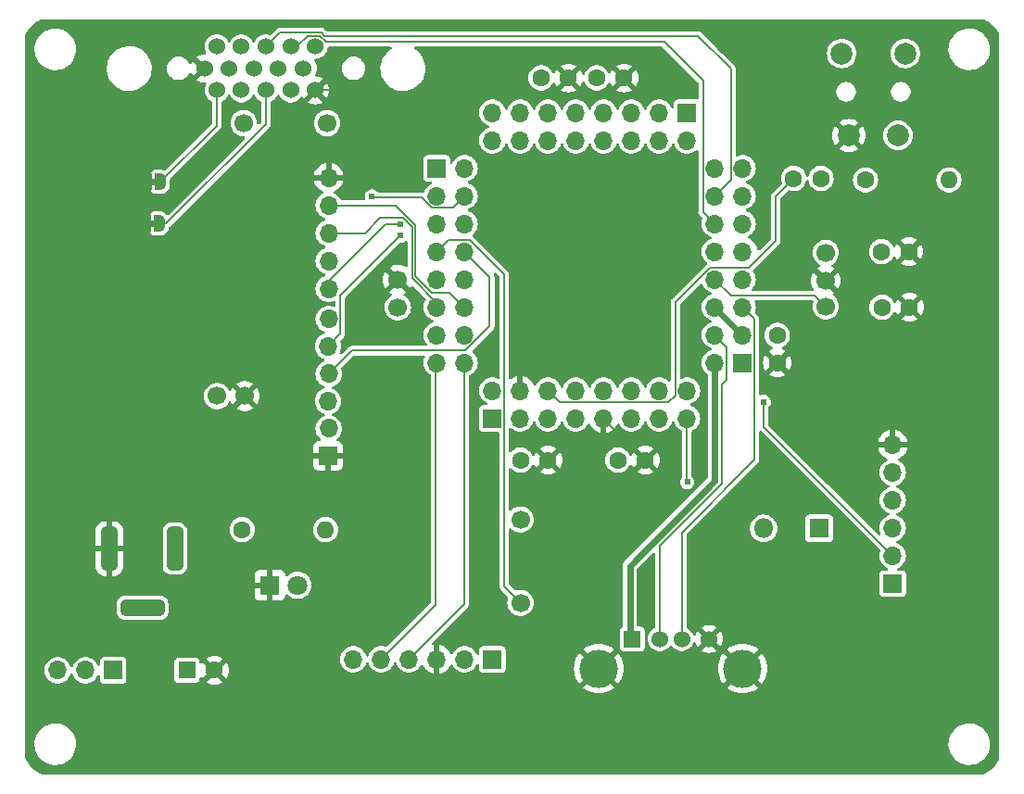
<source format=gbl>
%TF.GenerationSoftware,KiCad,Pcbnew,7.0.5*%
%TF.CreationDate,2023-07-08T16:14:15+09:00*%
%TF.ProjectId,mz80emu-vga,6d7a3830-656d-4752-9d76-67612e6b6963,2.0*%
%TF.SameCoordinates,PX5f5e100PY8f872a0*%
%TF.FileFunction,Copper,L2,Bot*%
%TF.FilePolarity,Positive*%
%FSLAX46Y46*%
G04 Gerber Fmt 4.6, Leading zero omitted, Abs format (unit mm)*
G04 Created by KiCad (PCBNEW 7.0.5) date 2023-07-08 16:14:15*
%MOMM*%
%LPD*%
G01*
G04 APERTURE LIST*
G04 Aperture macros list*
%AMRoundRect*
0 Rectangle with rounded corners*
0 $1 Rounding radius*
0 $2 $3 $4 $5 $6 $7 $8 $9 X,Y pos of 4 corners*
0 Add a 4 corners polygon primitive as box body*
4,1,4,$2,$3,$4,$5,$6,$7,$8,$9,$2,$3,0*
0 Add four circle primitives for the rounded corners*
1,1,$1+$1,$2,$3*
1,1,$1+$1,$4,$5*
1,1,$1+$1,$6,$7*
1,1,$1+$1,$8,$9*
0 Add four rect primitives between the rounded corners*
20,1,$1+$1,$2,$3,$4,$5,0*
20,1,$1+$1,$4,$5,$6,$7,0*
20,1,$1+$1,$6,$7,$8,$9,0*
20,1,$1+$1,$8,$9,$2,$3,0*%
%AMFreePoly0*
4,1,19,0.500000,-0.750000,0.000000,-0.750000,0.000000,-0.744911,-0.071157,-0.744911,-0.207708,-0.704816,-0.327430,-0.627875,-0.420627,-0.520320,-0.479746,-0.390866,-0.500000,-0.250000,-0.500000,0.250000,-0.479746,0.390866,-0.420627,0.520320,-0.327430,0.627875,-0.207708,0.704816,-0.071157,0.744911,0.000000,0.744911,0.000000,0.750000,0.500000,0.750000,0.500000,-0.750000,0.500000,-0.750000,
$1*%
%AMFreePoly1*
4,1,19,0.000000,0.744911,0.071157,0.744911,0.207708,0.704816,0.327430,0.627875,0.420627,0.520320,0.479746,0.390866,0.500000,0.250000,0.500000,-0.250000,0.479746,-0.390866,0.420627,-0.520320,0.327430,-0.627875,0.207708,-0.704816,0.071157,-0.744911,0.000000,-0.744911,0.000000,-0.750000,-0.500000,-0.750000,-0.500000,0.750000,0.000000,0.750000,0.000000,0.744911,0.000000,0.744911,
$1*%
G04 Aperture macros list end*
%TA.AperFunction,ComponentPad*%
%ADD10R,1.700000X1.700000*%
%TD*%
%TA.AperFunction,ComponentPad*%
%ADD11O,1.700000X1.700000*%
%TD*%
%TA.AperFunction,ComponentPad*%
%ADD12R,1.800000X1.800000*%
%TD*%
%TA.AperFunction,ComponentPad*%
%ADD13C,1.800000*%
%TD*%
%TA.AperFunction,ComponentPad*%
%ADD14C,1.700000*%
%TD*%
%TA.AperFunction,ComponentPad*%
%ADD15C,1.600000*%
%TD*%
%TA.AperFunction,ComponentPad*%
%ADD16C,2.000000*%
%TD*%
%TA.AperFunction,ComponentPad*%
%ADD17O,1.600000X1.600000*%
%TD*%
%TA.AperFunction,ComponentPad*%
%ADD18RoundRect,0.375000X-0.375000X-1.625000X0.375000X-1.625000X0.375000X1.625000X-0.375000X1.625000X0*%
%TD*%
%TA.AperFunction,ComponentPad*%
%ADD19RoundRect,0.375000X1.625000X-0.375000X1.625000X0.375000X-1.625000X0.375000X-1.625000X-0.375000X0*%
%TD*%
%TA.AperFunction,ComponentPad*%
%ADD20O,1.800000X1.800000*%
%TD*%
%TA.AperFunction,SMDPad,CuDef*%
%ADD21FreePoly0,0.000000*%
%TD*%
%TA.AperFunction,SMDPad,CuDef*%
%ADD22FreePoly1,0.000000*%
%TD*%
%TA.AperFunction,ComponentPad*%
%ADD23R,1.524000X1.524000*%
%TD*%
%TA.AperFunction,ComponentPad*%
%ADD24C,1.524000*%
%TD*%
%TA.AperFunction,ComponentPad*%
%ADD25C,3.500000*%
%TD*%
%TA.AperFunction,ComponentPad*%
%ADD26C,1.524400*%
%TD*%
%TA.AperFunction,ComponentPad*%
%ADD27R,1.600000X1.600000*%
%TD*%
%TA.AperFunction,ViaPad*%
%ADD28C,0.605000*%
%TD*%
%TA.AperFunction,Conductor*%
%ADD29C,0.600000*%
%TD*%
%TA.AperFunction,Conductor*%
%ADD30C,0.152400*%
%TD*%
%TA.AperFunction,Conductor*%
%ADD31C,0.200000*%
%TD*%
G04 APERTURE END LIST*
%TA.AperFunction,EtchedComponent*%
G36*
X12370000Y50520000D02*
G01*
X11870000Y50520000D01*
X11870000Y51120000D01*
X12370000Y51120000D01*
X12370000Y50520000D01*
G37*
%TD.AperFunction*%
%TA.AperFunction,EtchedComponent*%
G36*
X12470000Y54340000D02*
G01*
X11970000Y54340000D01*
X11970000Y54940000D01*
X12470000Y54940000D01*
X12470000Y54340000D01*
G37*
%TD.AperFunction*%
D10*
X66040000Y38100000D03*
D11*
X63500000Y38100000D03*
X66040000Y40640000D03*
X63500000Y40640000D03*
X66040000Y43180000D03*
X63500000Y43180000D03*
X66040000Y45720000D03*
X63500000Y45720000D03*
X66040000Y48260000D03*
X63500000Y48260000D03*
X66040000Y50800000D03*
X63500000Y50800000D03*
X66040000Y53340000D03*
X63500000Y53340000D03*
X66040000Y55880000D03*
X63500000Y55880000D03*
D12*
X22860000Y17780000D03*
D13*
X25400000Y17780000D03*
D10*
X43180000Y33020000D03*
D11*
X43180000Y35560000D03*
X45720000Y33020000D03*
X45720000Y35560000D03*
X48260000Y33020000D03*
X48260000Y35560000D03*
X50800000Y33020000D03*
X50800000Y35560000D03*
X53340000Y33020000D03*
X53340000Y35560000D03*
X55880000Y33020000D03*
X55880000Y35560000D03*
X58420000Y33020000D03*
X58420000Y35560000D03*
X60960000Y33020000D03*
X60960000Y35560000D03*
D14*
X34544000Y43180000D03*
X34544000Y45680000D03*
D15*
X54650000Y29210000D03*
X57150000Y29210000D03*
D16*
X80250000Y58875000D03*
X75750000Y58875000D03*
X80900000Y66375000D03*
X75100000Y66375000D03*
D15*
X20320000Y22860000D03*
D17*
X27940000Y22860000D03*
D18*
X8170000Y21120000D03*
X14170000Y21120000D03*
D19*
X11220000Y15720000D03*
D14*
X73650000Y48150000D03*
X73650000Y43250000D03*
X73650000Y45610000D03*
D12*
X73045000Y22980000D03*
D20*
X67965000Y22980000D03*
D15*
X52705000Y64135000D03*
X55205000Y64135000D03*
D21*
X11470000Y50820000D03*
D22*
X12770000Y50820000D03*
D23*
X55970000Y12870000D03*
D24*
X58470000Y12870000D03*
X60470000Y12870000D03*
X62970000Y12870000D03*
D25*
X52900000Y10160000D03*
X66040000Y10160000D03*
D10*
X8540000Y10000000D03*
D11*
X6000000Y10000000D03*
X3460000Y10000000D03*
D10*
X79760000Y17920000D03*
D11*
X79760000Y20460000D03*
X79760000Y23000000D03*
X79760000Y25540000D03*
X79760000Y28080000D03*
X79760000Y30620000D03*
D10*
X60960000Y60960000D03*
D11*
X60960000Y58420000D03*
X58420000Y60960000D03*
X58420000Y58420000D03*
X55880000Y60960000D03*
X55880000Y58420000D03*
X53340000Y60960000D03*
X53340000Y58420000D03*
X50800000Y60960000D03*
X50800000Y58420000D03*
X48260000Y60960000D03*
X48260000Y58420000D03*
X45720000Y60960000D03*
X45720000Y58420000D03*
X43180000Y60960000D03*
X43180000Y58420000D03*
D10*
X38100000Y55880000D03*
D11*
X40640000Y55880000D03*
X38100000Y53340000D03*
X40640000Y53340000D03*
X38100000Y50800000D03*
X40640000Y50800000D03*
X38100000Y48260000D03*
X40640000Y48260000D03*
X38100000Y45720000D03*
X40640000Y45720000D03*
X38100000Y43180000D03*
X40640000Y43180000D03*
X38100000Y40640000D03*
X40640000Y40640000D03*
X38100000Y38100000D03*
X40640000Y38100000D03*
D14*
X20460000Y60000000D03*
X28080000Y60000000D03*
D15*
X78740000Y48260000D03*
X81240000Y48260000D03*
D10*
X43180000Y11000000D03*
D11*
X40640000Y11000000D03*
X38100000Y11000000D03*
X35560000Y11000000D03*
X33020000Y11000000D03*
X30480000Y11000000D03*
D10*
X28160000Y29600000D03*
D11*
X28220000Y32100000D03*
X28160000Y34600000D03*
X28220000Y37100000D03*
X28160000Y39600000D03*
X28220000Y42100000D03*
X28220000Y44880000D03*
X28220000Y47420000D03*
X28220000Y49960000D03*
X28220000Y52500000D03*
X28220000Y55040000D03*
D14*
X18020000Y35060000D03*
X20560000Y35060000D03*
D15*
X78780000Y43180000D03*
X81280000Y43180000D03*
X73210000Y54950000D03*
X70710000Y54950000D03*
X77280000Y54820000D03*
D17*
X84900000Y54820000D03*
D15*
X69215000Y40600000D03*
X69215000Y38100000D03*
X47625000Y64135000D03*
X50125000Y64135000D03*
D14*
X45750000Y23780000D03*
X45750000Y16160000D03*
D24*
X18000000Y63000000D03*
X20250000Y63000000D03*
X22500000Y63000000D03*
X24750000Y63000000D03*
X27000000Y63000000D03*
X16875000Y65000000D03*
X19125000Y65000000D03*
D26*
X21375000Y65000000D03*
D24*
X23625000Y65000000D03*
X25875000Y65000000D03*
X18000000Y67000000D03*
X20250000Y67000000D03*
X22500000Y67000000D03*
X24750000Y67000000D03*
X27000000Y67000000D03*
D15*
X45760000Y29210000D03*
X48260000Y29210000D03*
D21*
X11570000Y54640000D03*
D22*
X12870000Y54640000D03*
D27*
X15280000Y10000000D03*
D15*
X17780000Y10000000D03*
D28*
X34300000Y33390000D03*
X6350000Y57150000D03*
X82550000Y12700000D03*
X82550000Y38100000D03*
X45080000Y54570000D03*
X25400000Y12700000D03*
X83400000Y58150000D03*
X82550000Y50800000D03*
X25400000Y57150000D03*
X6350000Y44450000D03*
X31531242Y38084358D03*
X50800000Y19050000D03*
X44450000Y6350000D03*
X25400000Y6350000D03*
X52330000Y43520000D03*
X82550000Y6350000D03*
X30730000Y62950000D03*
X12700000Y6350000D03*
X44450000Y63380600D03*
X12550000Y24720000D03*
X6350000Y31750000D03*
X76200000Y50800000D03*
X76200000Y12700000D03*
X76200000Y38100000D03*
X19050000Y44450000D03*
X19050000Y50800000D03*
X69850000Y25400000D03*
X59960000Y54090000D03*
X36190000Y42040000D03*
X24000000Y31000000D03*
X31750000Y19050000D03*
X65860000Y62190000D03*
X76200000Y6350000D03*
X31750000Y25400000D03*
X69850000Y6350000D03*
X48551205Y27648795D03*
X38100000Y6350000D03*
X69850000Y19050000D03*
X82550000Y31750000D03*
X55300000Y47210000D03*
X58670000Y39580000D03*
X57150000Y6350000D03*
X69850000Y50800000D03*
X69850000Y12700000D03*
X45230000Y40890000D03*
X49160000Y46710000D03*
X31750000Y6350000D03*
X12700000Y38100000D03*
X34360000Y47660000D03*
X63500000Y19050000D03*
X63500000Y6350000D03*
X69850000Y31750000D03*
X38100000Y63500000D03*
X42545000Y21590000D03*
X50800000Y50800000D03*
X49824998Y43474998D03*
X82550000Y19050000D03*
X47320000Y37810000D03*
X60980000Y27185598D03*
X67960000Y34530000D03*
X32175100Y53310000D03*
X34780000Y50790000D03*
X34800000Y49720000D03*
D29*
X66040000Y40640000D02*
X63500000Y43180000D01*
D30*
X34544000Y45680000D02*
X36190000Y44034000D01*
D31*
X53340000Y33020000D02*
X57150000Y29210000D01*
X30680000Y63000000D02*
X30730000Y62950000D01*
D30*
X36190000Y44034000D02*
X36190000Y42040000D01*
D31*
X27000000Y63000000D02*
X30680000Y63000000D01*
X55970000Y12870000D02*
X55730000Y13110000D01*
D29*
X63500000Y27310000D02*
X63500000Y38100000D01*
X55730000Y13110000D02*
X55730000Y19540000D01*
X55730000Y19540000D02*
X63500000Y27310000D01*
D30*
X59246400Y34481400D02*
X59881400Y35116400D01*
X63053229Y46798600D02*
X66598600Y46798600D01*
X59881400Y35116400D02*
X59881400Y43626771D01*
X49338600Y34481400D02*
X59246400Y34481400D01*
X69060000Y49260000D02*
X69060000Y53300000D01*
X59881400Y43626771D02*
X63053229Y46798600D01*
X66598600Y46798600D02*
X69060000Y49260000D01*
X69060000Y53300000D02*
X70710000Y54950000D01*
X48260000Y35560000D02*
X49338600Y34481400D01*
X64961400Y44258600D02*
X63500000Y45720000D01*
X73660000Y43180000D02*
X72581400Y44258600D01*
X72581400Y44258600D02*
X64961400Y44258600D01*
X60960000Y27205598D02*
X60980000Y27185598D01*
X60960000Y33020000D02*
X60960000Y27205598D01*
X58470000Y12870000D02*
X58470000Y21390000D01*
X64602400Y39537600D02*
X63500000Y40640000D01*
X58470000Y21390000D02*
X64140000Y27060000D01*
X64602400Y36582400D02*
X64602400Y39537600D01*
X64140000Y27060000D02*
X64140000Y36120000D01*
X64140000Y36120000D02*
X64602400Y36582400D01*
X67118600Y29248600D02*
X60470000Y22600000D01*
X67118600Y42101400D02*
X67118600Y29248600D01*
X60470000Y22600000D02*
X60470000Y12870000D01*
X66040000Y43180000D02*
X67118600Y42101400D01*
X41091400Y49338600D02*
X44258600Y46171400D01*
X38100000Y48260000D02*
X39178600Y49338600D01*
X39178600Y49338600D02*
X41091400Y49338600D01*
X44258600Y17651400D02*
X45750000Y16160000D01*
X44258600Y46171400D02*
X44258600Y17651400D01*
X40580000Y38040000D02*
X40640000Y38100000D01*
X35560000Y11000000D02*
X40580000Y16020000D01*
X40580000Y16020000D02*
X40580000Y38040000D01*
X33020000Y11000000D02*
X37980000Y15960000D01*
X37980000Y15960000D02*
X37980000Y37980000D01*
X37980000Y37980000D02*
X38100000Y38100000D01*
X67960000Y34530000D02*
X67960000Y32260000D01*
X67960000Y32260000D02*
X79760000Y20460000D01*
X40640000Y53340000D02*
X39561400Y52261400D01*
X32285100Y53200000D02*
X32175100Y53310000D01*
X37653229Y52261400D02*
X36714629Y53200000D01*
X39561400Y52261400D02*
X37653229Y52261400D01*
X36714629Y53200000D02*
X32285100Y53200000D01*
X33400000Y50790000D02*
X28220000Y45610000D01*
X28220000Y45610000D02*
X28220000Y44880000D01*
X34780000Y50790000D02*
X33400000Y50790000D01*
X28220000Y37100000D02*
X30330000Y39210000D01*
X42940000Y45960000D02*
X40640000Y48260000D01*
X40735371Y39210000D02*
X42940000Y41414629D01*
X42940000Y41414629D02*
X42940000Y45960000D01*
X30330000Y39210000D02*
X40735371Y39210000D01*
X31550000Y49960000D02*
X28220000Y49960000D01*
X35050000Y51330000D02*
X32920000Y51330000D01*
X35850000Y45828661D02*
X35850000Y50530000D01*
X32920000Y51330000D02*
X31550000Y49960000D01*
X38100000Y43578661D02*
X35850000Y45828661D01*
X38100000Y43180000D02*
X38100000Y43578661D01*
X35850000Y50530000D02*
X35050000Y51330000D01*
X36154800Y46005546D02*
X37640346Y44520000D01*
X39300000Y44520000D02*
X40640000Y43180000D01*
X28220000Y52500000D02*
X34311052Y52500000D01*
X36154800Y50656252D02*
X36154800Y46005546D01*
X37640346Y44520000D02*
X39300000Y44520000D01*
X34311052Y52500000D02*
X36154800Y50656252D01*
X29298600Y40738600D02*
X28160000Y39600000D01*
X34800000Y49720000D02*
X29298600Y44218600D01*
X29298600Y44218600D02*
X29298600Y40738600D01*
X63500000Y50800000D02*
X62421400Y51878600D01*
X26266520Y67990600D02*
X25275920Y67000000D01*
X25275920Y67000000D02*
X24750000Y67000000D01*
X62421400Y63898600D02*
X58909680Y67410320D01*
X27990600Y67410320D02*
X27410320Y67990600D01*
X27410320Y67990600D02*
X26266520Y67990600D01*
X58909680Y67410320D02*
X27990600Y67410320D01*
X62421400Y51878600D02*
X62421400Y63898600D01*
X27536365Y68294901D02*
X23794901Y68294901D01*
X61959400Y67990600D02*
X27840666Y67990600D01*
X64961400Y64988600D02*
X61959400Y67990600D01*
X23794901Y68294901D02*
X22500000Y67000000D01*
X27840666Y67990600D02*
X27536365Y68294901D01*
X63500000Y53340000D02*
X64961400Y54801400D01*
X64961400Y54801400D02*
X64961400Y64988600D01*
X18000000Y63000000D02*
X18000000Y59770000D01*
X18000000Y59770000D02*
X12870000Y54640000D01*
X22500000Y59930000D02*
X13390000Y50820000D01*
X13390000Y50820000D02*
X12770000Y50820000D01*
X22500000Y63000000D02*
X22500000Y59930000D01*
%TA.AperFunction,Conductor*%
G36*
X35348380Y49235019D02*
G01*
X35402543Y49189119D01*
X35423292Y49121222D01*
X35423300Y49119837D01*
X35423300Y46959707D01*
X35403298Y46891586D01*
X35349642Y46845093D01*
X35279368Y46834989D01*
X35237331Y46848893D01*
X35091371Y46927882D01*
X35091369Y46927884D01*
X34878516Y47000956D01*
X34878509Y47000958D01*
X34656523Y47038000D01*
X34431477Y47038000D01*
X34209490Y47000958D01*
X34209483Y47000956D01*
X33996630Y46927884D01*
X33996628Y46927882D01*
X33798700Y46820770D01*
X33778310Y46804901D01*
X33778310Y46804900D01*
X34416412Y46166798D01*
X34401685Y46164680D01*
X34270900Y46104952D01*
X34162239Y46010798D01*
X34084507Y45889844D01*
X34059639Y45805151D01*
X33420922Y46443868D01*
X33345580Y46328549D01*
X33255179Y46122457D01*
X33255176Y46122450D01*
X33199932Y45904293D01*
X33181346Y45680000D01*
X33199932Y45455708D01*
X33255176Y45237551D01*
X33255179Y45237544D01*
X33345580Y45031452D01*
X33420922Y44916134D01*
X33420923Y44916134D01*
X34059638Y45554850D01*
X34084507Y45470156D01*
X34162239Y45349202D01*
X34270900Y45255048D01*
X34401685Y45195320D01*
X34416410Y45193203D01*
X33778310Y44555102D01*
X33798694Y44539237D01*
X33798696Y44539235D01*
X33959712Y44452097D01*
X34010102Y44402083D01*
X34025454Y44332766D01*
X34000893Y44266153D01*
X33966073Y44234156D01*
X33817437Y44142124D01*
X33653017Y43992236D01*
X33518942Y43814690D01*
X33518938Y43814685D01*
X33419774Y43615538D01*
X33419768Y43615521D01*
X33358885Y43401540D01*
X33338357Y43180001D01*
X33358885Y42958461D01*
X33419768Y42744480D01*
X33419774Y42744463D01*
X33518938Y42545316D01*
X33518942Y42545311D01*
X33653017Y42367765D01*
X33817438Y42217876D01*
X33817439Y42217875D01*
X34006587Y42100760D01*
X34006590Y42100759D01*
X34006599Y42100753D01*
X34066800Y42077431D01*
X34214053Y42020384D01*
X34214056Y42020384D01*
X34214060Y42020382D01*
X34432757Y41979500D01*
X34432760Y41979500D01*
X34655240Y41979500D01*
X34655243Y41979500D01*
X34873940Y42020382D01*
X34873944Y42020384D01*
X34873946Y42020384D01*
X34927298Y42041054D01*
X35081401Y42100753D01*
X35270562Y42217876D01*
X35434981Y42367764D01*
X35569058Y42545311D01*
X35569059Y42545315D01*
X35569061Y42545316D01*
X35668225Y42744463D01*
X35668226Y42744467D01*
X35668229Y42744472D01*
X35729115Y42958464D01*
X35749643Y43180000D01*
X35729115Y43401536D01*
X35715318Y43450026D01*
X35668231Y43615521D01*
X35668228Y43615529D01*
X35668227Y43615533D01*
X35668225Y43615538D01*
X35569061Y43814685D01*
X35569057Y43814690D01*
X35564500Y43820724D01*
X35531194Y43864829D01*
X35434982Y43992236D01*
X35270563Y44142124D01*
X35121926Y44234156D01*
X35074539Y44287023D01*
X35063256Y44357117D01*
X35091660Y44422184D01*
X35128288Y44452097D01*
X35289299Y44539232D01*
X35289302Y44539234D01*
X35309689Y44555102D01*
X34671588Y45193203D01*
X34686315Y45195320D01*
X34817100Y45255048D01*
X34925761Y45349202D01*
X35003493Y45470156D01*
X35028360Y45554849D01*
X35667076Y44916133D01*
X35667077Y44916134D01*
X35742418Y45031448D01*
X35760219Y45072031D01*
X35805899Y45126380D01*
X35873711Y45147405D01*
X35942125Y45128430D01*
X35964702Y45110514D01*
X37077260Y43997956D01*
X37111286Y43935644D01*
X37106221Y43864829D01*
X37088717Y43832932D01*
X37074944Y43814693D01*
X37074938Y43814685D01*
X36975774Y43615538D01*
X36975768Y43615521D01*
X36914885Y43401540D01*
X36894357Y43180001D01*
X36914885Y42958461D01*
X36975768Y42744480D01*
X36975774Y42744463D01*
X37074938Y42545316D01*
X37074942Y42545311D01*
X37209017Y42367765D01*
X37373438Y42217876D01*
X37373439Y42217875D01*
X37562587Y42100760D01*
X37562590Y42100759D01*
X37562599Y42100753D01*
X37622800Y42077431D01*
X37751708Y42027491D01*
X37808003Y41984232D01*
X37831973Y41917404D01*
X37816009Y41848226D01*
X37765178Y41798660D01*
X37751708Y41792509D01*
X37562603Y41719249D01*
X37562587Y41719241D01*
X37373439Y41602126D01*
X37373438Y41602125D01*
X37209017Y41452236D01*
X37074942Y41274690D01*
X37074938Y41274685D01*
X36975774Y41075538D01*
X36975768Y41075521D01*
X36914885Y40861540D01*
X36894357Y40640000D01*
X36914885Y40418461D01*
X36975768Y40204480D01*
X36975774Y40204463D01*
X37074938Y40005316D01*
X37074942Y40005311D01*
X37200811Y39838632D01*
X37225901Y39772216D01*
X37211101Y39702779D01*
X37161110Y39652367D01*
X37100261Y39636700D01*
X30357514Y39636700D01*
X30350455Y39637096D01*
X30313865Y39641219D01*
X30259682Y39630968D01*
X30257362Y39630573D01*
X30202807Y39622349D01*
X30195106Y39619974D01*
X30187480Y39617306D01*
X30187479Y39617305D01*
X30187477Y39617305D01*
X30187474Y39617303D01*
X30138729Y39591541D01*
X30136627Y39590480D01*
X30086920Y39566542D01*
X30080252Y39561996D01*
X30073751Y39557198D01*
X30034751Y39518198D01*
X30033056Y39516565D01*
X29992623Y39479049D01*
X29986741Y39471672D01*
X29986020Y39472247D01*
X29976827Y39460274D01*
X29436868Y38920315D01*
X29374556Y38886289D01*
X29303741Y38891354D01*
X29246905Y38933901D01*
X29222094Y39000421D01*
X29234983Y39065574D01*
X29284227Y39164468D01*
X29284226Y39164468D01*
X29284229Y39164472D01*
X29345115Y39378464D01*
X29365643Y39600000D01*
X29345115Y39821536D01*
X29285607Y40030685D01*
X29286203Y40101676D01*
X29317700Y40154257D01*
X29580885Y40417442D01*
X29586129Y40422128D01*
X29614927Y40445092D01*
X29646016Y40490694D01*
X29647325Y40492539D01*
X29680114Y40536965D01*
X29680115Y40536971D01*
X29683881Y40544096D01*
X29687382Y40551366D01*
X29687386Y40551370D01*
X29703639Y40604066D01*
X29704374Y40606298D01*
X29722598Y40658376D01*
X29722598Y40658379D01*
X29724089Y40666256D01*
X29725300Y40674285D01*
X29725300Y40729418D01*
X29725344Y40731774D01*
X29727407Y40786918D01*
X29726350Y40796300D01*
X29727269Y40796404D01*
X29725300Y40811368D01*
X29725300Y43989666D01*
X29745302Y44057787D01*
X29762200Y44078756D01*
X34713539Y49030096D01*
X34775852Y49064121D01*
X34802635Y49067000D01*
X34879288Y49067000D01*
X34879289Y49067000D01*
X35033258Y49104950D01*
X35173671Y49178645D01*
X35213747Y49214150D01*
X35277999Y49244350D01*
X35348380Y49235019D01*
G37*
%TD.AperFunction*%
%TA.AperFunction,Conductor*%
G36*
X88030655Y69490410D02*
G01*
X88168006Y69433517D01*
X88174365Y69430454D01*
X88433120Y69287446D01*
X88439101Y69283687D01*
X88680224Y69112602D01*
X88685752Y69108194D01*
X88906194Y68911194D01*
X88911193Y68906195D01*
X89108193Y68685753D01*
X89112601Y68680225D01*
X89283686Y68439102D01*
X89287448Y68433116D01*
X89430450Y68174372D01*
X89433518Y68168002D01*
X89490407Y68030659D01*
X89499998Y67982441D01*
X89499998Y2017561D01*
X89490407Y1969344D01*
X89433518Y1831998D01*
X89430450Y1825628D01*
X89287448Y1566885D01*
X89283686Y1560899D01*
X89112601Y1319776D01*
X89108193Y1314248D01*
X88911193Y1093806D01*
X88906194Y1088807D01*
X88685752Y891807D01*
X88680224Y887399D01*
X88439101Y716314D01*
X88433115Y712552D01*
X88174372Y569550D01*
X88168002Y566482D01*
X88119092Y546223D01*
X88030654Y509591D01*
X87982438Y500000D01*
X2017562Y500000D01*
X1969344Y509591D01*
X1831998Y566482D01*
X1825628Y569550D01*
X1566884Y712552D01*
X1560898Y716314D01*
X1319775Y887399D01*
X1314247Y891807D01*
X1093805Y1088807D01*
X1088806Y1093806D01*
X891806Y1314248D01*
X887398Y1319776D01*
X716313Y1560899D01*
X712551Y1566885D01*
X569546Y1825635D01*
X566483Y1831994D01*
X509591Y1969345D01*
X500000Y2017563D01*
X500000Y3180404D01*
X1345687Y3180404D01*
X1376114Y2903872D01*
X1446480Y2634722D01*
X1510964Y2482980D01*
X1555284Y2378686D01*
X1700208Y2141219D01*
X1878163Y1927383D01*
X2085357Y1741737D01*
X2317373Y1588237D01*
X2569267Y1470154D01*
X2835669Y1390005D01*
X3110895Y1349501D01*
X3110898Y1349500D01*
X3110901Y1349500D01*
X3319463Y1349500D01*
X3527455Y1364723D01*
X3798997Y1425212D01*
X4058838Y1524592D01*
X4301440Y1660747D01*
X4521632Y1830774D01*
X4714722Y2031049D01*
X4876593Y2257304D01*
X5003797Y2504717D01*
X5093621Y2768014D01*
X5144152Y3041584D01*
X5149226Y3180404D01*
X84845687Y3180404D01*
X84876114Y2903872D01*
X84946480Y2634722D01*
X85010964Y2482980D01*
X85055284Y2378686D01*
X85200208Y2141219D01*
X85378163Y1927383D01*
X85585357Y1741737D01*
X85817373Y1588237D01*
X86069267Y1470154D01*
X86335669Y1390005D01*
X86610895Y1349501D01*
X86610898Y1349500D01*
X86610901Y1349500D01*
X86819463Y1349500D01*
X87027455Y1364723D01*
X87298997Y1425212D01*
X87558838Y1524592D01*
X87801440Y1660747D01*
X88021632Y1830774D01*
X88214722Y2031049D01*
X88376593Y2257304D01*
X88503797Y2504717D01*
X88593621Y2768014D01*
X88644152Y3041584D01*
X88654313Y3319596D01*
X88623886Y3596124D01*
X88553520Y3865276D01*
X88444716Y4121314D01*
X88299792Y4358781D01*
X88121837Y4572617D01*
X87914643Y4758263D01*
X87682627Y4911763D01*
X87546860Y4975408D01*
X87430734Y5029846D01*
X87351263Y5053756D01*
X87164331Y5109995D01*
X87164326Y5109996D01*
X87164322Y5109997D01*
X86889103Y5150500D01*
X86889099Y5150500D01*
X86680537Y5150500D01*
X86472541Y5135277D01*
X86201009Y5074790D01*
X86200997Y5074786D01*
X85941161Y4975408D01*
X85698559Y4839253D01*
X85478366Y4669225D01*
X85478365Y4669224D01*
X85285280Y4468954D01*
X85123404Y4242693D01*
X84996204Y3995286D01*
X84906377Y3731980D01*
X84855847Y3458413D01*
X84845687Y3180404D01*
X5149226Y3180404D01*
X5154313Y3319596D01*
X5123886Y3596124D01*
X5053520Y3865276D01*
X4944716Y4121314D01*
X4799792Y4358781D01*
X4621837Y4572617D01*
X4414643Y4758263D01*
X4182627Y4911763D01*
X4046860Y4975408D01*
X3930734Y5029846D01*
X3851263Y5053756D01*
X3664331Y5109995D01*
X3664326Y5109996D01*
X3664322Y5109997D01*
X3389103Y5150500D01*
X3389099Y5150500D01*
X3180537Y5150500D01*
X2972541Y5135277D01*
X2701009Y5074790D01*
X2700997Y5074786D01*
X2441161Y4975408D01*
X2198559Y4839253D01*
X1978366Y4669225D01*
X1978365Y4669224D01*
X1785280Y4468954D01*
X1623404Y4242693D01*
X1496204Y3995286D01*
X1406377Y3731980D01*
X1355847Y3458413D01*
X1345687Y3180404D01*
X500000Y3180404D01*
X500000Y10000001D01*
X2254357Y10000001D01*
X2274885Y9778461D01*
X2335768Y9564480D01*
X2335774Y9564463D01*
X2434938Y9365316D01*
X2434942Y9365311D01*
X2569017Y9187765D01*
X2733438Y9037876D01*
X2733439Y9037875D01*
X2922587Y8920760D01*
X2922590Y8920759D01*
X2922599Y8920753D01*
X3012989Y8885736D01*
X3130053Y8840384D01*
X3130056Y8840384D01*
X3130060Y8840382D01*
X3348757Y8799500D01*
X3348760Y8799500D01*
X3571240Y8799500D01*
X3571243Y8799500D01*
X3789940Y8840382D01*
X3789944Y8840384D01*
X3789946Y8840384D01*
X3843298Y8861054D01*
X3997401Y8920753D01*
X4186562Y9037876D01*
X4350981Y9187764D01*
X4485058Y9365311D01*
X4485059Y9365315D01*
X4485061Y9365316D01*
X4584225Y9564463D01*
X4584226Y9564467D01*
X4584229Y9564472D01*
X4608809Y9650865D01*
X4646690Y9710912D01*
X4711021Y9740946D01*
X4781377Y9731433D01*
X4835422Y9685393D01*
X4851190Y9650865D01*
X4875768Y9564480D01*
X4875774Y9564463D01*
X4974938Y9365316D01*
X4974942Y9365311D01*
X5109017Y9187765D01*
X5273438Y9037876D01*
X5273439Y9037875D01*
X5462587Y8920760D01*
X5462590Y8920759D01*
X5462599Y8920753D01*
X5552989Y8885736D01*
X5670053Y8840384D01*
X5670056Y8840384D01*
X5670060Y8840382D01*
X5888757Y8799500D01*
X5888760Y8799500D01*
X6111240Y8799500D01*
X6111243Y8799500D01*
X6329940Y8840382D01*
X6329944Y8840384D01*
X6329946Y8840384D01*
X6383298Y8861054D01*
X6537401Y8920753D01*
X6726562Y9037876D01*
X6890981Y9187764D01*
X7025058Y9365311D01*
X7100710Y9517241D01*
X7148979Y9569303D01*
X7217733Y9587005D01*
X7285143Y9564726D01*
X7329807Y9509538D01*
X7339500Y9461076D01*
X7339500Y9116739D01*
X7349427Y9048606D01*
X7400801Y8943518D01*
X7400803Y8943515D01*
X7483514Y8860804D01*
X7483517Y8860802D01*
X7588607Y8809427D01*
X7656740Y8799500D01*
X7656745Y8799500D01*
X9423255Y8799500D01*
X9423260Y8799500D01*
X9491393Y8809427D01*
X9596483Y8860802D01*
X9679198Y8943517D01*
X9730573Y9048607D01*
X9740500Y9116740D01*
X9740500Y9166739D01*
X14129500Y9166739D01*
X14139427Y9098606D01*
X14190801Y8993518D01*
X14190803Y8993515D01*
X14273514Y8910804D01*
X14273517Y8910802D01*
X14378607Y8859427D01*
X14446740Y8849500D01*
X14446745Y8849500D01*
X16113255Y8849500D01*
X16113260Y8849500D01*
X16181393Y8859427D01*
X16286483Y8910802D01*
X16369198Y8993517D01*
X16420573Y9098607D01*
X16430500Y9166740D01*
X16430500Y9247238D01*
X16450502Y9315358D01*
X16504158Y9361851D01*
X16574432Y9371955D01*
X16639012Y9342461D01*
X16659714Y9319507D01*
X16692899Y9272113D01*
X17381272Y9960484D01*
X17394835Y9874852D01*
X17452359Y9761955D01*
X17541955Y9672359D01*
X17654852Y9614835D01*
X17740482Y9601273D01*
X17052110Y8912902D01*
X17052110Y8912900D01*
X17123498Y8862914D01*
X17330926Y8766189D01*
X17330931Y8766187D01*
X17551999Y8706952D01*
X17551995Y8706952D01*
X17780000Y8687005D01*
X18008002Y8706952D01*
X18229068Y8766187D01*
X18229073Y8766189D01*
X18436497Y8862912D01*
X18507888Y8912901D01*
X18507888Y8912903D01*
X17819518Y9601273D01*
X17905148Y9614835D01*
X18018045Y9672359D01*
X18107641Y9761955D01*
X18165165Y9874852D01*
X18178727Y9960483D01*
X18867098Y9272112D01*
X18867099Y9272112D01*
X18917088Y9343503D01*
X19013811Y9550927D01*
X19013813Y9550932D01*
X19073048Y9771998D01*
X19092995Y10000000D01*
X19073048Y10228003D01*
X19013813Y10449069D01*
X19013811Y10449074D01*
X18917086Y10656502D01*
X18867100Y10727890D01*
X18867097Y10727890D01*
X18178726Y10039520D01*
X18165165Y10125148D01*
X18107641Y10238045D01*
X18018045Y10327641D01*
X17905148Y10385165D01*
X17819517Y10398728D01*
X18507888Y11087101D01*
X18507888Y11087102D01*
X18436501Y11137087D01*
X18229073Y11233812D01*
X18229068Y11233814D01*
X18008000Y11293049D01*
X18008004Y11293049D01*
X17780000Y11312996D01*
X17551997Y11293049D01*
X17330931Y11233814D01*
X17330926Y11233812D01*
X17123500Y11137087D01*
X17052109Y11087100D01*
X17740481Y10398728D01*
X17654852Y10385165D01*
X17541955Y10327641D01*
X17452359Y10238045D01*
X17394835Y10125148D01*
X17381272Y10039519D01*
X16692900Y10727891D01*
X16659714Y10680494D01*
X16604257Y10636165D01*
X16533638Y10628855D01*
X16470277Y10660886D01*
X16434292Y10722087D01*
X16430500Y10752764D01*
X16430500Y10833256D01*
X16430500Y10833260D01*
X16420573Y10901393D01*
X16369198Y11006483D01*
X16369196Y11006486D01*
X16286485Y11089197D01*
X16286482Y11089199D01*
X16181394Y11140573D01*
X16113261Y11150500D01*
X16113260Y11150500D01*
X14446740Y11150500D01*
X14446738Y11150500D01*
X14378605Y11140573D01*
X14273517Y11089199D01*
X14273514Y11089197D01*
X14190803Y11006486D01*
X14190801Y11006483D01*
X14139427Y10901395D01*
X14129500Y10833262D01*
X14129500Y9166739D01*
X9740500Y9166739D01*
X9740500Y10883260D01*
X9730573Y10951393D01*
X9679198Y11056483D01*
X9679196Y11056486D01*
X9596485Y11139197D01*
X9596482Y11139199D01*
X9491394Y11190573D01*
X9423261Y11200500D01*
X9423260Y11200500D01*
X7656740Y11200500D01*
X7656738Y11200500D01*
X7588605Y11190573D01*
X7483517Y11139199D01*
X7483514Y11139197D01*
X7400803Y11056486D01*
X7400801Y11056483D01*
X7349427Y10951395D01*
X7339500Y10883262D01*
X7339500Y10538925D01*
X7319498Y10470804D01*
X7265842Y10424311D01*
X7195568Y10414207D01*
X7130988Y10443701D01*
X7100710Y10482762D01*
X7025061Y10634685D01*
X7025057Y10634690D01*
X6890982Y10812236D01*
X6726561Y10962125D01*
X6726560Y10962126D01*
X6537412Y11079241D01*
X6537405Y11079245D01*
X6537401Y11079247D01*
X6537396Y11079249D01*
X6329946Y11159617D01*
X6290972Y11166903D01*
X6111243Y11200500D01*
X5888757Y11200500D01*
X5747674Y11174127D01*
X5670053Y11159617D01*
X5462603Y11079249D01*
X5462587Y11079241D01*
X5273439Y10962126D01*
X5273438Y10962125D01*
X5109017Y10812236D01*
X4974942Y10634690D01*
X4974938Y10634685D01*
X4875774Y10435538D01*
X4875768Y10435521D01*
X4851190Y10349136D01*
X4813310Y10289089D01*
X4748979Y10259055D01*
X4678622Y10268568D01*
X4624578Y10314608D01*
X4608810Y10349136D01*
X4584231Y10435521D01*
X4584225Y10435538D01*
X4485061Y10634685D01*
X4485057Y10634690D01*
X4350982Y10812236D01*
X4186561Y10962125D01*
X4186560Y10962126D01*
X3997412Y11079241D01*
X3997405Y11079245D01*
X3997401Y11079247D01*
X3997396Y11079249D01*
X3789946Y11159617D01*
X3750972Y11166903D01*
X3571243Y11200500D01*
X3348757Y11200500D01*
X3207674Y11174127D01*
X3130053Y11159617D01*
X2922603Y11079249D01*
X2922587Y11079241D01*
X2733439Y10962126D01*
X2733438Y10962125D01*
X2569017Y10812236D01*
X2434942Y10634690D01*
X2434938Y10634685D01*
X2335774Y10435538D01*
X2335768Y10435521D01*
X2274885Y10221540D01*
X2254357Y10000001D01*
X500000Y10000001D01*
X500000Y15296655D01*
X8869500Y15296655D01*
X8879650Y15197296D01*
X8879650Y15197294D01*
X8879651Y15197292D01*
X8932997Y15036303D01*
X8955154Y15000382D01*
X9022032Y14891956D01*
X9022037Y14891950D01*
X9141949Y14772038D01*
X9141955Y14772033D01*
X9141956Y14772032D01*
X9286303Y14682997D01*
X9447292Y14629651D01*
X9546655Y14619500D01*
X12893344Y14619501D01*
X12893345Y14619501D01*
X12913216Y14621532D01*
X12992708Y14629651D01*
X13153697Y14682997D01*
X13298044Y14772032D01*
X13417968Y14891956D01*
X13507003Y15036303D01*
X13560349Y15197292D01*
X13570500Y15296655D01*
X13570499Y16143344D01*
X13560349Y16242708D01*
X13507003Y16403697D01*
X13417968Y16548044D01*
X13417967Y16548045D01*
X13417962Y16548051D01*
X13298050Y16667963D01*
X13298044Y16667968D01*
X13153697Y16757003D01*
X13111737Y16770907D01*
X12992708Y16810349D01*
X12992704Y16810350D01*
X12992702Y16810350D01*
X12893353Y16820500D01*
X9546654Y16820500D01*
X9447295Y16810350D01*
X9286303Y16757003D01*
X9141955Y16667968D01*
X9141949Y16667963D01*
X9022037Y16548051D01*
X9022032Y16548045D01*
X8932997Y16403698D01*
X8879651Y16242707D01*
X8879650Y16242703D01*
X8869500Y16143354D01*
X8869500Y15296655D01*
X500000Y15296655D01*
X500000Y16831403D01*
X21452000Y16831403D01*
X21458505Y16770907D01*
X21509555Y16634036D01*
X21509555Y16634035D01*
X21597095Y16517096D01*
X21714034Y16429556D01*
X21850906Y16378506D01*
X21911402Y16372001D01*
X21911415Y16372000D01*
X22606000Y16372000D01*
X22606000Y17408538D01*
X22662547Y17369984D01*
X22792173Y17330000D01*
X22893724Y17330000D01*
X22994138Y17345135D01*
X23114000Y17402858D01*
X23114000Y16372000D01*
X23808585Y16372000D01*
X23808597Y16372001D01*
X23869093Y16378506D01*
X24005964Y16429556D01*
X24005965Y16429556D01*
X24122904Y16517096D01*
X24210444Y16634035D01*
X24210444Y16634036D01*
X24261494Y16770907D01*
X24267999Y16831403D01*
X24268000Y16831415D01*
X24268000Y16839335D01*
X24288002Y16907456D01*
X24341658Y16953949D01*
X24411932Y16964053D01*
X24476512Y16934559D01*
X24483095Y16928430D01*
X24593123Y16818402D01*
X24772361Y16692898D01*
X24970670Y16600425D01*
X25182023Y16543793D01*
X25400000Y16524723D01*
X25617977Y16543793D01*
X25829330Y16600425D01*
X26027639Y16692898D01*
X26206877Y16818402D01*
X26361598Y16973123D01*
X26487102Y17152361D01*
X26579575Y17350670D01*
X26636207Y17562023D01*
X26655277Y17780000D01*
X26636207Y17997977D01*
X26579575Y18209330D01*
X26487102Y18407638D01*
X26487101Y18407639D01*
X26487100Y18407642D01*
X26361604Y18586869D01*
X26361601Y18586873D01*
X26361598Y18586877D01*
X26206877Y18741598D01*
X26194339Y18750377D01*
X26027639Y18867102D01*
X25829333Y18959574D01*
X25829328Y18959576D01*
X25751967Y18980305D01*
X25617977Y19016207D01*
X25400000Y19035277D01*
X25182023Y19016207D01*
X25092696Y18992272D01*
X24970671Y18959576D01*
X24970667Y18959574D01*
X24772358Y18867101D01*
X24593131Y18741605D01*
X24593120Y18741596D01*
X24483095Y18631570D01*
X24420783Y18597544D01*
X24349968Y18602609D01*
X24293132Y18645156D01*
X24268321Y18711676D01*
X24268000Y18720665D01*
X24268000Y18728586D01*
X24267999Y18728598D01*
X24261494Y18789094D01*
X24210444Y18925965D01*
X24210444Y18925966D01*
X24122904Y19042905D01*
X24005965Y19130445D01*
X23869093Y19181495D01*
X23808597Y19188000D01*
X23114000Y19188000D01*
X23114000Y18151463D01*
X23057453Y18190016D01*
X22927827Y18230000D01*
X22826276Y18230000D01*
X22725862Y18214865D01*
X22606000Y18157143D01*
X22606000Y19188000D01*
X21911402Y19188000D01*
X21850906Y19181495D01*
X21714035Y19130445D01*
X21714034Y19130445D01*
X21597095Y19042905D01*
X21509555Y18925966D01*
X21509555Y18925965D01*
X21458505Y18789094D01*
X21452000Y18728598D01*
X21452000Y18034000D01*
X22487032Y18034000D01*
X22436375Y17946260D01*
X22406190Y17814008D01*
X22416327Y17678735D01*
X22465887Y17552459D01*
X22486987Y17526000D01*
X21452000Y17526000D01*
X21452000Y16831403D01*
X500000Y16831403D01*
X500000Y19433200D01*
X6912000Y19433200D01*
X6918068Y19356099D01*
X6966107Y19176819D01*
X7050374Y19011438D01*
X7050376Y19011435D01*
X7167185Y18867186D01*
X7311434Y18750377D01*
X7311437Y18750375D01*
X7476818Y18666108D01*
X7656098Y18618069D01*
X7733199Y18612000D01*
X7916000Y18612000D01*
X7916000Y19438885D01*
X7960156Y19410507D01*
X8098111Y19370000D01*
X8241889Y19370000D01*
X8379844Y19410507D01*
X8424000Y19438885D01*
X8424000Y18612000D01*
X8606801Y18612000D01*
X8683901Y18618069D01*
X8863181Y18666108D01*
X9028562Y18750375D01*
X9028565Y18750377D01*
X9172814Y18867186D01*
X9289623Y19011435D01*
X9289625Y19011438D01*
X9373892Y19176819D01*
X9421931Y19356099D01*
X9428000Y19433200D01*
X9428000Y19446655D01*
X13069500Y19446655D01*
X13079650Y19347296D01*
X13079650Y19347294D01*
X13079651Y19347292D01*
X13132997Y19186303D01*
X13135963Y19181495D01*
X13222032Y19041956D01*
X13222037Y19041950D01*
X13341949Y18922038D01*
X13341955Y18922033D01*
X13341956Y18922032D01*
X13486303Y18832997D01*
X13647292Y18779651D01*
X13746655Y18769500D01*
X14593344Y18769501D01*
X14593345Y18769501D01*
X14613216Y18771532D01*
X14692708Y18779651D01*
X14853697Y18832997D01*
X14998044Y18922032D01*
X15117968Y19041956D01*
X15207003Y19186303D01*
X15260349Y19347292D01*
X15270500Y19446655D01*
X15270499Y22793344D01*
X15269124Y22806801D01*
X15263690Y22860000D01*
X19164571Y22860000D01*
X19184244Y22647689D01*
X19242593Y22442616D01*
X19242594Y22442614D01*
X19242595Y22442611D01*
X19337634Y22251745D01*
X19466128Y22081593D01*
X19466129Y22081592D01*
X19623699Y21937947D01*
X19623701Y21937946D01*
X19804974Y21825706D01*
X19804975Y21825706D01*
X19804981Y21825702D01*
X20003802Y21748679D01*
X20213390Y21709500D01*
X20213393Y21709500D01*
X20426607Y21709500D01*
X20426610Y21709500D01*
X20636198Y21748679D01*
X20835019Y21825702D01*
X21016302Y21937948D01*
X21173872Y22081593D01*
X21302366Y22251745D01*
X21397405Y22442611D01*
X21455756Y22647690D01*
X21475429Y22860000D01*
X26784571Y22860000D01*
X26804244Y22647689D01*
X26862593Y22442616D01*
X26862594Y22442614D01*
X26862595Y22442611D01*
X26957634Y22251745D01*
X27086128Y22081593D01*
X27086129Y22081592D01*
X27243699Y21937947D01*
X27243701Y21937946D01*
X27424974Y21825706D01*
X27424975Y21825706D01*
X27424981Y21825702D01*
X27623802Y21748679D01*
X27833390Y21709500D01*
X27833393Y21709500D01*
X28046607Y21709500D01*
X28046610Y21709500D01*
X28256198Y21748679D01*
X28455019Y21825702D01*
X28636302Y21937948D01*
X28793872Y22081593D01*
X28922366Y22251745D01*
X29017405Y22442611D01*
X29075756Y22647690D01*
X29095429Y22860000D01*
X29075756Y23072310D01*
X29017405Y23277389D01*
X28922366Y23468255D01*
X28793872Y23638407D01*
X28636302Y23782052D01*
X28636300Y23782054D01*
X28636298Y23782055D01*
X28455025Y23894295D01*
X28455021Y23894297D01*
X28455019Y23894298D01*
X28332905Y23941605D01*
X28256199Y23971321D01*
X28202307Y23981395D01*
X28046610Y24010500D01*
X27833390Y24010500D01*
X27707637Y23986993D01*
X27623800Y23971321D01*
X27473933Y23913262D01*
X27424981Y23894298D01*
X27424980Y23894298D01*
X27424979Y23894297D01*
X27424974Y23894295D01*
X27243701Y23782055D01*
X27243699Y23782054D01*
X27086129Y23638409D01*
X27062895Y23607642D01*
X26957634Y23468255D01*
X26910111Y23372815D01*
X26862593Y23277385D01*
X26804244Y23072312D01*
X26784571Y22860000D01*
X21475429Y22860000D01*
X21455756Y23072310D01*
X21397405Y23277389D01*
X21302366Y23468255D01*
X21173872Y23638407D01*
X21016302Y23782052D01*
X21016300Y23782054D01*
X21016298Y23782055D01*
X20835025Y23894295D01*
X20835021Y23894297D01*
X20835019Y23894298D01*
X20712905Y23941605D01*
X20636199Y23971321D01*
X20582307Y23981395D01*
X20426610Y24010500D01*
X20213390Y24010500D01*
X20087637Y23986993D01*
X20003800Y23971321D01*
X19853933Y23913262D01*
X19804981Y23894298D01*
X19804980Y23894298D01*
X19804979Y23894297D01*
X19804974Y23894295D01*
X19623701Y23782055D01*
X19623699Y23782054D01*
X19466129Y23638409D01*
X19442895Y23607642D01*
X19337634Y23468255D01*
X19290111Y23372815D01*
X19242593Y23277385D01*
X19184244Y23072312D01*
X19164571Y22860000D01*
X15263690Y22860000D01*
X15260349Y22892708D01*
X15207003Y23053697D01*
X15117968Y23198044D01*
X15117967Y23198045D01*
X15117962Y23198051D01*
X14998050Y23317963D01*
X14998044Y23317968D01*
X14853697Y23407003D01*
X14692708Y23460349D01*
X14692704Y23460350D01*
X14692702Y23460350D01*
X14593353Y23470500D01*
X13746654Y23470500D01*
X13647295Y23460350D01*
X13486303Y23407003D01*
X13341955Y23317968D01*
X13341949Y23317963D01*
X13222037Y23198051D01*
X13222032Y23198045D01*
X13132997Y23053698D01*
X13132997Y23053697D01*
X13085013Y22908888D01*
X13079651Y22892707D01*
X13079650Y22892703D01*
X13069500Y22793354D01*
X13069500Y19446655D01*
X9428000Y19446655D01*
X9428000Y20866000D01*
X8670000Y20866000D01*
X8670000Y21374000D01*
X9428000Y21374000D01*
X9428000Y22806801D01*
X9421931Y22883902D01*
X9373892Y23063182D01*
X9289625Y23228563D01*
X9289623Y23228566D01*
X9172814Y23372815D01*
X9028565Y23489624D01*
X9028562Y23489626D01*
X8863181Y23573893D01*
X8683901Y23621932D01*
X8606801Y23628000D01*
X8424000Y23628000D01*
X8424000Y22801116D01*
X8379844Y22829493D01*
X8241889Y22870000D01*
X8098111Y22870000D01*
X7960156Y22829493D01*
X7916000Y22801116D01*
X7916000Y23628000D01*
X7733199Y23628000D01*
X7656098Y23621932D01*
X7476818Y23573893D01*
X7311437Y23489626D01*
X7311434Y23489624D01*
X7167185Y23372815D01*
X7050376Y23228566D01*
X7050374Y23228563D01*
X6966107Y23063182D01*
X6918068Y22883902D01*
X6912000Y22806801D01*
X6912000Y21374000D01*
X7670000Y21374000D01*
X7670000Y20866000D01*
X6912000Y20866000D01*
X6912000Y19433200D01*
X500000Y19433200D01*
X500000Y35060000D01*
X16814357Y35060000D01*
X16834885Y34838461D01*
X16895768Y34624480D01*
X16895774Y34624463D01*
X16994938Y34425316D01*
X16994942Y34425311D01*
X17129017Y34247765D01*
X17293438Y34097876D01*
X17293439Y34097875D01*
X17482587Y33980760D01*
X17482590Y33980759D01*
X17482599Y33980753D01*
X17572989Y33945736D01*
X17690053Y33900384D01*
X17690056Y33900384D01*
X17690060Y33900382D01*
X17908757Y33859500D01*
X17908760Y33859500D01*
X18131240Y33859500D01*
X18131243Y33859500D01*
X18349940Y33900382D01*
X18349944Y33900384D01*
X18349946Y33900384D01*
X18403298Y33921054D01*
X18557401Y33980753D01*
X18746562Y34097876D01*
X18910981Y34247764D01*
X18947508Y34296133D01*
X18998933Y34364232D01*
X19045058Y34425311D01*
X19090090Y34515748D01*
X19138357Y34567808D01*
X19207111Y34585511D01*
X19274522Y34563232D01*
X19318266Y34510196D01*
X19361580Y34411452D01*
X19436922Y34296134D01*
X20075638Y34934851D01*
X20100507Y34850156D01*
X20178239Y34729202D01*
X20286900Y34635048D01*
X20417685Y34575320D01*
X20432412Y34573203D01*
X19794310Y33935102D01*
X19814694Y33919237D01*
X19814696Y33919235D01*
X20012632Y33812117D01*
X20225483Y33739045D01*
X20225490Y33739043D01*
X20447477Y33702000D01*
X20672523Y33702000D01*
X20894509Y33739043D01*
X20894516Y33739045D01*
X21107369Y33812117D01*
X21107371Y33812118D01*
X21305298Y33919232D01*
X21305302Y33919234D01*
X21325689Y33935102D01*
X20687588Y34573203D01*
X20702315Y34575320D01*
X20833100Y34635048D01*
X20941761Y34729202D01*
X21019493Y34850156D01*
X21044360Y34934849D01*
X21683076Y34296133D01*
X21683077Y34296134D01*
X21758419Y34411449D01*
X21848820Y34617544D01*
X21848823Y34617551D01*
X21904067Y34835708D01*
X21922653Y35060000D01*
X21904067Y35284293D01*
X21848823Y35502450D01*
X21848820Y35502457D01*
X21758422Y35708544D01*
X21758417Y35708552D01*
X21683076Y35823868D01*
X21044360Y35185153D01*
X21019493Y35269844D01*
X20941761Y35390798D01*
X20833100Y35484952D01*
X20702315Y35544680D01*
X20687587Y35546798D01*
X21325689Y36184900D01*
X21325688Y36184901D01*
X21305306Y36200765D01*
X21305299Y36200770D01*
X21107371Y36307882D01*
X21107369Y36307884D01*
X20894516Y36380956D01*
X20894509Y36380958D01*
X20672523Y36418000D01*
X20447477Y36418000D01*
X20225490Y36380958D01*
X20225483Y36380956D01*
X20012630Y36307884D01*
X20012628Y36307882D01*
X19814700Y36200770D01*
X19794310Y36184901D01*
X19794310Y36184899D01*
X20432411Y35546798D01*
X20417685Y35544680D01*
X20286900Y35484952D01*
X20178239Y35390798D01*
X20100507Y35269844D01*
X20075638Y35185151D01*
X19436921Y35823868D01*
X19361581Y35708551D01*
X19318266Y35609804D01*
X19272584Y35555456D01*
X19204772Y35534433D01*
X19136358Y35553410D01*
X19090089Y35604255D01*
X19045058Y35694689D01*
X18988304Y35769844D01*
X18910982Y35872236D01*
X18746561Y36022125D01*
X18746560Y36022126D01*
X18557412Y36139241D01*
X18557405Y36139245D01*
X18557401Y36139247D01*
X18557396Y36139249D01*
X18349946Y36219617D01*
X18310972Y36226903D01*
X18131243Y36260500D01*
X17908757Y36260500D01*
X17767674Y36234127D01*
X17690053Y36219617D01*
X17482603Y36139249D01*
X17482587Y36139241D01*
X17293439Y36022126D01*
X17293438Y36022125D01*
X17129017Y35872236D01*
X16994942Y35694690D01*
X16994938Y35694685D01*
X16895774Y35495538D01*
X16895768Y35495521D01*
X16834885Y35281540D01*
X16814357Y35060000D01*
X500000Y35060000D01*
X500000Y50519428D01*
X11913129Y50519428D01*
X11913371Y50517740D01*
X11914654Y50499811D01*
X11914654Y50069995D01*
X11925526Y49982771D01*
X11925527Y49982767D01*
X11971737Y49877419D01*
X11972516Y49875644D01*
X11972519Y49875641D01*
X12051740Y49789583D01*
X12051742Y49789582D01*
X12154619Y49733908D01*
X12269998Y49714654D01*
X12270000Y49714654D01*
X12841889Y49714654D01*
X12930442Y49727386D01*
X12941988Y49729046D01*
X12941989Y49729047D01*
X12942001Y49729048D01*
X13079956Y49769555D01*
X13171958Y49811570D01*
X13292912Y49889302D01*
X13369352Y49955539D01*
X13463506Y50064200D01*
X13518186Y50149283D01*
X13577914Y50280068D01*
X13606409Y50377114D01*
X13609819Y50400833D01*
X13639310Y50465411D01*
X13645439Y50471995D01*
X13646242Y50472799D01*
X13646245Y50472800D01*
X13685270Y50511827D01*
X13686922Y50513417D01*
X13727376Y50550952D01*
X13727379Y50550959D01*
X13733262Y50558334D01*
X13733991Y50557753D01*
X13743174Y50569731D01*
X22782285Y59608842D01*
X22787529Y59613528D01*
X22816327Y59636492D01*
X22847416Y59682094D01*
X22848725Y59683939D01*
X22881514Y59728365D01*
X22881515Y59728371D01*
X22885281Y59735496D01*
X22888782Y59742766D01*
X22888786Y59742770D01*
X22905039Y59795466D01*
X22905774Y59797698D01*
X22909201Y59807491D01*
X22923998Y59849776D01*
X22923998Y59849779D01*
X22925489Y59857656D01*
X22926700Y59865685D01*
X22926700Y59920818D01*
X22926744Y59923173D01*
X22927030Y59930814D01*
X22928807Y59978316D01*
X22928805Y59978321D01*
X22927749Y59987703D01*
X22928670Y59987807D01*
X22927064Y60000000D01*
X26874357Y60000000D01*
X26875638Y59986180D01*
X26894885Y59778461D01*
X26955768Y59564480D01*
X26955774Y59564463D01*
X27054938Y59365316D01*
X27054942Y59365311D01*
X27189017Y59187765D01*
X27353438Y59037876D01*
X27353439Y59037875D01*
X27542587Y58920760D01*
X27542590Y58920759D01*
X27542599Y58920753D01*
X27632989Y58885736D01*
X27750053Y58840384D01*
X27750056Y58840384D01*
X27750060Y58840382D01*
X27968757Y58799500D01*
X27968760Y58799500D01*
X28191240Y58799500D01*
X28191243Y58799500D01*
X28409940Y58840382D01*
X28409944Y58840384D01*
X28409946Y58840384D01*
X28463298Y58861054D01*
X28617401Y58920753D01*
X28806562Y59037876D01*
X28970981Y59187764D01*
X29105058Y59365311D01*
X29105059Y59365315D01*
X29105061Y59365316D01*
X29204225Y59564463D01*
X29204226Y59564467D01*
X29204229Y59564472D01*
X29265115Y59778464D01*
X29285643Y60000000D01*
X29265115Y60221536D01*
X29235588Y60325311D01*
X29204231Y60435521D01*
X29204225Y60435538D01*
X29105061Y60634685D01*
X29105057Y60634690D01*
X28970982Y60812236D01*
X28806561Y60962125D01*
X28806560Y60962126D01*
X28617412Y61079241D01*
X28617405Y61079245D01*
X28617401Y61079247D01*
X28617396Y61079249D01*
X28409946Y61159617D01*
X28370972Y61166903D01*
X28191243Y61200500D01*
X27968757Y61200500D01*
X27827674Y61174127D01*
X27750053Y61159617D01*
X27542603Y61079249D01*
X27542587Y61079241D01*
X27353439Y60962126D01*
X27353438Y60962125D01*
X27189017Y60812236D01*
X27054942Y60634690D01*
X27054938Y60634685D01*
X26955774Y60435538D01*
X26955768Y60435521D01*
X26894885Y60221540D01*
X26875154Y60008606D01*
X26874357Y60000000D01*
X22927064Y60000000D01*
X22926699Y60002775D01*
X22926699Y60962126D01*
X22926699Y61886345D01*
X22946701Y61954462D01*
X22993368Y61996292D01*
X22993055Y61996798D01*
X22995897Y61998558D01*
X22996539Y61999133D01*
X22997994Y61999859D01*
X22998008Y61999864D01*
X23173303Y62108402D01*
X23325670Y62247303D01*
X23449919Y62411835D01*
X23512211Y62536935D01*
X23560476Y62588995D01*
X23629231Y62606698D01*
X23696641Y62584419D01*
X23737789Y62536932D01*
X23800077Y62411840D01*
X23800081Y62411835D01*
X23924328Y62247304D01*
X24076697Y62108402D01*
X24076698Y62108401D01*
X24251980Y61999871D01*
X24251983Y61999870D01*
X24251992Y61999864D01*
X24444246Y61925385D01*
X24646912Y61887500D01*
X24646915Y61887500D01*
X24853085Y61887500D01*
X24853088Y61887500D01*
X25055754Y61925385D01*
X25248008Y61999864D01*
X25423303Y62108402D01*
X25575670Y62247303D01*
X25680684Y62386365D01*
X25737698Y62428672D01*
X25808535Y62433440D01*
X25870704Y62399154D01*
X25892969Y62367213D01*
X25893194Y62367342D01*
X25894713Y62364711D01*
X25895431Y62363681D01*
X25895947Y62362574D01*
X25940184Y62299397D01*
X25940186Y62299397D01*
X26615607Y62974819D01*
X26615051Y62968102D01*
X26646266Y62844838D01*
X26715813Y62738388D01*
X26816157Y62660287D01*
X26936422Y62619000D01*
X26978210Y62619000D01*
X26299395Y61940187D01*
X26299395Y61940186D01*
X26362575Y61895947D01*
X26362574Y61895947D01*
X26563972Y61802034D01*
X26563976Y61802032D01*
X26778625Y61744518D01*
X27000000Y61725150D01*
X27221374Y61744518D01*
X27436023Y61802032D01*
X27436027Y61802034D01*
X27637425Y61895947D01*
X27637426Y61895948D01*
X27700603Y61940186D01*
X27700603Y61940188D01*
X27021791Y62619000D01*
X27031569Y62619000D01*
X27125421Y62634661D01*
X27237251Y62695180D01*
X27323371Y62788731D01*
X27374448Y62905177D01*
X27380538Y62978671D01*
X28059812Y62299397D01*
X28059814Y62299397D01*
X28104052Y62362574D01*
X28104053Y62362575D01*
X28197966Y62563973D01*
X28197968Y62563977D01*
X28255482Y62778626D01*
X28274850Y63000000D01*
X28255482Y63221375D01*
X28197968Y63436024D01*
X28197966Y63436028D01*
X28104051Y63637429D01*
X28059815Y63700605D01*
X28059813Y63700605D01*
X27384392Y63025184D01*
X27384949Y63031898D01*
X27353734Y63155162D01*
X27284187Y63261612D01*
X27183843Y63339713D01*
X27063578Y63381000D01*
X27021789Y63381000D01*
X27700603Y64059814D01*
X27700603Y64059816D01*
X27637425Y64104054D01*
X27436027Y64197967D01*
X27436023Y64197969D01*
X27221371Y64255484D01*
X27221365Y64255485D01*
X27119833Y64264368D01*
X27053714Y64290231D01*
X27012075Y64347735D01*
X27008135Y64418622D01*
X27016620Y64443138D01*
X27072966Y64563973D01*
X27072968Y64563977D01*
X27130482Y64778626D01*
X27149850Y64999997D01*
X29432359Y64999997D01*
X29452871Y64791721D01*
X29452872Y64791715D01*
X29452873Y64791714D01*
X29513628Y64591431D01*
X29612289Y64406850D01*
X29745064Y64245064D01*
X29906850Y64112289D01*
X30091431Y64013628D01*
X30291714Y63952873D01*
X30291719Y63952873D01*
X30291721Y63952872D01*
X30405995Y63941618D01*
X30447802Y63937500D01*
X30447811Y63937500D01*
X30552189Y63937500D01*
X30552198Y63937500D01*
X30630242Y63945187D01*
X30708278Y63952872D01*
X30708279Y63952873D01*
X30708286Y63952873D01*
X30908569Y64013628D01*
X31093150Y64112289D01*
X31254936Y64245064D01*
X31387711Y64406850D01*
X31486372Y64591431D01*
X31547127Y64791714D01*
X31547422Y64794703D01*
X31567641Y64999997D01*
X31567641Y65000004D01*
X31547128Y65208280D01*
X31547127Y65208282D01*
X31547127Y65208286D01*
X31486372Y65408569D01*
X31387711Y65593150D01*
X31254936Y65754936D01*
X31093150Y65887711D01*
X30908569Y65986372D01*
X30708286Y66047127D01*
X30708283Y66047128D01*
X30708278Y66047129D01*
X30552206Y66062500D01*
X30552198Y66062500D01*
X30447802Y66062500D01*
X30447793Y66062500D01*
X30291721Y66047129D01*
X30091430Y65986372D01*
X29906849Y65887711D01*
X29745064Y65754936D01*
X29612289Y65593151D01*
X29513628Y65408570D01*
X29452871Y65208280D01*
X29432359Y65000004D01*
X29432359Y64999997D01*
X27149850Y64999997D01*
X27149850Y65000001D01*
X27130482Y65221375D01*
X27072968Y65436024D01*
X27072966Y65436028D01*
X26979051Y65637429D01*
X26942780Y65689230D01*
X26920092Y65756504D01*
X26937377Y65825364D01*
X26989147Y65873948D01*
X27045993Y65887500D01*
X27103085Y65887500D01*
X27103088Y65887500D01*
X27305754Y65925385D01*
X27498008Y65999864D01*
X27673303Y66108402D01*
X27825670Y66247303D01*
X27839410Y66265497D01*
X27922102Y66375000D01*
X27949919Y66411835D01*
X28041820Y66596397D01*
X28098242Y66794703D01*
X28101983Y66835083D01*
X28105150Y66869246D01*
X28131352Y66935231D01*
X28189068Y66976574D01*
X28230612Y66983620D01*
X33857611Y66983620D01*
X33925732Y66963618D01*
X33972225Y66909962D01*
X33982329Y66839688D01*
X33952835Y66775108D01*
X33916765Y66746369D01*
X33910750Y66743171D01*
X33678751Y66574615D01*
X33678748Y66574612D01*
X33678745Y66574610D01*
X33678746Y66574610D01*
X33510187Y66411834D01*
X33472457Y66375399D01*
X33295909Y66149430D01*
X33295908Y66149427D01*
X33152522Y65901074D01*
X33152519Y65901068D01*
X33045096Y65635187D01*
X33045095Y65635183D01*
X32975721Y65356942D01*
X32975721Y65356939D01*
X32945745Y65071736D01*
X32955752Y64785147D01*
X33005550Y64502727D01*
X33094168Y64229991D01*
X33206409Y63999864D01*
X33219879Y63972247D01*
X33380238Y63734504D01*
X33567305Y63526745D01*
X33572129Y63521388D01*
X33791788Y63337072D01*
X33791796Y63337066D01*
X33791803Y63337060D01*
X34034998Y63185095D01*
X34296975Y63068455D01*
X34572636Y62989411D01*
X34856615Y62949500D01*
X34856617Y62949500D01*
X35071590Y62949500D01*
X35071604Y62949500D01*
X35286071Y62964497D01*
X35566575Y63024120D01*
X35836050Y63122201D01*
X36089253Y63256831D01*
X36321254Y63425390D01*
X36527539Y63624597D01*
X36695658Y63839779D01*
X36704090Y63850571D01*
X36704090Y63850572D01*
X36704093Y63850575D01*
X36847477Y64098925D01*
X36862052Y64135000D01*
X46469571Y64135000D01*
X46472036Y64108402D01*
X46489244Y63922689D01*
X46547593Y63717616D01*
X46547594Y63717614D01*
X46547595Y63717611D01*
X46642634Y63526745D01*
X46771128Y63356593D01*
X46771129Y63356592D01*
X46928699Y63212947D01*
X46928701Y63212946D01*
X47109974Y63100706D01*
X47109975Y63100706D01*
X47109981Y63100702D01*
X47308802Y63023679D01*
X47518390Y62984500D01*
X47518393Y62984500D01*
X47731607Y62984500D01*
X47731610Y62984500D01*
X47941198Y63023679D01*
X48140019Y63100702D01*
X48321302Y63212948D01*
X48478872Y63356593D01*
X48607366Y63526745D01*
X48675750Y63664081D01*
X48724017Y63716142D01*
X48792771Y63733845D01*
X48860181Y63711566D01*
X48902734Y63661166D01*
X48987913Y63478499D01*
X49037899Y63407112D01*
X49726272Y64095486D01*
X49739835Y64009852D01*
X49797359Y63896955D01*
X49886955Y63807359D01*
X49999852Y63749835D01*
X50085482Y63736273D01*
X49397110Y63047902D01*
X49397110Y63047900D01*
X49468498Y62997914D01*
X49675926Y62901189D01*
X49675931Y62901187D01*
X49896999Y62841952D01*
X49896995Y62841952D01*
X50125000Y62822005D01*
X50353002Y62841952D01*
X50574068Y62901187D01*
X50574073Y62901189D01*
X50781497Y62997912D01*
X50852888Y63047901D01*
X50852888Y63047903D01*
X50164518Y63736273D01*
X50250148Y63749835D01*
X50363045Y63807359D01*
X50452641Y63896955D01*
X50510165Y64009852D01*
X50523727Y64095483D01*
X51212098Y63407112D01*
X51212099Y63407112D01*
X51262088Y63478503D01*
X51358811Y63685927D01*
X51358814Y63685934D01*
X51375480Y63748134D01*
X51412431Y63808757D01*
X51476291Y63839779D01*
X51546785Y63831351D01*
X51601533Y63786149D01*
X51618376Y63750007D01*
X51627591Y63717621D01*
X51627592Y63717618D01*
X51627594Y63717614D01*
X51627595Y63717611D01*
X51722634Y63526745D01*
X51851128Y63356593D01*
X51851129Y63356592D01*
X52008699Y63212947D01*
X52008701Y63212946D01*
X52189974Y63100706D01*
X52189975Y63100706D01*
X52189981Y63100702D01*
X52388802Y63023679D01*
X52598390Y62984500D01*
X52598393Y62984500D01*
X52811607Y62984500D01*
X52811610Y62984500D01*
X53021198Y63023679D01*
X53220019Y63100702D01*
X53401302Y63212948D01*
X53558872Y63356593D01*
X53687366Y63526745D01*
X53755750Y63664081D01*
X53804017Y63716142D01*
X53872771Y63733845D01*
X53940181Y63711566D01*
X53982734Y63661166D01*
X54067913Y63478499D01*
X54117899Y63407112D01*
X54806272Y64095485D01*
X54819835Y64009852D01*
X54877359Y63896955D01*
X54966955Y63807359D01*
X55079852Y63749835D01*
X55165482Y63736273D01*
X54477110Y63047902D01*
X54477110Y63047900D01*
X54548498Y62997914D01*
X54755926Y62901189D01*
X54755931Y62901187D01*
X54976999Y62841952D01*
X54976995Y62841952D01*
X55205000Y62822005D01*
X55433002Y62841952D01*
X55654068Y62901187D01*
X55654073Y62901189D01*
X55861497Y62997912D01*
X55932888Y63047901D01*
X55932888Y63047903D01*
X55244518Y63736273D01*
X55330148Y63749835D01*
X55443045Y63807359D01*
X55532641Y63896955D01*
X55590165Y64009852D01*
X55603727Y64095484D01*
X56292098Y63407112D01*
X56292099Y63407112D01*
X56342088Y63478503D01*
X56438811Y63685927D01*
X56438813Y63685932D01*
X56498048Y63906998D01*
X56517995Y64135000D01*
X56498048Y64363003D01*
X56438813Y64584069D01*
X56438811Y64584074D01*
X56342086Y64791502D01*
X56292100Y64862890D01*
X56292097Y64862890D01*
X55603726Y64174520D01*
X55590165Y64260148D01*
X55532641Y64373045D01*
X55443045Y64462641D01*
X55330148Y64520165D01*
X55244514Y64533728D01*
X55932888Y65222101D01*
X55932888Y65222102D01*
X55861501Y65272087D01*
X55654073Y65368812D01*
X55654068Y65368814D01*
X55433000Y65428049D01*
X55433004Y65428049D01*
X55205000Y65447996D01*
X54976997Y65428049D01*
X54755931Y65368814D01*
X54755926Y65368812D01*
X54548500Y65272087D01*
X54477109Y65222101D01*
X55165483Y64533728D01*
X55079852Y64520165D01*
X54966955Y64462641D01*
X54877359Y64373045D01*
X54819835Y64260148D01*
X54806272Y64174518D01*
X54117899Y64862891D01*
X54067912Y64791499D01*
X54067911Y64791497D01*
X53982733Y64608834D01*
X53935816Y64555550D01*
X53867539Y64536089D01*
X53799579Y64556631D01*
X53755749Y64605922D01*
X53687366Y64743255D01*
X53558872Y64913407D01*
X53545920Y64925215D01*
X53401300Y65057054D01*
X53401298Y65057055D01*
X53220025Y65169295D01*
X53220021Y65169297D01*
X53220019Y65169298D01*
X53058981Y65231684D01*
X53021199Y65246321D01*
X52968800Y65256116D01*
X52811610Y65285500D01*
X52598390Y65285500D01*
X52472637Y65261993D01*
X52388800Y65246321D01*
X52234753Y65186644D01*
X52189981Y65169298D01*
X52189980Y65169298D01*
X52189979Y65169297D01*
X52189974Y65169295D01*
X52008701Y65057055D01*
X52008699Y65057054D01*
X51851129Y64913409D01*
X51764292Y64798420D01*
X51722634Y64743255D01*
X51650068Y64597522D01*
X51627592Y64552383D01*
X51627592Y64552382D01*
X51618376Y64519993D01*
X51580494Y64459947D01*
X51516163Y64429914D01*
X51445807Y64439429D01*
X51391763Y64485471D01*
X51375480Y64521867D01*
X51358814Y64584067D01*
X51358811Y64584074D01*
X51262086Y64791502D01*
X51212100Y64862890D01*
X51212097Y64862890D01*
X50523726Y64174520D01*
X50510165Y64260148D01*
X50452641Y64373045D01*
X50363045Y64462641D01*
X50250148Y64520165D01*
X50164515Y64533728D01*
X50852888Y65222101D01*
X50852888Y65222102D01*
X50781501Y65272087D01*
X50574073Y65368812D01*
X50574068Y65368814D01*
X50353000Y65428049D01*
X50353004Y65428049D01*
X50125000Y65447996D01*
X49896997Y65428049D01*
X49675931Y65368814D01*
X49675926Y65368812D01*
X49468500Y65272087D01*
X49397109Y65222101D01*
X50085482Y64533728D01*
X49999852Y64520165D01*
X49886955Y64462641D01*
X49797359Y64373045D01*
X49739835Y64260148D01*
X49726272Y64174519D01*
X49037899Y64862891D01*
X48987912Y64791499D01*
X48987911Y64791497D01*
X48902733Y64608834D01*
X48855816Y64555550D01*
X48787539Y64536089D01*
X48719579Y64556631D01*
X48675749Y64605922D01*
X48607366Y64743255D01*
X48478872Y64913407D01*
X48465920Y64925215D01*
X48321300Y65057054D01*
X48321298Y65057055D01*
X48140025Y65169295D01*
X48140021Y65169297D01*
X48140019Y65169298D01*
X47978981Y65231684D01*
X47941199Y65246321D01*
X47888801Y65256116D01*
X47731610Y65285500D01*
X47518390Y65285500D01*
X47392637Y65261993D01*
X47308800Y65246321D01*
X47154753Y65186644D01*
X47109981Y65169298D01*
X47109980Y65169298D01*
X47109979Y65169297D01*
X47109974Y65169295D01*
X46928701Y65057055D01*
X46928699Y65057054D01*
X46771129Y64913409D01*
X46684292Y64798420D01*
X46642634Y64743255D01*
X46565833Y64589016D01*
X46547593Y64552385D01*
X46489244Y64347312D01*
X46470743Y64147652D01*
X46469571Y64135000D01*
X36862052Y64135000D01*
X36954903Y64364813D01*
X36994061Y64521867D01*
X37024278Y64643059D01*
X37024278Y64643062D01*
X37024279Y64643065D01*
X37054255Y64928264D01*
X37044247Y65214859D01*
X36994450Y65497272D01*
X36905833Y65770006D01*
X36780121Y66027753D01*
X36619762Y66265496D01*
X36427875Y66478608D01*
X36427872Y66478610D01*
X36427870Y66478613D01*
X36208211Y66662929D01*
X36208198Y66662939D01*
X36208197Y66662940D01*
X36067643Y66750768D01*
X36020475Y66803827D01*
X36009480Y66873967D01*
X36038151Y66938917D01*
X36097385Y66978056D01*
X36134415Y66983620D01*
X58680745Y66983620D01*
X58748866Y66963618D01*
X58769840Y66946715D01*
X61957796Y63758759D01*
X61991821Y63696449D01*
X61994700Y63669666D01*
X61994700Y62284124D01*
X61974698Y62216003D01*
X61921042Y62169510D01*
X61850768Y62159407D01*
X61846556Y62160020D01*
X61843261Y62160500D01*
X61843260Y62160500D01*
X60076740Y62160500D01*
X60076738Y62160500D01*
X60008605Y62150573D01*
X59903517Y62099199D01*
X59903514Y62099197D01*
X59820803Y62016486D01*
X59820801Y62016483D01*
X59769427Y61911395D01*
X59759500Y61843262D01*
X59759500Y61498925D01*
X59739498Y61430804D01*
X59685842Y61384311D01*
X59615568Y61374207D01*
X59550988Y61403701D01*
X59520710Y61442762D01*
X59445061Y61594685D01*
X59445057Y61594690D01*
X59310982Y61772236D01*
X59146561Y61922125D01*
X59146560Y61922126D01*
X58957412Y62039241D01*
X58957405Y62039245D01*
X58957401Y62039247D01*
X58957396Y62039249D01*
X58749946Y62119617D01*
X58710972Y62126903D01*
X58531243Y62160500D01*
X58308757Y62160500D01*
X58167674Y62134127D01*
X58090053Y62119617D01*
X57882603Y62039249D01*
X57882587Y62039241D01*
X57693439Y61922126D01*
X57693438Y61922125D01*
X57529017Y61772236D01*
X57394942Y61594690D01*
X57394938Y61594685D01*
X57295774Y61395538D01*
X57295768Y61395521D01*
X57271190Y61309136D01*
X57233310Y61249089D01*
X57168979Y61219055D01*
X57098622Y61228568D01*
X57044578Y61274608D01*
X57028810Y61309136D01*
X57004231Y61395521D01*
X57004225Y61395538D01*
X56905061Y61594685D01*
X56905057Y61594690D01*
X56770982Y61772236D01*
X56606561Y61922125D01*
X56606560Y61922126D01*
X56417412Y62039241D01*
X56417405Y62039245D01*
X56417401Y62039247D01*
X56417396Y62039249D01*
X56209946Y62119617D01*
X56170972Y62126903D01*
X55991243Y62160500D01*
X55768757Y62160500D01*
X55627674Y62134127D01*
X55550053Y62119617D01*
X55342603Y62039249D01*
X55342587Y62039241D01*
X55153439Y61922126D01*
X55153438Y61922125D01*
X54989017Y61772236D01*
X54854942Y61594690D01*
X54854938Y61594685D01*
X54755774Y61395538D01*
X54755768Y61395521D01*
X54731190Y61309136D01*
X54693310Y61249089D01*
X54628979Y61219055D01*
X54558622Y61228568D01*
X54504578Y61274608D01*
X54488810Y61309136D01*
X54464231Y61395521D01*
X54464225Y61395538D01*
X54365061Y61594685D01*
X54365057Y61594690D01*
X54230982Y61772236D01*
X54066561Y61922125D01*
X54066560Y61922126D01*
X53877412Y62039241D01*
X53877405Y62039245D01*
X53877401Y62039247D01*
X53877396Y62039249D01*
X53669946Y62119617D01*
X53630972Y62126903D01*
X53451243Y62160500D01*
X53228757Y62160500D01*
X53087674Y62134127D01*
X53010053Y62119617D01*
X52802603Y62039249D01*
X52802587Y62039241D01*
X52613439Y61922126D01*
X52613438Y61922125D01*
X52449017Y61772236D01*
X52314942Y61594690D01*
X52314938Y61594685D01*
X52215774Y61395538D01*
X52215768Y61395521D01*
X52191190Y61309136D01*
X52153310Y61249089D01*
X52088979Y61219055D01*
X52018622Y61228568D01*
X51964578Y61274608D01*
X51948810Y61309136D01*
X51924231Y61395521D01*
X51924225Y61395538D01*
X51825061Y61594685D01*
X51825057Y61594690D01*
X51690982Y61772236D01*
X51526561Y61922125D01*
X51526560Y61922126D01*
X51337412Y62039241D01*
X51337405Y62039245D01*
X51337401Y62039247D01*
X51337396Y62039249D01*
X51129946Y62119617D01*
X51090972Y62126903D01*
X50911243Y62160500D01*
X50688757Y62160500D01*
X50547674Y62134127D01*
X50470053Y62119617D01*
X50262603Y62039249D01*
X50262587Y62039241D01*
X50073439Y61922126D01*
X50073438Y61922125D01*
X49909017Y61772236D01*
X49774942Y61594690D01*
X49774938Y61594685D01*
X49675774Y61395538D01*
X49675768Y61395521D01*
X49651190Y61309136D01*
X49613310Y61249089D01*
X49548979Y61219055D01*
X49478622Y61228568D01*
X49424578Y61274608D01*
X49408810Y61309136D01*
X49384231Y61395521D01*
X49384225Y61395538D01*
X49285061Y61594685D01*
X49285057Y61594690D01*
X49150982Y61772236D01*
X48986561Y61922125D01*
X48986560Y61922126D01*
X48797412Y62039241D01*
X48797405Y62039245D01*
X48797401Y62039247D01*
X48797396Y62039249D01*
X48589946Y62119617D01*
X48550972Y62126903D01*
X48371243Y62160500D01*
X48148757Y62160500D01*
X48007674Y62134127D01*
X47930053Y62119617D01*
X47722603Y62039249D01*
X47722587Y62039241D01*
X47533439Y61922126D01*
X47533438Y61922125D01*
X47369017Y61772236D01*
X47234942Y61594690D01*
X47234938Y61594685D01*
X47135774Y61395538D01*
X47135768Y61395521D01*
X47111190Y61309136D01*
X47073310Y61249089D01*
X47008979Y61219055D01*
X46938622Y61228568D01*
X46884578Y61274608D01*
X46868810Y61309136D01*
X46844231Y61395521D01*
X46844225Y61395538D01*
X46745061Y61594685D01*
X46745057Y61594690D01*
X46610982Y61772236D01*
X46446561Y61922125D01*
X46446560Y61922126D01*
X46257412Y62039241D01*
X46257405Y62039245D01*
X46257401Y62039247D01*
X46257396Y62039249D01*
X46049946Y62119617D01*
X46010972Y62126903D01*
X45831243Y62160500D01*
X45608757Y62160500D01*
X45467674Y62134127D01*
X45390053Y62119617D01*
X45182603Y62039249D01*
X45182587Y62039241D01*
X44993439Y61922126D01*
X44993438Y61922125D01*
X44829017Y61772236D01*
X44694942Y61594690D01*
X44694938Y61594685D01*
X44595774Y61395538D01*
X44595768Y61395521D01*
X44571190Y61309136D01*
X44533310Y61249089D01*
X44468979Y61219055D01*
X44398622Y61228568D01*
X44344578Y61274608D01*
X44328810Y61309136D01*
X44304231Y61395521D01*
X44304225Y61395538D01*
X44205061Y61594685D01*
X44205057Y61594690D01*
X44070982Y61772236D01*
X43906561Y61922125D01*
X43906560Y61922126D01*
X43717412Y62039241D01*
X43717405Y62039245D01*
X43717401Y62039247D01*
X43717396Y62039249D01*
X43509946Y62119617D01*
X43470972Y62126903D01*
X43291243Y62160500D01*
X43068757Y62160500D01*
X42927674Y62134127D01*
X42850053Y62119617D01*
X42642603Y62039249D01*
X42642587Y62039241D01*
X42453439Y61922126D01*
X42453438Y61922125D01*
X42289017Y61772236D01*
X42154942Y61594690D01*
X42154938Y61594685D01*
X42055774Y61395538D01*
X42055768Y61395521D01*
X41994885Y61181540D01*
X41974357Y60960000D01*
X41994885Y60738461D01*
X42055768Y60524480D01*
X42055774Y60524463D01*
X42154938Y60325316D01*
X42154942Y60325311D01*
X42289017Y60147765D01*
X42453438Y59997876D01*
X42453439Y59997875D01*
X42642587Y59880760D01*
X42642590Y59880759D01*
X42642599Y59880753D01*
X42722555Y59849778D01*
X42831708Y59807491D01*
X42888003Y59764232D01*
X42911973Y59697404D01*
X42896009Y59628226D01*
X42845178Y59578660D01*
X42831708Y59572509D01*
X42642603Y59499249D01*
X42642587Y59499241D01*
X42453439Y59382126D01*
X42453438Y59382125D01*
X42289017Y59232236D01*
X42154942Y59054690D01*
X42154938Y59054685D01*
X42055774Y58855538D01*
X42055768Y58855521D01*
X41994885Y58641540D01*
X41974357Y58420000D01*
X41994885Y58198461D01*
X42055768Y57984480D01*
X42055774Y57984463D01*
X42154938Y57785316D01*
X42154942Y57785311D01*
X42289017Y57607765D01*
X42453438Y57457876D01*
X42453439Y57457875D01*
X42642587Y57340760D01*
X42642590Y57340759D01*
X42642599Y57340753D01*
X42732989Y57305736D01*
X42850053Y57260384D01*
X42850056Y57260384D01*
X42850060Y57260382D01*
X43068757Y57219500D01*
X43068760Y57219500D01*
X43291240Y57219500D01*
X43291243Y57219500D01*
X43509940Y57260382D01*
X43509944Y57260384D01*
X43509946Y57260384D01*
X43563298Y57281054D01*
X43717401Y57340753D01*
X43906562Y57457876D01*
X44070981Y57607764D01*
X44205058Y57785311D01*
X44205059Y57785315D01*
X44205061Y57785316D01*
X44304225Y57984463D01*
X44304226Y57984467D01*
X44304229Y57984472D01*
X44328809Y58070865D01*
X44366690Y58130912D01*
X44431021Y58160946D01*
X44501377Y58151433D01*
X44555422Y58105393D01*
X44571190Y58070865D01*
X44595768Y57984480D01*
X44595774Y57984463D01*
X44694938Y57785316D01*
X44694942Y57785311D01*
X44829017Y57607765D01*
X44993438Y57457876D01*
X44993439Y57457875D01*
X45182587Y57340760D01*
X45182590Y57340759D01*
X45182599Y57340753D01*
X45272989Y57305736D01*
X45390053Y57260384D01*
X45390056Y57260384D01*
X45390060Y57260382D01*
X45608757Y57219500D01*
X45608760Y57219500D01*
X45831240Y57219500D01*
X45831243Y57219500D01*
X46049940Y57260382D01*
X46049944Y57260384D01*
X46049946Y57260384D01*
X46103298Y57281054D01*
X46257401Y57340753D01*
X46446562Y57457876D01*
X46610981Y57607764D01*
X46745058Y57785311D01*
X46745059Y57785315D01*
X46745061Y57785316D01*
X46844225Y57984463D01*
X46844226Y57984467D01*
X46844229Y57984472D01*
X46868809Y58070865D01*
X46906690Y58130912D01*
X46971021Y58160946D01*
X47041377Y58151433D01*
X47095422Y58105393D01*
X47111190Y58070865D01*
X47135768Y57984480D01*
X47135774Y57984463D01*
X47234938Y57785316D01*
X47234942Y57785311D01*
X47369017Y57607765D01*
X47533438Y57457876D01*
X47533439Y57457875D01*
X47722587Y57340760D01*
X47722590Y57340759D01*
X47722599Y57340753D01*
X47812989Y57305736D01*
X47930053Y57260384D01*
X47930056Y57260384D01*
X47930060Y57260382D01*
X48148757Y57219500D01*
X48148760Y57219500D01*
X48371240Y57219500D01*
X48371243Y57219500D01*
X48589940Y57260382D01*
X48589944Y57260384D01*
X48589946Y57260384D01*
X48643298Y57281054D01*
X48797401Y57340753D01*
X48986562Y57457876D01*
X49150981Y57607764D01*
X49285058Y57785311D01*
X49285059Y57785315D01*
X49285061Y57785316D01*
X49384225Y57984463D01*
X49384226Y57984467D01*
X49384229Y57984472D01*
X49408809Y58070865D01*
X49446690Y58130912D01*
X49511021Y58160946D01*
X49581377Y58151433D01*
X49635422Y58105393D01*
X49651190Y58070865D01*
X49675768Y57984480D01*
X49675774Y57984463D01*
X49774938Y57785316D01*
X49774942Y57785311D01*
X49909017Y57607765D01*
X50073438Y57457876D01*
X50073439Y57457875D01*
X50262587Y57340760D01*
X50262590Y57340759D01*
X50262599Y57340753D01*
X50352989Y57305736D01*
X50470053Y57260384D01*
X50470056Y57260384D01*
X50470060Y57260382D01*
X50688757Y57219500D01*
X50688760Y57219500D01*
X50911240Y57219500D01*
X50911243Y57219500D01*
X51129940Y57260382D01*
X51129944Y57260384D01*
X51129946Y57260384D01*
X51183298Y57281054D01*
X51337401Y57340753D01*
X51526562Y57457876D01*
X51690981Y57607764D01*
X51825058Y57785311D01*
X51825059Y57785315D01*
X51825061Y57785316D01*
X51924225Y57984463D01*
X51924226Y57984467D01*
X51924229Y57984472D01*
X51948809Y58070865D01*
X51986690Y58130912D01*
X52051021Y58160946D01*
X52121377Y58151433D01*
X52175422Y58105393D01*
X52191190Y58070865D01*
X52215768Y57984480D01*
X52215774Y57984463D01*
X52314938Y57785316D01*
X52314942Y57785311D01*
X52449017Y57607765D01*
X52613438Y57457876D01*
X52613439Y57457875D01*
X52802587Y57340760D01*
X52802590Y57340759D01*
X52802599Y57340753D01*
X52892989Y57305736D01*
X53010053Y57260384D01*
X53010056Y57260384D01*
X53010060Y57260382D01*
X53228757Y57219500D01*
X53228760Y57219500D01*
X53451240Y57219500D01*
X53451243Y57219500D01*
X53669940Y57260382D01*
X53669944Y57260384D01*
X53669946Y57260384D01*
X53723298Y57281054D01*
X53877401Y57340753D01*
X54066562Y57457876D01*
X54230981Y57607764D01*
X54365058Y57785311D01*
X54365059Y57785315D01*
X54365061Y57785316D01*
X54464225Y57984463D01*
X54464226Y57984467D01*
X54464229Y57984472D01*
X54488809Y58070865D01*
X54526690Y58130912D01*
X54591021Y58160946D01*
X54661377Y58151433D01*
X54715422Y58105393D01*
X54731190Y58070865D01*
X54755768Y57984480D01*
X54755774Y57984463D01*
X54854938Y57785316D01*
X54854942Y57785311D01*
X54989017Y57607765D01*
X55153438Y57457876D01*
X55153439Y57457875D01*
X55342587Y57340760D01*
X55342590Y57340759D01*
X55342599Y57340753D01*
X55432989Y57305736D01*
X55550053Y57260384D01*
X55550056Y57260384D01*
X55550060Y57260382D01*
X55768757Y57219500D01*
X55768760Y57219500D01*
X55991240Y57219500D01*
X55991243Y57219500D01*
X56209940Y57260382D01*
X56209944Y57260384D01*
X56209946Y57260384D01*
X56263298Y57281054D01*
X56417401Y57340753D01*
X56606562Y57457876D01*
X56770981Y57607764D01*
X56905058Y57785311D01*
X56905059Y57785315D01*
X56905061Y57785316D01*
X57004225Y57984463D01*
X57004226Y57984467D01*
X57004229Y57984472D01*
X57028809Y58070865D01*
X57066690Y58130912D01*
X57131021Y58160946D01*
X57201377Y58151433D01*
X57255422Y58105393D01*
X57271190Y58070865D01*
X57295768Y57984480D01*
X57295774Y57984463D01*
X57394938Y57785316D01*
X57394942Y57785311D01*
X57529017Y57607765D01*
X57693438Y57457876D01*
X57693439Y57457875D01*
X57882587Y57340760D01*
X57882590Y57340759D01*
X57882599Y57340753D01*
X57972989Y57305736D01*
X58090053Y57260384D01*
X58090056Y57260384D01*
X58090060Y57260382D01*
X58308757Y57219500D01*
X58308760Y57219500D01*
X58531240Y57219500D01*
X58531243Y57219500D01*
X58749940Y57260382D01*
X58749944Y57260384D01*
X58749946Y57260384D01*
X58803298Y57281054D01*
X58957401Y57340753D01*
X59146562Y57457876D01*
X59310981Y57607764D01*
X59445058Y57785311D01*
X59445059Y57785315D01*
X59445061Y57785316D01*
X59544225Y57984463D01*
X59544226Y57984467D01*
X59544229Y57984472D01*
X59568809Y58070865D01*
X59606690Y58130912D01*
X59671021Y58160946D01*
X59741377Y58151433D01*
X59795422Y58105393D01*
X59811190Y58070865D01*
X59835768Y57984480D01*
X59835774Y57984463D01*
X59934938Y57785316D01*
X59934942Y57785311D01*
X60069017Y57607765D01*
X60233438Y57457876D01*
X60233439Y57457875D01*
X60422587Y57340760D01*
X60422590Y57340759D01*
X60422599Y57340753D01*
X60512989Y57305736D01*
X60630053Y57260384D01*
X60630056Y57260384D01*
X60630060Y57260382D01*
X60848757Y57219500D01*
X60848760Y57219500D01*
X61071240Y57219500D01*
X61071243Y57219500D01*
X61289940Y57260382D01*
X61289944Y57260384D01*
X61289946Y57260384D01*
X61343298Y57281054D01*
X61497401Y57340753D01*
X61686562Y57457876D01*
X61783813Y57546533D01*
X61847631Y57577644D01*
X61918137Y57569314D01*
X61972948Y57524188D01*
X61994660Y57456593D01*
X61994700Y57453418D01*
X61994700Y51906107D01*
X61994304Y51899048D01*
X61990182Y51862465D01*
X62000434Y51808276D01*
X62000828Y51805955D01*
X62009049Y51751413D01*
X62011429Y51743696D01*
X62014096Y51736075D01*
X62039867Y51687313D01*
X62040928Y51685211D01*
X62045239Y51676260D01*
X62064861Y51635516D01*
X62064862Y51635515D01*
X62069387Y51628877D01*
X62074204Y51622350D01*
X62084318Y51612237D01*
X62113212Y51583343D01*
X62114821Y51581672D01*
X62152353Y51541223D01*
X62159737Y51535335D01*
X62159158Y51534611D01*
X62171132Y51525423D01*
X62342297Y51354258D01*
X62376323Y51291946D01*
X62374392Y51230682D01*
X62314885Y51021540D01*
X62294357Y50800000D01*
X62314885Y50578461D01*
X62375768Y50364480D01*
X62375774Y50364463D01*
X62474938Y50165316D01*
X62474942Y50165311D01*
X62609017Y49987765D01*
X62773438Y49837876D01*
X62773439Y49837875D01*
X62962587Y49720760D01*
X62962590Y49720759D01*
X62962599Y49720753D01*
X63035518Y49692504D01*
X63151708Y49647491D01*
X63208003Y49604232D01*
X63231973Y49537404D01*
X63216009Y49468226D01*
X63165178Y49418660D01*
X63151708Y49412509D01*
X62962603Y49339249D01*
X62962587Y49339241D01*
X62773439Y49222126D01*
X62773438Y49222125D01*
X62609017Y49072236D01*
X62474942Y48894690D01*
X62474938Y48894685D01*
X62375774Y48695538D01*
X62375768Y48695521D01*
X62314885Y48481540D01*
X62294357Y48260001D01*
X62314885Y48038461D01*
X62375768Y47824480D01*
X62375774Y47824463D01*
X62474938Y47625316D01*
X62474942Y47625311D01*
X62609017Y47447765D01*
X62767788Y47303026D01*
X62804654Y47242352D01*
X62802865Y47171378D01*
X62771997Y47120816D01*
X62757982Y47106800D01*
X62756286Y47105166D01*
X62715852Y47067649D01*
X62709970Y47060272D01*
X62709249Y47060847D01*
X62700056Y47048874D01*
X59599132Y43947949D01*
X59593862Y43943239D01*
X59565074Y43920281D01*
X59533998Y43874701D01*
X59532636Y43872784D01*
X59528348Y43866973D01*
X59499887Y43828409D01*
X59496122Y43821286D01*
X59492612Y43813998D01*
X59476353Y43761291D01*
X59475618Y43759057D01*
X59457403Y43706995D01*
X59455901Y43699061D01*
X59454700Y43691089D01*
X59454700Y43635946D01*
X59454656Y43633590D01*
X59452592Y43578455D01*
X59453650Y43569075D01*
X59452729Y43568972D01*
X59454700Y43554005D01*
X59454700Y36526583D01*
X59434698Y36458462D01*
X59381042Y36411969D01*
X59310768Y36401865D01*
X59246188Y36431359D01*
X59243815Y36433468D01*
X59146567Y36522121D01*
X59146560Y36522126D01*
X58957412Y36639241D01*
X58957405Y36639245D01*
X58957401Y36639247D01*
X58954931Y36640204D01*
X58749946Y36719617D01*
X58710972Y36726903D01*
X58531243Y36760500D01*
X58308757Y36760500D01*
X58167674Y36734127D01*
X58090053Y36719617D01*
X57882603Y36639249D01*
X57882587Y36639241D01*
X57693439Y36522126D01*
X57693438Y36522125D01*
X57529017Y36372236D01*
X57394942Y36194690D01*
X57394938Y36194685D01*
X57295774Y35995538D01*
X57295768Y35995521D01*
X57271190Y35909136D01*
X57233310Y35849089D01*
X57168979Y35819055D01*
X57098622Y35828568D01*
X57044578Y35874608D01*
X57028810Y35909136D01*
X57004231Y35995521D01*
X57004225Y35995538D01*
X56905061Y36194685D01*
X56905057Y36194690D01*
X56900469Y36200765D01*
X56855360Y36260500D01*
X56770982Y36372236D01*
X56606561Y36522125D01*
X56606560Y36522126D01*
X56417412Y36639241D01*
X56417405Y36639245D01*
X56417401Y36639247D01*
X56414931Y36640204D01*
X56209946Y36719617D01*
X56170972Y36726903D01*
X55991243Y36760500D01*
X55768757Y36760500D01*
X55627674Y36734127D01*
X55550053Y36719617D01*
X55342603Y36639249D01*
X55342587Y36639241D01*
X55153439Y36522126D01*
X55153438Y36522125D01*
X54989017Y36372236D01*
X54854942Y36194690D01*
X54854938Y36194685D01*
X54755774Y35995538D01*
X54755768Y35995521D01*
X54731190Y35909136D01*
X54693310Y35849089D01*
X54628979Y35819055D01*
X54558622Y35828568D01*
X54504578Y35874608D01*
X54488810Y35909136D01*
X54464231Y35995521D01*
X54464225Y35995538D01*
X54365061Y36194685D01*
X54365057Y36194690D01*
X54360469Y36200765D01*
X54315360Y36260500D01*
X54230982Y36372236D01*
X54066561Y36522125D01*
X54066560Y36522126D01*
X53877412Y36639241D01*
X53877405Y36639245D01*
X53877401Y36639247D01*
X53874931Y36640204D01*
X53669946Y36719617D01*
X53630972Y36726903D01*
X53451243Y36760500D01*
X53228757Y36760500D01*
X53087674Y36734127D01*
X53010053Y36719617D01*
X52802603Y36639249D01*
X52802587Y36639241D01*
X52613439Y36522126D01*
X52613438Y36522125D01*
X52449017Y36372236D01*
X52314942Y36194690D01*
X52314938Y36194685D01*
X52215774Y35995538D01*
X52215768Y35995521D01*
X52191190Y35909136D01*
X52153310Y35849089D01*
X52088979Y35819055D01*
X52018622Y35828568D01*
X51964578Y35874608D01*
X51948810Y35909136D01*
X51924231Y35995521D01*
X51924225Y35995538D01*
X51825061Y36194685D01*
X51825057Y36194690D01*
X51820469Y36200765D01*
X51775360Y36260500D01*
X51690982Y36372236D01*
X51526561Y36522125D01*
X51526560Y36522126D01*
X51337412Y36639241D01*
X51337405Y36639245D01*
X51337401Y36639247D01*
X51334931Y36640204D01*
X51129946Y36719617D01*
X51090972Y36726903D01*
X50911243Y36760500D01*
X50688757Y36760500D01*
X50547674Y36734127D01*
X50470053Y36719617D01*
X50262603Y36639249D01*
X50262587Y36639241D01*
X50073439Y36522126D01*
X50073438Y36522125D01*
X49909017Y36372236D01*
X49774942Y36194690D01*
X49774938Y36194685D01*
X49675774Y35995538D01*
X49675768Y35995521D01*
X49651190Y35909136D01*
X49613310Y35849089D01*
X49548979Y35819055D01*
X49478622Y35828568D01*
X49424578Y35874608D01*
X49408810Y35909136D01*
X49384231Y35995521D01*
X49384225Y35995538D01*
X49285061Y36194685D01*
X49285057Y36194690D01*
X49280469Y36200765D01*
X49235360Y36260500D01*
X49150982Y36372236D01*
X48986561Y36522125D01*
X48986560Y36522126D01*
X48797412Y36639241D01*
X48797405Y36639245D01*
X48797401Y36639247D01*
X48794931Y36640204D01*
X48589946Y36719617D01*
X48550972Y36726903D01*
X48371243Y36760500D01*
X48148757Y36760500D01*
X48007674Y36734127D01*
X47930053Y36719617D01*
X47722603Y36639249D01*
X47722587Y36639241D01*
X47533439Y36522126D01*
X47533438Y36522125D01*
X47369017Y36372236D01*
X47234942Y36194690D01*
X47234941Y36194688D01*
X47189910Y36104255D01*
X47141641Y36052192D01*
X47072886Y36034490D01*
X47005476Y36056770D01*
X46961733Y36109805D01*
X46918419Y36208549D01*
X46795325Y36396959D01*
X46642902Y36562535D01*
X46465301Y36700768D01*
X46465300Y36700769D01*
X46267371Y36807883D01*
X46267369Y36807884D01*
X46054512Y36880957D01*
X46054501Y36880960D01*
X45974000Y36894394D01*
X45974000Y35993675D01*
X45862315Y36044680D01*
X45755763Y36060000D01*
X45684237Y36060000D01*
X45577685Y36044680D01*
X45466000Y35993675D01*
X45466000Y36894393D01*
X45465999Y36894394D01*
X45385498Y36880960D01*
X45385487Y36880957D01*
X45172630Y36807884D01*
X45172628Y36807883D01*
X44974699Y36700769D01*
X44974698Y36700768D01*
X44888691Y36633825D01*
X44822648Y36607769D01*
X44753003Y36621554D01*
X44701867Y36670805D01*
X44685300Y36733257D01*
X44685300Y46143895D01*
X44685696Y46150954D01*
X44685971Y46153392D01*
X44689818Y46187536D01*
X44679563Y46241737D01*
X44679169Y46244059D01*
X44670949Y46298594D01*
X44668567Y46306315D01*
X44665906Y46313916D01*
X44665905Y46313922D01*
X44640130Y46362689D01*
X44639083Y46364763D01*
X44625562Y46392839D01*
X44615141Y46414481D01*
X44610589Y46421156D01*
X44605799Y46427647D01*
X44586305Y46447140D01*
X44566784Y46466661D01*
X44565196Y46468310D01*
X44527648Y46508776D01*
X44527645Y46508778D01*
X44520264Y46514665D01*
X44520840Y46515389D01*
X44508868Y46524577D01*
X42978755Y48054690D01*
X41412564Y49620881D01*
X41407861Y49626144D01*
X41384908Y49654928D01*
X41377988Y49661348D01*
X41380366Y49663912D01*
X41346299Y49705475D01*
X41338125Y49776000D01*
X41369376Y49839748D01*
X41377419Y49847773D01*
X41530979Y49987762D01*
X41530981Y49987764D01*
X41665058Y50165311D01*
X41665059Y50165315D01*
X41665061Y50165316D01*
X41764225Y50364463D01*
X41764226Y50364467D01*
X41764229Y50364472D01*
X41825115Y50578464D01*
X41845643Y50800000D01*
X41825115Y51021536D01*
X41820077Y51039241D01*
X41764231Y51235521D01*
X41764225Y51235538D01*
X41665061Y51434685D01*
X41665057Y51434690D01*
X41530982Y51612236D01*
X41366561Y51762125D01*
X41366560Y51762126D01*
X41177412Y51879241D01*
X41177405Y51879245D01*
X41177401Y51879247D01*
X41175752Y51879886D01*
X40988291Y51952510D01*
X40931996Y51995770D01*
X40908026Y52062597D01*
X40923990Y52131776D01*
X40974821Y52181341D01*
X40988272Y52187484D01*
X41177401Y52260753D01*
X41366562Y52377876D01*
X41530981Y52527764D01*
X41665058Y52705311D01*
X41665059Y52705315D01*
X41665061Y52705316D01*
X41764225Y52904463D01*
X41764227Y52904468D01*
X41764229Y52904472D01*
X41825115Y53118464D01*
X41845643Y53340000D01*
X41825115Y53561536D01*
X41817143Y53589553D01*
X41764231Y53775521D01*
X41764225Y53775538D01*
X41665061Y53974685D01*
X41665057Y53974690D01*
X41661157Y53979854D01*
X41617651Y54037466D01*
X41530982Y54152236D01*
X41366561Y54302125D01*
X41366560Y54302126D01*
X41177412Y54419241D01*
X41177405Y54419245D01*
X41177401Y54419247D01*
X41176748Y54419500D01*
X40988291Y54492510D01*
X40931996Y54535770D01*
X40908026Y54602597D01*
X40923990Y54671776D01*
X40974821Y54721341D01*
X40988272Y54727484D01*
X41177401Y54800753D01*
X41366562Y54917876D01*
X41530981Y55067764D01*
X41665058Y55245311D01*
X41665059Y55245315D01*
X41665061Y55245316D01*
X41764225Y55444463D01*
X41764226Y55444467D01*
X41764229Y55444472D01*
X41825115Y55658464D01*
X41845643Y55880000D01*
X41825115Y56101536D01*
X41764229Y56315528D01*
X41764227Y56315532D01*
X41764225Y56315538D01*
X41665061Y56514685D01*
X41665057Y56514690D01*
X41530982Y56692236D01*
X41366561Y56842125D01*
X41366560Y56842126D01*
X41177412Y56959241D01*
X41177405Y56959245D01*
X41177401Y56959247D01*
X41177396Y56959249D01*
X40969946Y57039617D01*
X40930972Y57046903D01*
X40751243Y57080500D01*
X40528757Y57080500D01*
X40387674Y57054127D01*
X40310053Y57039617D01*
X40102603Y56959249D01*
X40102587Y56959241D01*
X39913439Y56842126D01*
X39913438Y56842125D01*
X39749017Y56692236D01*
X39614942Y56514690D01*
X39614938Y56514685D01*
X39539290Y56362762D01*
X39491021Y56310698D01*
X39422267Y56292996D01*
X39354857Y56315276D01*
X39310193Y56370463D01*
X39300500Y56418925D01*
X39300500Y56763256D01*
X39300500Y56763260D01*
X39290573Y56831393D01*
X39239198Y56936483D01*
X39239196Y56936486D01*
X39156485Y57019197D01*
X39156482Y57019199D01*
X39051394Y57070573D01*
X38983261Y57080500D01*
X38983260Y57080500D01*
X37216740Y57080500D01*
X37216738Y57080500D01*
X37148605Y57070573D01*
X37043517Y57019199D01*
X37043514Y57019197D01*
X36960803Y56936486D01*
X36960801Y56936483D01*
X36909427Y56831395D01*
X36899500Y56763262D01*
X36899500Y54996739D01*
X36909427Y54928606D01*
X36960801Y54823518D01*
X36960803Y54823515D01*
X37043514Y54740804D01*
X37043517Y54740802D01*
X37148607Y54689427D01*
X37216740Y54679500D01*
X37216745Y54679500D01*
X37560349Y54679500D01*
X37628470Y54659498D01*
X37674963Y54605842D01*
X37685067Y54535568D01*
X37655573Y54470988D01*
X37605866Y54436009D01*
X37562603Y54419249D01*
X37562587Y54419241D01*
X37373439Y54302126D01*
X37373438Y54302125D01*
X37209017Y54152236D01*
X37074942Y53974690D01*
X37074938Y53974685D01*
X36975774Y53775538D01*
X36975769Y53775524D01*
X36956772Y53708755D01*
X36918891Y53648709D01*
X36854560Y53618674D01*
X36804334Y53623342D01*
X36804126Y53622242D01*
X36786930Y53625497D01*
X36778944Y53626700D01*
X36723802Y53626700D01*
X36721446Y53626744D01*
X36695137Y53627729D01*
X36666314Y53628807D01*
X36666313Y53628807D01*
X36666312Y53628807D01*
X36656933Y53627750D01*
X36656829Y53628671D01*
X36641863Y53626700D01*
X32816081Y53626700D01*
X32747960Y53646702D01*
X32712385Y53681124D01*
X32702365Y53695641D01*
X32667467Y53746199D01*
X32548771Y53851355D01*
X32548770Y53851356D01*
X32408358Y53925050D01*
X32408355Y53925051D01*
X32254390Y53963000D01*
X32254389Y53963000D01*
X32095811Y53963000D01*
X32095809Y53963000D01*
X31941844Y53925051D01*
X31941841Y53925050D01*
X31801429Y53851356D01*
X31801427Y53851354D01*
X31682731Y53746198D01*
X31592653Y53615697D01*
X31592650Y53615691D01*
X31536416Y53467419D01*
X31517304Y53310003D01*
X31517304Y53309998D01*
X31536416Y53152582D01*
X31557352Y53097381D01*
X31562806Y53026594D01*
X31529124Y52964096D01*
X31466999Y52929729D01*
X31439540Y52926700D01*
X29426641Y52926700D01*
X29358520Y52946702D01*
X29313851Y52996537D01*
X29245061Y53134685D01*
X29245057Y53134690D01*
X29110982Y53312236D01*
X28946561Y53462125D01*
X28946560Y53462126D01*
X28763454Y53575500D01*
X28716066Y53628366D01*
X28704783Y53698461D01*
X28733187Y53763528D01*
X28769815Y53793441D01*
X28965300Y53899232D01*
X28965301Y53899233D01*
X29142902Y54037466D01*
X29295325Y54203042D01*
X29418419Y54391452D01*
X29508820Y54597544D01*
X29508823Y54597551D01*
X29556544Y54786000D01*
X28651116Y54786000D01*
X28679493Y54830156D01*
X28720000Y54968111D01*
X28720000Y55111889D01*
X28679493Y55249844D01*
X28651116Y55294000D01*
X29556544Y55294000D01*
X29556544Y55294001D01*
X29508823Y55482450D01*
X29508820Y55482457D01*
X29418419Y55688549D01*
X29295325Y55876959D01*
X29142902Y56042535D01*
X28965301Y56180768D01*
X28965300Y56180769D01*
X28767371Y56287883D01*
X28767369Y56287884D01*
X28554512Y56360957D01*
X28554501Y56360960D01*
X28474000Y56374394D01*
X28474000Y55473675D01*
X28362315Y55524680D01*
X28255763Y55540000D01*
X28184237Y55540000D01*
X28077685Y55524680D01*
X27966000Y55473675D01*
X27966000Y56374394D01*
X27965999Y56374394D01*
X27885498Y56360960D01*
X27885487Y56360957D01*
X27672630Y56287884D01*
X27672628Y56287883D01*
X27474699Y56180769D01*
X27474698Y56180768D01*
X27297097Y56042535D01*
X27144674Y55876959D01*
X27021580Y55688549D01*
X26931179Y55482457D01*
X26931176Y55482450D01*
X26883455Y55294001D01*
X26883456Y55294000D01*
X27788884Y55294000D01*
X27760507Y55249844D01*
X27720000Y55111889D01*
X27720000Y54968111D01*
X27760507Y54830156D01*
X27788884Y54786000D01*
X26883455Y54786000D01*
X26931176Y54597551D01*
X26931179Y54597544D01*
X27021580Y54391452D01*
X27144674Y54203042D01*
X27297097Y54037466D01*
X27474698Y53899233D01*
X27474699Y53899232D01*
X27670184Y53793441D01*
X27720575Y53743427D01*
X27735927Y53674111D01*
X27711366Y53607498D01*
X27676546Y53575500D01*
X27493436Y53462124D01*
X27329017Y53312236D01*
X27194942Y53134690D01*
X27194938Y53134685D01*
X27095774Y52935538D01*
X27095768Y52935521D01*
X27034885Y52721540D01*
X27014357Y52500000D01*
X27034885Y52278461D01*
X27095768Y52064480D01*
X27095774Y52064463D01*
X27194938Y51865316D01*
X27194942Y51865311D01*
X27329017Y51687765D01*
X27493438Y51537876D01*
X27493439Y51537875D01*
X27682587Y51420760D01*
X27682590Y51420759D01*
X27682599Y51420753D01*
X27771568Y51386286D01*
X27871708Y51347491D01*
X27928003Y51304232D01*
X27951973Y51237404D01*
X27936009Y51168226D01*
X27885178Y51118660D01*
X27871708Y51112509D01*
X27682603Y51039249D01*
X27682587Y51039241D01*
X27493439Y50922126D01*
X27493438Y50922125D01*
X27329017Y50772236D01*
X27194942Y50594690D01*
X27194938Y50594685D01*
X27095774Y50395538D01*
X27095768Y50395521D01*
X27034885Y50181540D01*
X27014357Y49960000D01*
X27034885Y49738461D01*
X27095768Y49524480D01*
X27095774Y49524463D01*
X27194938Y49325316D01*
X27194942Y49325311D01*
X27329017Y49147765D01*
X27493438Y48997876D01*
X27493439Y48997875D01*
X27682587Y48880760D01*
X27682590Y48880759D01*
X27682599Y48880753D01*
X27714863Y48868254D01*
X27871708Y48807491D01*
X27928003Y48764232D01*
X27951973Y48697404D01*
X27936009Y48628226D01*
X27885178Y48578660D01*
X27871708Y48572509D01*
X27682603Y48499249D01*
X27682587Y48499241D01*
X27493439Y48382126D01*
X27493438Y48382125D01*
X27329017Y48232236D01*
X27194942Y48054690D01*
X27194938Y48054685D01*
X27095774Y47855538D01*
X27095768Y47855521D01*
X27034885Y47641540D01*
X27014357Y47420000D01*
X27034885Y47198461D01*
X27095768Y46984480D01*
X27095774Y46984463D01*
X27194938Y46785316D01*
X27194942Y46785311D01*
X27329017Y46607765D01*
X27493438Y46457876D01*
X27493439Y46457875D01*
X27682587Y46340760D01*
X27682590Y46340759D01*
X27682599Y46340753D01*
X27751858Y46313922D01*
X27871708Y46267491D01*
X27928003Y46224232D01*
X27951973Y46157404D01*
X27936009Y46088226D01*
X27885178Y46038660D01*
X27871708Y46032509D01*
X27682603Y45959249D01*
X27682587Y45959241D01*
X27493439Y45842126D01*
X27493438Y45842125D01*
X27329017Y45692236D01*
X27194942Y45514690D01*
X27194938Y45514685D01*
X27095774Y45315538D01*
X27095768Y45315521D01*
X27034885Y45101540D01*
X27014357Y44880000D01*
X27034885Y44658461D01*
X27095768Y44444480D01*
X27095774Y44444463D01*
X27194938Y44245316D01*
X27194942Y44245311D01*
X27329017Y44067765D01*
X27493438Y43917876D01*
X27493439Y43917875D01*
X27682587Y43800760D01*
X27682590Y43800759D01*
X27682599Y43800753D01*
X27772989Y43765736D01*
X27890053Y43720384D01*
X27890056Y43720384D01*
X27890060Y43720382D01*
X28108757Y43679500D01*
X28108760Y43679500D01*
X28331240Y43679500D01*
X28331243Y43679500D01*
X28549940Y43720382D01*
X28549944Y43720384D01*
X28549946Y43720384D01*
X28700383Y43778664D01*
X28771129Y43784621D01*
X28833865Y43751384D01*
X28868673Y43689506D01*
X28871900Y43661173D01*
X28871900Y43318828D01*
X28851898Y43250707D01*
X28798242Y43204214D01*
X28727968Y43194110D01*
X28700384Y43201336D01*
X28549943Y43259617D01*
X28549942Y43259618D01*
X28549940Y43259618D01*
X28331243Y43300500D01*
X28108757Y43300500D01*
X27967674Y43274127D01*
X27890053Y43259617D01*
X27682603Y43179249D01*
X27682587Y43179241D01*
X27493439Y43062126D01*
X27493438Y43062125D01*
X27329017Y42912236D01*
X27194942Y42734690D01*
X27194938Y42734685D01*
X27095774Y42535538D01*
X27095768Y42535521D01*
X27034885Y42321540D01*
X27014357Y42100000D01*
X27034885Y41878461D01*
X27095768Y41664480D01*
X27095774Y41664463D01*
X27194938Y41465316D01*
X27194942Y41465311D01*
X27329017Y41287765D01*
X27493438Y41137876D01*
X27493439Y41137875D01*
X27682587Y41020760D01*
X27682590Y41020759D01*
X27682599Y41020753D01*
X27790083Y40979114D01*
X27846377Y40935855D01*
X27870347Y40869028D01*
X27854383Y40799849D01*
X27803552Y40750283D01*
X27790082Y40744132D01*
X27622603Y40679249D01*
X27622587Y40679241D01*
X27433439Y40562126D01*
X27433438Y40562125D01*
X27269017Y40412236D01*
X27134942Y40234690D01*
X27134938Y40234685D01*
X27035774Y40035538D01*
X27035768Y40035521D01*
X26974885Y39821540D01*
X26954357Y39600000D01*
X26974885Y39378461D01*
X27035768Y39164480D01*
X27035774Y39164463D01*
X27134938Y38965316D01*
X27134942Y38965311D01*
X27269017Y38787765D01*
X27433438Y38637876D01*
X27433439Y38637875D01*
X27622587Y38520760D01*
X27622590Y38520759D01*
X27622599Y38520753D01*
X27676169Y38500000D01*
X27790082Y38455869D01*
X27846377Y38412610D01*
X27870347Y38345782D01*
X27854383Y38276604D01*
X27803552Y38227038D01*
X27790082Y38220887D01*
X27682603Y38179249D01*
X27682587Y38179241D01*
X27493439Y38062126D01*
X27493438Y38062125D01*
X27329017Y37912236D01*
X27194942Y37734690D01*
X27194938Y37734685D01*
X27095774Y37535538D01*
X27095768Y37535521D01*
X27034885Y37321540D01*
X27014357Y37100001D01*
X27034885Y36878461D01*
X27095768Y36664480D01*
X27095774Y36664463D01*
X27194938Y36465316D01*
X27194942Y36465311D01*
X27329017Y36287765D01*
X27493438Y36137876D01*
X27493439Y36137875D01*
X27682587Y36020760D01*
X27682590Y36020759D01*
X27682599Y36020753D01*
X27790083Y35979114D01*
X27846377Y35935855D01*
X27870347Y35869028D01*
X27854383Y35799849D01*
X27803552Y35750283D01*
X27790082Y35744132D01*
X27622603Y35679249D01*
X27622587Y35679241D01*
X27433439Y35562126D01*
X27433438Y35562125D01*
X27269017Y35412236D01*
X27134942Y35234690D01*
X27134938Y35234685D01*
X27035774Y35035538D01*
X27035768Y35035521D01*
X26974885Y34821540D01*
X26956625Y34624480D01*
X26954357Y34600000D01*
X26958298Y34557466D01*
X26974885Y34378461D01*
X27035768Y34164480D01*
X27035774Y34164463D01*
X27134938Y33965316D01*
X27134942Y33965311D01*
X27269017Y33787765D01*
X27433438Y33637876D01*
X27433439Y33637875D01*
X27622587Y33520760D01*
X27622590Y33520759D01*
X27622599Y33520753D01*
X27690539Y33494433D01*
X27790082Y33455869D01*
X27846377Y33412610D01*
X27870347Y33345782D01*
X27854383Y33276604D01*
X27803552Y33227038D01*
X27790082Y33220887D01*
X27682603Y33179249D01*
X27682587Y33179241D01*
X27493439Y33062126D01*
X27493438Y33062125D01*
X27329017Y32912236D01*
X27194942Y32734690D01*
X27194938Y32734685D01*
X27095774Y32535538D01*
X27095768Y32535521D01*
X27034885Y32321540D01*
X27014357Y32100000D01*
X27034885Y31878461D01*
X27095768Y31664480D01*
X27095774Y31664463D01*
X27194938Y31465316D01*
X27194942Y31465311D01*
X27329017Y31287765D01*
X27450394Y31177115D01*
X27487260Y31116440D01*
X27485471Y31045466D01*
X27445595Y30986727D01*
X27380291Y30958870D01*
X27365508Y30958000D01*
X27261402Y30958000D01*
X27200906Y30951495D01*
X27064035Y30900445D01*
X27064034Y30900445D01*
X26947095Y30812905D01*
X26859555Y30695966D01*
X26859555Y30695965D01*
X26808505Y30559094D01*
X26802000Y30498598D01*
X26802000Y29854000D01*
X27728884Y29854000D01*
X27700507Y29809844D01*
X27660000Y29671889D01*
X27660000Y29528111D01*
X27700507Y29390156D01*
X27728884Y29346000D01*
X26802000Y29346000D01*
X26802000Y28701403D01*
X26808505Y28640907D01*
X26859555Y28504036D01*
X26859555Y28504035D01*
X26947095Y28387096D01*
X27064034Y28299556D01*
X27200906Y28248506D01*
X27261402Y28242001D01*
X27261415Y28242000D01*
X27906000Y28242000D01*
X27905999Y29166326D01*
X28017685Y29115320D01*
X28124237Y29100000D01*
X28195763Y29100000D01*
X28302315Y29115320D01*
X28414000Y29166326D01*
X28414000Y28242000D01*
X29058585Y28242000D01*
X29058597Y28242001D01*
X29119093Y28248506D01*
X29255964Y28299556D01*
X29255965Y28299556D01*
X29372904Y28387096D01*
X29460444Y28504035D01*
X29460444Y28504036D01*
X29511494Y28640907D01*
X29517999Y28701403D01*
X29518000Y28701415D01*
X29518000Y29346000D01*
X28591116Y29346000D01*
X28619493Y29390156D01*
X28660000Y29528111D01*
X28660000Y29671889D01*
X28619493Y29809844D01*
X28591116Y29854000D01*
X29518000Y29854000D01*
X29518000Y30498586D01*
X29517999Y30498598D01*
X29511494Y30559094D01*
X29460444Y30695965D01*
X29460444Y30695966D01*
X29372904Y30812905D01*
X29255965Y30900445D01*
X29119094Y30951495D01*
X29060055Y30957843D01*
X28994463Y30985014D01*
X28953973Y31043333D01*
X28951440Y31114284D01*
X28987669Y31175341D01*
X28988557Y31176160D01*
X29110981Y31287764D01*
X29245058Y31465311D01*
X29245059Y31465315D01*
X29245061Y31465316D01*
X29344225Y31664463D01*
X29344226Y31664467D01*
X29344229Y31664472D01*
X29405115Y31878464D01*
X29425643Y32100000D01*
X29405115Y32321536D01*
X29386969Y32385311D01*
X29344231Y32535521D01*
X29344225Y32535538D01*
X29245061Y32734685D01*
X29245057Y32734690D01*
X29232413Y32751433D01*
X29196900Y32798461D01*
X29110982Y32912236D01*
X28946561Y33062125D01*
X28946560Y33062126D01*
X28757412Y33179241D01*
X28757405Y33179245D01*
X28757401Y33179247D01*
X28757396Y33179249D01*
X28589917Y33244132D01*
X28533622Y33287392D01*
X28509652Y33354219D01*
X28525616Y33423398D01*
X28576448Y33472963D01*
X28589900Y33479107D01*
X28697401Y33520753D01*
X28886562Y33637876D01*
X29050981Y33787764D01*
X29069372Y33812117D01*
X29113601Y33870687D01*
X29185058Y33965311D01*
X29185059Y33965315D01*
X29185061Y33965316D01*
X29284225Y34164463D01*
X29284226Y34164467D01*
X29284229Y34164472D01*
X29345115Y34378464D01*
X29365643Y34600000D01*
X29345115Y34821536D01*
X29340299Y34838461D01*
X29284231Y35035521D01*
X29284225Y35035538D01*
X29185061Y35234685D01*
X29185057Y35234690D01*
X29050982Y35412236D01*
X28886561Y35562125D01*
X28886560Y35562126D01*
X28697412Y35679241D01*
X28697405Y35679245D01*
X28697401Y35679247D01*
X28657541Y35694689D01*
X28589917Y35720887D01*
X28533622Y35764146D01*
X28509652Y35830974D01*
X28525616Y35900152D01*
X28576447Y35949718D01*
X28589917Y35955869D01*
X28652621Y35980161D01*
X28757401Y36020753D01*
X28946562Y36137876D01*
X29110981Y36287764D01*
X29245058Y36465311D01*
X29245059Y36465315D01*
X29245061Y36465316D01*
X29344225Y36664463D01*
X29344226Y36664467D01*
X29344229Y36664472D01*
X29405115Y36878464D01*
X29425643Y37100000D01*
X29405115Y37321536D01*
X29345607Y37530685D01*
X29346203Y37601676D01*
X29377698Y37654255D01*
X30469842Y38746398D01*
X30532152Y38780421D01*
X30558935Y38783300D01*
X36895650Y38783300D01*
X36963771Y38763298D01*
X37010264Y38709642D01*
X37020368Y38639368D01*
X37008440Y38601137D01*
X36975774Y38535537D01*
X36975768Y38535521D01*
X36914885Y38321540D01*
X36894357Y38100000D01*
X36914885Y37878461D01*
X36975768Y37664480D01*
X36975774Y37664463D01*
X37074938Y37465316D01*
X37074942Y37465311D01*
X37209017Y37287765D01*
X37373435Y37137878D01*
X37373437Y37137877D01*
X37373438Y37137876D01*
X37475208Y37074863D01*
X37493630Y37063457D01*
X37541018Y37010590D01*
X37553300Y36956329D01*
X37553300Y16188936D01*
X37533298Y16120815D01*
X37516395Y16099841D01*
X33571056Y12154503D01*
X33508744Y12120477D01*
X33437928Y12125542D01*
X33436445Y12126106D01*
X33349941Y12159618D01*
X33295265Y12169839D01*
X33131243Y12200500D01*
X32908757Y12200500D01*
X32767674Y12174127D01*
X32690053Y12159617D01*
X32482603Y12079249D01*
X32482587Y12079241D01*
X32293439Y11962126D01*
X32293438Y11962125D01*
X32129017Y11812236D01*
X31994942Y11634690D01*
X31994938Y11634685D01*
X31895774Y11435538D01*
X31895768Y11435521D01*
X31871190Y11349136D01*
X31833310Y11289089D01*
X31768979Y11259055D01*
X31698622Y11268568D01*
X31644578Y11314608D01*
X31628810Y11349136D01*
X31604231Y11435521D01*
X31604225Y11435538D01*
X31505061Y11634685D01*
X31505057Y11634690D01*
X31501157Y11639854D01*
X31405937Y11765947D01*
X31370982Y11812236D01*
X31206561Y11962125D01*
X31206560Y11962126D01*
X31017412Y12079241D01*
X31017405Y12079245D01*
X31017401Y12079247D01*
X31017396Y12079249D01*
X30809946Y12159617D01*
X30770972Y12166903D01*
X30591243Y12200500D01*
X30368757Y12200500D01*
X30227674Y12174127D01*
X30150053Y12159617D01*
X29942603Y12079249D01*
X29942587Y12079241D01*
X29753439Y11962126D01*
X29753438Y11962125D01*
X29589017Y11812236D01*
X29454942Y11634690D01*
X29454938Y11634685D01*
X29355774Y11435538D01*
X29355768Y11435521D01*
X29294885Y11221540D01*
X29276761Y11025946D01*
X29274357Y11000000D01*
X29277867Y10962125D01*
X29294885Y10778461D01*
X29355768Y10564480D01*
X29355774Y10564463D01*
X29454938Y10365316D01*
X29454942Y10365311D01*
X29589017Y10187765D01*
X29753438Y10037876D01*
X29753439Y10037875D01*
X29942587Y9920760D01*
X29942590Y9920759D01*
X29942599Y9920753D01*
X30032989Y9885736D01*
X30150053Y9840384D01*
X30150056Y9840384D01*
X30150060Y9840382D01*
X30368757Y9799500D01*
X30368760Y9799500D01*
X30591240Y9799500D01*
X30591243Y9799500D01*
X30809940Y9840382D01*
X30809944Y9840384D01*
X30809946Y9840384D01*
X30898917Y9874852D01*
X31017401Y9920753D01*
X31206562Y10037876D01*
X31370981Y10187764D01*
X31505058Y10365311D01*
X31505059Y10365315D01*
X31505061Y10365316D01*
X31604225Y10564463D01*
X31604226Y10564467D01*
X31604229Y10564472D01*
X31628809Y10650865D01*
X31666690Y10710912D01*
X31731021Y10740946D01*
X31801377Y10731433D01*
X31855422Y10685393D01*
X31871190Y10650865D01*
X31895768Y10564480D01*
X31895774Y10564463D01*
X31994938Y10365316D01*
X31994942Y10365311D01*
X32129017Y10187765D01*
X32293438Y10037876D01*
X32293439Y10037875D01*
X32482587Y9920760D01*
X32482590Y9920759D01*
X32482599Y9920753D01*
X32572989Y9885736D01*
X32690053Y9840384D01*
X32690056Y9840384D01*
X32690060Y9840382D01*
X32908757Y9799500D01*
X32908760Y9799500D01*
X33131240Y9799500D01*
X33131243Y9799500D01*
X33349940Y9840382D01*
X33349944Y9840384D01*
X33349946Y9840384D01*
X33438917Y9874852D01*
X33557401Y9920753D01*
X33746562Y10037876D01*
X33910981Y10187764D01*
X34045058Y10365311D01*
X34045059Y10365315D01*
X34045061Y10365316D01*
X34144225Y10564463D01*
X34144226Y10564467D01*
X34144229Y10564472D01*
X34168809Y10650865D01*
X34206690Y10710912D01*
X34271021Y10740946D01*
X34341377Y10731433D01*
X34395422Y10685393D01*
X34411190Y10650865D01*
X34435768Y10564480D01*
X34435774Y10564463D01*
X34534938Y10365316D01*
X34534942Y10365311D01*
X34669017Y10187765D01*
X34833438Y10037876D01*
X34833439Y10037875D01*
X35022587Y9920760D01*
X35022590Y9920759D01*
X35022599Y9920753D01*
X35112989Y9885736D01*
X35230053Y9840384D01*
X35230056Y9840384D01*
X35230060Y9840382D01*
X35448757Y9799500D01*
X35448760Y9799500D01*
X35671240Y9799500D01*
X35671243Y9799500D01*
X35889940Y9840382D01*
X35889944Y9840384D01*
X35889946Y9840384D01*
X35978917Y9874852D01*
X36097401Y9920753D01*
X36286562Y10037876D01*
X36450981Y10187764D01*
X36476488Y10221540D01*
X36574592Y10351452D01*
X36585058Y10365311D01*
X36630090Y10455748D01*
X36678357Y10507808D01*
X36747111Y10525511D01*
X36814522Y10503232D01*
X36858266Y10450196D01*
X36901580Y10351452D01*
X37024674Y10163042D01*
X37177097Y9997466D01*
X37354698Y9859233D01*
X37354699Y9859232D01*
X37552628Y9752118D01*
X37552630Y9752117D01*
X37765483Y9679045D01*
X37765492Y9679043D01*
X37846000Y9665609D01*
X37846000Y10566326D01*
X37957685Y10515320D01*
X38064237Y10500000D01*
X38135763Y10500000D01*
X38242315Y10515320D01*
X38354000Y10566326D01*
X38354000Y9665610D01*
X38434507Y9679043D01*
X38434516Y9679045D01*
X38647369Y9752117D01*
X38647371Y9752118D01*
X38845300Y9859232D01*
X38845301Y9859233D01*
X39022902Y9997466D01*
X39175325Y10163042D01*
X39298419Y10351452D01*
X39341733Y10450196D01*
X39387414Y10504544D01*
X39455226Y10525568D01*
X39523640Y10506592D01*
X39569910Y10455745D01*
X39614938Y10365316D01*
X39614942Y10365311D01*
X39749017Y10187765D01*
X39913438Y10037876D01*
X39913439Y10037875D01*
X40102587Y9920760D01*
X40102590Y9920759D01*
X40102599Y9920753D01*
X40192989Y9885736D01*
X40310053Y9840384D01*
X40310056Y9840384D01*
X40310060Y9840382D01*
X40528757Y9799500D01*
X40528760Y9799500D01*
X40751240Y9799500D01*
X40751243Y9799500D01*
X40969940Y9840382D01*
X40969944Y9840384D01*
X40969946Y9840384D01*
X41058917Y9874852D01*
X41177401Y9920753D01*
X41366562Y10037876D01*
X41530981Y10187764D01*
X41665058Y10365311D01*
X41740710Y10517241D01*
X41788979Y10569303D01*
X41857733Y10587005D01*
X41925143Y10564726D01*
X41969807Y10509538D01*
X41979500Y10461076D01*
X41979500Y10116739D01*
X41989427Y10048606D01*
X42040801Y9943518D01*
X42040803Y9943515D01*
X42123514Y9860804D01*
X42123517Y9860802D01*
X42228607Y9809427D01*
X42296740Y9799500D01*
X42296745Y9799500D01*
X44063255Y9799500D01*
X44063260Y9799500D01*
X44131393Y9809427D01*
X44236483Y9860802D01*
X44319198Y9943517D01*
X44370573Y10048607D01*
X44380500Y10116740D01*
X44380500Y10159997D01*
X50637155Y10159997D01*
X50656513Y9864644D01*
X50656515Y9864630D01*
X50714260Y9574335D01*
X50714262Y9574325D01*
X50809401Y9294055D01*
X50809407Y9294041D01*
X50940317Y9028580D01*
X51104763Y8782469D01*
X51132092Y8751306D01*
X51927274Y9546488D01*
X51978348Y9464001D01*
X52121931Y9306499D01*
X52283611Y9184403D01*
X51491304Y8392096D01*
X51491304Y8392094D01*
X51522468Y8364764D01*
X51768579Y8200318D01*
X52034040Y8069408D01*
X52034054Y8069402D01*
X52314324Y7974263D01*
X52314334Y7974261D01*
X52604629Y7916516D01*
X52604643Y7916514D01*
X52899997Y7897155D01*
X52900003Y7897155D01*
X53195356Y7916514D01*
X53195370Y7916516D01*
X53485665Y7974261D01*
X53485675Y7974263D01*
X53765945Y8069402D01*
X53765959Y8069408D01*
X54031420Y8200318D01*
X54277534Y8364766D01*
X54277536Y8364767D01*
X54308694Y8392094D01*
X54308694Y8392096D01*
X53516388Y9184403D01*
X53678069Y9306499D01*
X53821652Y9464001D01*
X53872724Y9546486D01*
X54667904Y8751306D01*
X54667906Y8751306D01*
X54695233Y8782464D01*
X54695234Y8782466D01*
X54859682Y9028580D01*
X54990592Y9294041D01*
X54990598Y9294055D01*
X55085737Y9574325D01*
X55085739Y9574335D01*
X55143484Y9864630D01*
X55143486Y9864644D01*
X55162845Y10159997D01*
X63777155Y10159997D01*
X63796513Y9864644D01*
X63796515Y9864630D01*
X63854260Y9574335D01*
X63854262Y9574325D01*
X63949401Y9294055D01*
X63949407Y9294041D01*
X64080317Y9028580D01*
X64244763Y8782469D01*
X64272092Y8751306D01*
X65067274Y9546488D01*
X65118348Y9464001D01*
X65261931Y9306499D01*
X65423611Y9184403D01*
X64631304Y8392096D01*
X64631304Y8392094D01*
X64662468Y8364764D01*
X64908579Y8200318D01*
X65174040Y8069408D01*
X65174054Y8069402D01*
X65454324Y7974263D01*
X65454334Y7974261D01*
X65744629Y7916516D01*
X65744643Y7916514D01*
X66039997Y7897155D01*
X66040003Y7897155D01*
X66335356Y7916514D01*
X66335370Y7916516D01*
X66625665Y7974261D01*
X66625675Y7974263D01*
X66905945Y8069402D01*
X66905959Y8069408D01*
X67171420Y8200318D01*
X67417534Y8364766D01*
X67417536Y8364767D01*
X67448694Y8392094D01*
X67448694Y8392096D01*
X66656388Y9184403D01*
X66818069Y9306499D01*
X66961652Y9464001D01*
X67012724Y9546486D01*
X67807904Y8751306D01*
X67807906Y8751306D01*
X67835233Y8782464D01*
X67835234Y8782466D01*
X67999682Y9028580D01*
X68130592Y9294041D01*
X68130598Y9294055D01*
X68225737Y9574325D01*
X68225739Y9574335D01*
X68283484Y9864630D01*
X68283486Y9864644D01*
X68302845Y10159997D01*
X68302845Y10160004D01*
X68283486Y10455357D01*
X68283484Y10455371D01*
X68225739Y10745666D01*
X68225737Y10745676D01*
X68130598Y11025946D01*
X68130592Y11025960D01*
X67999682Y11291420D01*
X67835236Y11537532D01*
X67807906Y11568696D01*
X67807904Y11568696D01*
X67012723Y10773516D01*
X66961652Y10855999D01*
X66818069Y11013501D01*
X66656386Y11135599D01*
X67448694Y11927908D01*
X67417531Y11955237D01*
X67171420Y12119683D01*
X66905959Y12250593D01*
X66905945Y12250599D01*
X66625675Y12345738D01*
X66625665Y12345740D01*
X66335370Y12403485D01*
X66335356Y12403487D01*
X66040003Y12422845D01*
X66039997Y12422845D01*
X65744643Y12403487D01*
X65744629Y12403485D01*
X65454334Y12345740D01*
X65454324Y12345738D01*
X65174054Y12250599D01*
X65174040Y12250593D01*
X64908580Y12119683D01*
X64662467Y11955237D01*
X64662463Y11955234D01*
X64631304Y11927908D01*
X64631304Y11927906D01*
X65423612Y11135598D01*
X65261931Y11013501D01*
X65118348Y10855999D01*
X65067275Y10773515D01*
X64272094Y11568696D01*
X64272092Y11568696D01*
X64244766Y11537537D01*
X64244763Y11537533D01*
X64080317Y11291420D01*
X63949407Y11025960D01*
X63949401Y11025946D01*
X63854262Y10745676D01*
X63854260Y10745666D01*
X63796515Y10455371D01*
X63796513Y10455357D01*
X63777155Y10160004D01*
X63777155Y10159997D01*
X55162845Y10159997D01*
X55162845Y10160004D01*
X55143486Y10455357D01*
X55143484Y10455371D01*
X55085739Y10745666D01*
X55085737Y10745676D01*
X54990598Y11025946D01*
X54990592Y11025960D01*
X54859682Y11291420D01*
X54695236Y11537532D01*
X54667906Y11568696D01*
X54667904Y11568696D01*
X53872723Y10773516D01*
X53821652Y10855999D01*
X53678069Y11013501D01*
X53516386Y11135599D01*
X54308694Y11927908D01*
X54277531Y11955237D01*
X54031420Y12119683D01*
X53765959Y12250593D01*
X53765945Y12250599D01*
X53485675Y12345738D01*
X53485665Y12345740D01*
X53195370Y12403485D01*
X53195356Y12403487D01*
X52900003Y12422845D01*
X52899997Y12422845D01*
X52604643Y12403487D01*
X52604629Y12403485D01*
X52314334Y12345740D01*
X52314324Y12345738D01*
X52034054Y12250599D01*
X52034040Y12250593D01*
X51768580Y12119683D01*
X51522467Y11955237D01*
X51522463Y11955234D01*
X51491304Y11927908D01*
X51491304Y11927906D01*
X52283612Y11135598D01*
X52121931Y11013501D01*
X51978348Y10855999D01*
X51927275Y10773515D01*
X51132094Y11568696D01*
X51132092Y11568696D01*
X51104766Y11537537D01*
X51104763Y11537533D01*
X50940317Y11291420D01*
X50809407Y11025960D01*
X50809401Y11025946D01*
X50714262Y10745676D01*
X50714260Y10745666D01*
X50656515Y10455371D01*
X50656513Y10455357D01*
X50637155Y10160004D01*
X50637155Y10159997D01*
X44380500Y10159997D01*
X44380500Y11883260D01*
X44370573Y11951393D01*
X44319198Y12056483D01*
X44319196Y12056486D01*
X44236485Y12139197D01*
X44236482Y12139199D01*
X44131394Y12190573D01*
X44063261Y12200500D01*
X44063260Y12200500D01*
X42296740Y12200500D01*
X42296738Y12200500D01*
X42228605Y12190573D01*
X42123517Y12139199D01*
X42123514Y12139197D01*
X42040803Y12056486D01*
X42040801Y12056483D01*
X41989427Y11951395D01*
X41979500Y11883262D01*
X41979500Y11538925D01*
X41959498Y11470804D01*
X41905842Y11424311D01*
X41835568Y11414207D01*
X41770988Y11443701D01*
X41740710Y11482762D01*
X41665061Y11634685D01*
X41665057Y11634690D01*
X41661157Y11639854D01*
X41565937Y11765947D01*
X41530982Y11812236D01*
X41366561Y11962125D01*
X41366560Y11962126D01*
X41177412Y12079241D01*
X41177405Y12079245D01*
X41177401Y12079247D01*
X41177396Y12079249D01*
X40969946Y12159617D01*
X40930972Y12166903D01*
X40751243Y12200500D01*
X40528757Y12200500D01*
X40387674Y12174127D01*
X40310053Y12159617D01*
X40102603Y12079249D01*
X40102587Y12079241D01*
X39913439Y11962126D01*
X39913438Y11962125D01*
X39749017Y11812236D01*
X39614942Y11634690D01*
X39614941Y11634688D01*
X39569910Y11544255D01*
X39521641Y11492192D01*
X39452886Y11474490D01*
X39385476Y11496770D01*
X39341733Y11549805D01*
X39298419Y11648549D01*
X39175325Y11836959D01*
X39022902Y12002535D01*
X38845301Y12140768D01*
X38845300Y12140769D01*
X38647371Y12247883D01*
X38647369Y12247884D01*
X38434512Y12320957D01*
X38434501Y12320960D01*
X38354000Y12334394D01*
X38354000Y11433675D01*
X38242315Y11484680D01*
X38135763Y11500000D01*
X38064237Y11500000D01*
X37957685Y11484680D01*
X37846000Y11433675D01*
X37846000Y12334393D01*
X37845999Y12334394D01*
X37816050Y12329396D01*
X37745566Y12337912D01*
X37690875Y12383183D01*
X37669342Y12450836D01*
X37687803Y12519390D01*
X37706211Y12542768D01*
X40862285Y15698842D01*
X40867529Y15703528D01*
X40896327Y15726492D01*
X40927412Y15772088D01*
X40928721Y15773933D01*
X40961514Y15818364D01*
X40961514Y15818367D01*
X40961516Y15818368D01*
X40965271Y15825474D01*
X40968782Y15832766D01*
X40968786Y15832770D01*
X40985056Y15885519D01*
X40985752Y15887638D01*
X41003997Y15939775D01*
X41003997Y15939782D01*
X41005494Y15947692D01*
X41006700Y15955688D01*
X41006700Y16010844D01*
X41006744Y16013200D01*
X41008806Y16068318D01*
X41007749Y16077700D01*
X41008667Y16077804D01*
X41006700Y16092765D01*
X41006700Y36868312D01*
X41026702Y36936433D01*
X41080358Y36982926D01*
X41087146Y36985789D01*
X41177401Y37020753D01*
X41366562Y37137876D01*
X41530981Y37287764D01*
X41665058Y37465311D01*
X41665059Y37465315D01*
X41665061Y37465316D01*
X41764225Y37664463D01*
X41764226Y37664467D01*
X41764229Y37664472D01*
X41825115Y37878464D01*
X41845643Y38100000D01*
X41825115Y38321536D01*
X41818216Y38345782D01*
X41764231Y38535521D01*
X41764225Y38535538D01*
X41665061Y38734685D01*
X41665057Y38734690D01*
X41643453Y38763298D01*
X41594676Y38827890D01*
X41530982Y38912236D01*
X41372209Y39056976D01*
X41335343Y39117650D01*
X41337132Y39188624D01*
X41367998Y39239184D01*
X43222285Y41093471D01*
X43227529Y41098157D01*
X43256327Y41121121D01*
X43287412Y41166717D01*
X43288721Y41168562D01*
X43321514Y41212993D01*
X43321514Y41212996D01*
X43321516Y41212997D01*
X43325271Y41220103D01*
X43328782Y41227395D01*
X43328786Y41227399D01*
X43345056Y41280148D01*
X43345752Y41282267D01*
X43363997Y41334404D01*
X43363997Y41334411D01*
X43365494Y41342321D01*
X43366700Y41350317D01*
X43366700Y41405473D01*
X43366744Y41407829D01*
X43368806Y41462947D01*
X43367749Y41472329D01*
X43368667Y41472433D01*
X43366700Y41487394D01*
X43366700Y45932495D01*
X43367096Y45939554D01*
X43369314Y45959241D01*
X43371218Y45976136D01*
X43360963Y46030337D01*
X43360569Y46032659D01*
X43352349Y46087194D01*
X43349967Y46094915D01*
X43347306Y46102516D01*
X43347305Y46102522D01*
X43321530Y46151289D01*
X43320469Y46153392D01*
X43319444Y46155521D01*
X43314603Y46165573D01*
X43303070Y46235624D01*
X43331240Y46300792D01*
X43390172Y46340385D01*
X43461153Y46341833D01*
X43517222Y46309333D01*
X43794995Y46031560D01*
X43829021Y45969248D01*
X43831900Y45942465D01*
X43831900Y36778828D01*
X43811898Y36710707D01*
X43758242Y36664214D01*
X43687968Y36654110D01*
X43660384Y36661336D01*
X43509943Y36719617D01*
X43509942Y36719618D01*
X43509940Y36719618D01*
X43291243Y36760500D01*
X43068757Y36760500D01*
X42927674Y36734127D01*
X42850053Y36719617D01*
X42642603Y36639249D01*
X42642587Y36639241D01*
X42453439Y36522126D01*
X42453438Y36522125D01*
X42289017Y36372236D01*
X42154942Y36194690D01*
X42154938Y36194685D01*
X42055774Y35995538D01*
X42055768Y35995521D01*
X41994885Y35781540D01*
X41974357Y35560000D01*
X41994885Y35338461D01*
X42055768Y35124480D01*
X42055774Y35124463D01*
X42154938Y34925316D01*
X42154942Y34925311D01*
X42289017Y34747765D01*
X42453438Y34597876D01*
X42453439Y34597875D01*
X42642587Y34480760D01*
X42642590Y34480759D01*
X42642599Y34480753D01*
X42672820Y34469046D01*
X42685866Y34463991D01*
X42742161Y34420732D01*
X42766131Y34353904D01*
X42750167Y34284725D01*
X42699336Y34235160D01*
X42640349Y34220500D01*
X42296738Y34220500D01*
X42228605Y34210573D01*
X42123517Y34159199D01*
X42123514Y34159197D01*
X42040803Y34076486D01*
X42040801Y34076483D01*
X41989427Y33971395D01*
X41979500Y33903262D01*
X41979500Y32136739D01*
X41989427Y32068606D01*
X42040801Y31963518D01*
X42040803Y31963515D01*
X42123514Y31880804D01*
X42123517Y31880802D01*
X42228607Y31829427D01*
X42296740Y31819500D01*
X43705900Y31819500D01*
X43774021Y31799498D01*
X43820514Y31745842D01*
X43831900Y31693500D01*
X43831900Y17678907D01*
X43831504Y17671848D01*
X43827382Y17635265D01*
X43837634Y17581076D01*
X43838028Y17578755D01*
X43846249Y17524213D01*
X43848629Y17516496D01*
X43851296Y17508875D01*
X43877067Y17460113D01*
X43878128Y17458011D01*
X43892972Y17427189D01*
X43902061Y17408316D01*
X43902062Y17408315D01*
X43906587Y17401677D01*
X43911404Y17395150D01*
X43930895Y17375660D01*
X43950412Y17356143D01*
X43952021Y17354472D01*
X43989553Y17314023D01*
X43996937Y17308135D01*
X43996358Y17307411D01*
X44008332Y17298223D01*
X44592297Y16714258D01*
X44626323Y16651946D01*
X44624392Y16590682D01*
X44564885Y16381540D01*
X44544357Y16160000D01*
X44564885Y15938461D01*
X44625768Y15724480D01*
X44625774Y15724463D01*
X44724938Y15525316D01*
X44724942Y15525311D01*
X44859017Y15347765D01*
X45023438Y15197876D01*
X45023439Y15197875D01*
X45212587Y15080760D01*
X45212590Y15080759D01*
X45212599Y15080753D01*
X45302989Y15045736D01*
X45420053Y15000384D01*
X45420056Y15000384D01*
X45420060Y15000382D01*
X45638757Y14959500D01*
X45638760Y14959500D01*
X45861240Y14959500D01*
X45861243Y14959500D01*
X46079940Y15000382D01*
X46079944Y15000384D01*
X46079946Y15000384D01*
X46133298Y15021054D01*
X46287401Y15080753D01*
X46476562Y15197876D01*
X46640981Y15347764D01*
X46775058Y15525311D01*
X46775059Y15525315D01*
X46775061Y15525316D01*
X46874225Y15724463D01*
X46874226Y15724467D01*
X46874229Y15724472D01*
X46935115Y15938464D01*
X46955643Y16160000D01*
X46935115Y16381536D01*
X46894374Y16524724D01*
X46874231Y16595521D01*
X46874225Y16595538D01*
X46775061Y16794685D01*
X46775057Y16794690D01*
X46757148Y16818405D01*
X46723081Y16863518D01*
X46640982Y16972236D01*
X46476561Y17122125D01*
X46476560Y17122126D01*
X46287412Y17239241D01*
X46287405Y17239245D01*
X46287401Y17239247D01*
X46287396Y17239249D01*
X46079946Y17319617D01*
X46024402Y17330000D01*
X45861243Y17360500D01*
X45638757Y17360500D01*
X45420060Y17319618D01*
X45420058Y17319618D01*
X45420056Y17319617D01*
X45333552Y17286106D01*
X45262806Y17280150D01*
X45200070Y17313388D01*
X45199021Y17314424D01*
X44722204Y17791241D01*
X44688179Y17853553D01*
X44685300Y17880336D01*
X44685300Y22840767D01*
X44705302Y22908888D01*
X44758958Y22955381D01*
X44829232Y22965485D01*
X44893812Y22935991D01*
X44896174Y22933892D01*
X44941355Y22892705D01*
X45023438Y22817876D01*
X45023439Y22817875D01*
X45212587Y22700760D01*
X45212590Y22700759D01*
X45212599Y22700753D01*
X45302989Y22665736D01*
X45420053Y22620384D01*
X45420056Y22620384D01*
X45420060Y22620382D01*
X45638757Y22579500D01*
X45638760Y22579500D01*
X45861240Y22579500D01*
X45861243Y22579500D01*
X46079940Y22620382D01*
X46079944Y22620384D01*
X46079946Y22620384D01*
X46150430Y22647690D01*
X46287401Y22700753D01*
X46476562Y22817876D01*
X46640981Y22967764D01*
X46775058Y23145311D01*
X46775059Y23145315D01*
X46775061Y23145316D01*
X46874225Y23344463D01*
X46874226Y23344467D01*
X46874229Y23344472D01*
X46935115Y23558464D01*
X46955643Y23780000D01*
X46935115Y24001536D01*
X46910945Y24086483D01*
X46874231Y24215521D01*
X46874225Y24215538D01*
X46775061Y24414685D01*
X46775057Y24414690D01*
X46640982Y24592236D01*
X46476561Y24742125D01*
X46476560Y24742126D01*
X46287412Y24859241D01*
X46287405Y24859245D01*
X46287401Y24859247D01*
X46287396Y24859249D01*
X46079946Y24939617D01*
X46040972Y24946903D01*
X45861243Y24980500D01*
X45638757Y24980500D01*
X45497674Y24954127D01*
X45420053Y24939617D01*
X45212603Y24859249D01*
X45212587Y24859241D01*
X45023439Y24742126D01*
X45023438Y24742125D01*
X44896186Y24626119D01*
X44832368Y24595008D01*
X44761862Y24603338D01*
X44707052Y24648464D01*
X44685340Y24716059D01*
X44685300Y24719234D01*
X44685300Y28348587D01*
X44705302Y28416708D01*
X44758958Y28463201D01*
X44829232Y28473305D01*
X44893812Y28443811D01*
X44904419Y28433469D01*
X44906131Y28431590D01*
X45063699Y28287947D01*
X45063701Y28287946D01*
X45244974Y28175706D01*
X45244975Y28175706D01*
X45244981Y28175702D01*
X45443802Y28098679D01*
X45653390Y28059500D01*
X45653393Y28059500D01*
X45866607Y28059500D01*
X45866610Y28059500D01*
X46076198Y28098679D01*
X46275019Y28175702D01*
X46456302Y28287948D01*
X46613872Y28431593D01*
X46742366Y28601745D01*
X46810750Y28739081D01*
X46859017Y28791142D01*
X46927771Y28808845D01*
X46995181Y28786566D01*
X47037734Y28736166D01*
X47122913Y28553499D01*
X47172899Y28482112D01*
X47861272Y29170484D01*
X47874835Y29084852D01*
X47932359Y28971955D01*
X48021955Y28882359D01*
X48134852Y28824835D01*
X48220482Y28811273D01*
X47532110Y28122902D01*
X47532110Y28122900D01*
X47603498Y28072914D01*
X47810926Y27976189D01*
X47810931Y27976187D01*
X48031999Y27916952D01*
X48031995Y27916952D01*
X48260000Y27897005D01*
X48488002Y27916952D01*
X48709068Y27976187D01*
X48709073Y27976189D01*
X48916497Y28072912D01*
X48987888Y28122901D01*
X48987888Y28122903D01*
X48299518Y28811273D01*
X48385148Y28824835D01*
X48498045Y28882359D01*
X48587641Y28971955D01*
X48645165Y29084852D01*
X48658727Y29170482D01*
X49347097Y28482112D01*
X49347099Y28482112D01*
X49397088Y28553503D01*
X49493811Y28760927D01*
X49493813Y28760932D01*
X49553048Y28981998D01*
X49572995Y29210000D01*
X53494571Y29210000D01*
X53514244Y28997689D01*
X53572593Y28792616D01*
X53572594Y28792614D01*
X53572595Y28792611D01*
X53667634Y28601745D01*
X53796128Y28431593D01*
X53796129Y28431592D01*
X53953699Y28287947D01*
X53953701Y28287946D01*
X54134974Y28175706D01*
X54134975Y28175706D01*
X54134981Y28175702D01*
X54333802Y28098679D01*
X54543390Y28059500D01*
X54543393Y28059500D01*
X54756607Y28059500D01*
X54756610Y28059500D01*
X54966198Y28098679D01*
X55165019Y28175702D01*
X55346302Y28287948D01*
X55503872Y28431593D01*
X55632366Y28601745D01*
X55700750Y28739081D01*
X55749017Y28791142D01*
X55817771Y28808845D01*
X55885181Y28786566D01*
X55927734Y28736166D01*
X56012913Y28553499D01*
X56062899Y28482112D01*
X56751272Y29170486D01*
X56764835Y29084852D01*
X56822359Y28971955D01*
X56911955Y28882359D01*
X57024852Y28824835D01*
X57110482Y28811273D01*
X56422110Y28122902D01*
X56422110Y28122900D01*
X56493498Y28072914D01*
X56700926Y27976189D01*
X56700931Y27976187D01*
X56921999Y27916952D01*
X56921995Y27916952D01*
X57150000Y27897005D01*
X57378002Y27916952D01*
X57599068Y27976187D01*
X57599073Y27976189D01*
X57806497Y28072912D01*
X57877888Y28122901D01*
X57877888Y28122903D01*
X57189518Y28811273D01*
X57275148Y28824835D01*
X57388045Y28882359D01*
X57477641Y28971955D01*
X57535165Y29084852D01*
X57548727Y29170484D01*
X58237098Y28482112D01*
X58237099Y28482112D01*
X58287088Y28553503D01*
X58383811Y28760927D01*
X58383813Y28760932D01*
X58443048Y28981998D01*
X58462995Y29210001D01*
X58443048Y29438003D01*
X58383813Y29659069D01*
X58383811Y29659074D01*
X58287086Y29866502D01*
X58237100Y29937890D01*
X58237097Y29937890D01*
X57548726Y29249520D01*
X57535165Y29335148D01*
X57477641Y29448045D01*
X57388045Y29537641D01*
X57275148Y29595165D01*
X57189514Y29608728D01*
X57877888Y30297101D01*
X57877888Y30297102D01*
X57806501Y30347087D01*
X57599073Y30443812D01*
X57599068Y30443814D01*
X57378000Y30503049D01*
X57378004Y30503049D01*
X57150000Y30522996D01*
X56921997Y30503049D01*
X56700931Y30443814D01*
X56700926Y30443812D01*
X56493500Y30347087D01*
X56422109Y30297101D01*
X57110483Y29608728D01*
X57024852Y29595165D01*
X56911955Y29537641D01*
X56822359Y29448045D01*
X56764835Y29335148D01*
X56751272Y29249519D01*
X56062899Y29937891D01*
X56012912Y29866499D01*
X56012911Y29866497D01*
X55927733Y29683834D01*
X55880816Y29630550D01*
X55812539Y29611089D01*
X55744579Y29631631D01*
X55700749Y29680922D01*
X55632366Y29818255D01*
X55503872Y29988407D01*
X55463785Y30024952D01*
X55346300Y30132054D01*
X55346298Y30132055D01*
X55165025Y30244295D01*
X55165021Y30244297D01*
X55165019Y30244298D01*
X55028715Y30297102D01*
X54966199Y30321321D01*
X54913801Y30331116D01*
X54756610Y30360500D01*
X54543390Y30360500D01*
X54417637Y30336993D01*
X54333800Y30321321D01*
X54179753Y30261644D01*
X54134981Y30244298D01*
X54134980Y30244298D01*
X54134979Y30244297D01*
X54134974Y30244295D01*
X53953701Y30132055D01*
X53953699Y30132054D01*
X53796129Y29988409D01*
X53757979Y29937890D01*
X53667634Y29818255D01*
X53594753Y29671889D01*
X53572593Y29627385D01*
X53514244Y29422312D01*
X53494571Y29210000D01*
X49572995Y29210000D01*
X49572995Y29210001D01*
X49553048Y29438003D01*
X49493813Y29659069D01*
X49493811Y29659074D01*
X49397086Y29866502D01*
X49347100Y29937890D01*
X49347098Y29937890D01*
X48658727Y29249519D01*
X48645165Y29335148D01*
X48587641Y29448045D01*
X48498045Y29537641D01*
X48385148Y29595165D01*
X48299517Y29608728D01*
X48987888Y30297101D01*
X48987888Y30297102D01*
X48916501Y30347087D01*
X48709073Y30443812D01*
X48709068Y30443814D01*
X48488000Y30503049D01*
X48488004Y30503049D01*
X48260000Y30522996D01*
X48031997Y30503049D01*
X47810931Y30443814D01*
X47810926Y30443812D01*
X47603500Y30347087D01*
X47532109Y30297100D01*
X48220481Y29608728D01*
X48134852Y29595165D01*
X48021955Y29537641D01*
X47932359Y29448045D01*
X47874835Y29335148D01*
X47861272Y29249519D01*
X47172900Y29937891D01*
X47122912Y29866499D01*
X47122911Y29866497D01*
X47037733Y29683834D01*
X46990816Y29630550D01*
X46922539Y29611089D01*
X46854579Y29631631D01*
X46810749Y29680922D01*
X46742366Y29818255D01*
X46613872Y29988407D01*
X46573785Y30024952D01*
X46456300Y30132054D01*
X46456298Y30132055D01*
X46275025Y30244295D01*
X46275021Y30244297D01*
X46275019Y30244298D01*
X46138715Y30297102D01*
X46076199Y30321321D01*
X46023800Y30331116D01*
X45866610Y30360500D01*
X45653390Y30360500D01*
X45527637Y30336993D01*
X45443800Y30321321D01*
X45289754Y30261644D01*
X45244981Y30244298D01*
X45244980Y30244298D01*
X45244979Y30244297D01*
X45244974Y30244295D01*
X45063701Y30132055D01*
X45063699Y30132054D01*
X44906124Y29988404D01*
X44904412Y29986525D01*
X44903368Y29985892D01*
X44901823Y29984482D01*
X44901547Y29984785D01*
X44843736Y29949661D01*
X44772762Y29951452D01*
X44714024Y29991331D01*
X44686170Y30056636D01*
X44685300Y30071414D01*
X44685300Y32053418D01*
X44705302Y32121539D01*
X44758958Y32168032D01*
X44829232Y32178136D01*
X44893812Y32148642D01*
X44896186Y32146533D01*
X44993438Y32057876D01*
X44993439Y32057875D01*
X45182587Y31940760D01*
X45182590Y31940759D01*
X45182599Y31940753D01*
X45239899Y31918555D01*
X45390053Y31860384D01*
X45390056Y31860384D01*
X45390060Y31860382D01*
X45608757Y31819500D01*
X45608760Y31819500D01*
X45831240Y31819500D01*
X45831243Y31819500D01*
X46049940Y31860382D01*
X46049944Y31860384D01*
X46049946Y31860384D01*
X46146702Y31897868D01*
X46257401Y31940753D01*
X46446562Y32057876D01*
X46610981Y32207764D01*
X46745058Y32385311D01*
X46745059Y32385315D01*
X46745061Y32385316D01*
X46844225Y32584463D01*
X46844226Y32584467D01*
X46844229Y32584472D01*
X46868809Y32670865D01*
X46906690Y32730912D01*
X46971021Y32760946D01*
X47041377Y32751433D01*
X47095422Y32705393D01*
X47111190Y32670865D01*
X47135768Y32584480D01*
X47135774Y32584463D01*
X47234938Y32385316D01*
X47234942Y32385311D01*
X47369017Y32207765D01*
X47533438Y32057876D01*
X47533439Y32057875D01*
X47722587Y31940760D01*
X47722590Y31940759D01*
X47722599Y31940753D01*
X47779899Y31918555D01*
X47930053Y31860384D01*
X47930056Y31860384D01*
X47930060Y31860382D01*
X48148757Y31819500D01*
X48148760Y31819500D01*
X48371240Y31819500D01*
X48371243Y31819500D01*
X48589940Y31860382D01*
X48589944Y31860384D01*
X48589946Y31860384D01*
X48686702Y31897868D01*
X48797401Y31940753D01*
X48986562Y32057876D01*
X49150981Y32207764D01*
X49285058Y32385311D01*
X49285059Y32385315D01*
X49285061Y32385316D01*
X49384225Y32584463D01*
X49384226Y32584467D01*
X49384229Y32584472D01*
X49408809Y32670865D01*
X49446690Y32730912D01*
X49511021Y32760946D01*
X49581377Y32751433D01*
X49635422Y32705393D01*
X49651190Y32670865D01*
X49675768Y32584480D01*
X49675774Y32584463D01*
X49774938Y32385316D01*
X49774942Y32385311D01*
X49909017Y32207765D01*
X50073438Y32057876D01*
X50073439Y32057875D01*
X50262587Y31940760D01*
X50262590Y31940759D01*
X50262599Y31940753D01*
X50319899Y31918555D01*
X50470053Y31860384D01*
X50470056Y31860384D01*
X50470060Y31860382D01*
X50688757Y31819500D01*
X50688760Y31819500D01*
X50911240Y31819500D01*
X50911243Y31819500D01*
X51129940Y31860382D01*
X51129944Y31860384D01*
X51129946Y31860384D01*
X51226702Y31897868D01*
X51337401Y31940753D01*
X51526562Y32057876D01*
X51690981Y32207764D01*
X51825058Y32385311D01*
X51870090Y32475748D01*
X51918357Y32527808D01*
X51987111Y32545511D01*
X52054522Y32523232D01*
X52098266Y32470196D01*
X52141580Y32371452D01*
X52264674Y32183042D01*
X52417097Y32017466D01*
X52594698Y31879233D01*
X52594699Y31879232D01*
X52792628Y31772118D01*
X52792630Y31772117D01*
X53005483Y31699045D01*
X53005492Y31699043D01*
X53086000Y31685609D01*
X53086000Y32586326D01*
X53197685Y32535320D01*
X53304237Y32520000D01*
X53375763Y32520000D01*
X53482315Y32535320D01*
X53594000Y32586326D01*
X53594000Y31685610D01*
X53674507Y31699043D01*
X53674516Y31699045D01*
X53887369Y31772117D01*
X53887371Y31772118D01*
X54085300Y31879232D01*
X54085301Y31879233D01*
X54262902Y32017466D01*
X54415325Y32183042D01*
X54538419Y32371452D01*
X54581733Y32470196D01*
X54627414Y32524544D01*
X54695226Y32545568D01*
X54763640Y32526592D01*
X54809910Y32475745D01*
X54854938Y32385316D01*
X54854942Y32385311D01*
X54989017Y32207765D01*
X55153438Y32057876D01*
X55153439Y32057875D01*
X55342587Y31940760D01*
X55342590Y31940759D01*
X55342599Y31940753D01*
X55399899Y31918555D01*
X55550053Y31860384D01*
X55550056Y31860384D01*
X55550060Y31860382D01*
X55768757Y31819500D01*
X55768760Y31819500D01*
X55991240Y31819500D01*
X55991243Y31819500D01*
X56209940Y31860382D01*
X56209944Y31860384D01*
X56209946Y31860384D01*
X56306702Y31897868D01*
X56417401Y31940753D01*
X56606562Y32057876D01*
X56770981Y32207764D01*
X56905058Y32385311D01*
X56905059Y32385315D01*
X56905061Y32385316D01*
X57004225Y32584463D01*
X57004226Y32584467D01*
X57004229Y32584472D01*
X57028809Y32670865D01*
X57066690Y32730912D01*
X57131021Y32760946D01*
X57201377Y32751433D01*
X57255422Y32705393D01*
X57271190Y32670865D01*
X57295768Y32584480D01*
X57295774Y32584463D01*
X57394938Y32385316D01*
X57394942Y32385311D01*
X57529017Y32207765D01*
X57693438Y32057876D01*
X57693439Y32057875D01*
X57882587Y31940760D01*
X57882590Y31940759D01*
X57882599Y31940753D01*
X57939899Y31918555D01*
X58090053Y31860384D01*
X58090056Y31860384D01*
X58090060Y31860382D01*
X58308757Y31819500D01*
X58308760Y31819500D01*
X58531240Y31819500D01*
X58531243Y31819500D01*
X58749940Y31860382D01*
X58749944Y31860384D01*
X58749946Y31860384D01*
X58846702Y31897868D01*
X58957401Y31940753D01*
X59146562Y32057876D01*
X59310981Y32207764D01*
X59445058Y32385311D01*
X59445059Y32385315D01*
X59445061Y32385316D01*
X59544225Y32584463D01*
X59544226Y32584467D01*
X59544229Y32584472D01*
X59568809Y32670865D01*
X59606690Y32730912D01*
X59671021Y32760946D01*
X59741377Y32751433D01*
X59795422Y32705393D01*
X59811190Y32670865D01*
X59835768Y32584480D01*
X59835774Y32584463D01*
X59934938Y32385316D01*
X59934942Y32385311D01*
X60069017Y32207765D01*
X60233435Y32057878D01*
X60233437Y32057877D01*
X60233438Y32057876D01*
X60422599Y31940753D01*
X60452816Y31929047D01*
X60509111Y31885789D01*
X60533082Y31818962D01*
X60533300Y31811556D01*
X60533300Y27718963D01*
X60513298Y27650842D01*
X60490855Y27624652D01*
X60487633Y27621799D01*
X60397553Y27491295D01*
X60397550Y27491289D01*
X60341316Y27343017D01*
X60322204Y27185601D01*
X60322204Y27185596D01*
X60341316Y27028180D01*
X60397550Y26879908D01*
X60397553Y26879902D01*
X60487631Y26749401D01*
X60487632Y26749400D01*
X60487633Y26749399D01*
X60606329Y26644243D01*
X60746742Y26570548D01*
X60900711Y26532598D01*
X60900712Y26532598D01*
X61059288Y26532598D01*
X61059289Y26532598D01*
X61213258Y26570548D01*
X61353671Y26644243D01*
X61472367Y26749399D01*
X61562449Y26879905D01*
X61618682Y27028177D01*
X61618682Y27028178D01*
X61618683Y27028180D01*
X61637796Y27185596D01*
X61637796Y27185601D01*
X61618683Y27343017D01*
X61564349Y27486280D01*
X61562449Y27491291D01*
X61472367Y27621797D01*
X61472365Y27621799D01*
X61429146Y27660088D01*
X61391421Y27720232D01*
X61386700Y27754400D01*
X61386700Y31811556D01*
X61406702Y31879677D01*
X61460358Y31926170D01*
X61467169Y31929042D01*
X61497401Y31940753D01*
X61686562Y32057876D01*
X61850981Y32207764D01*
X61985058Y32385311D01*
X61985059Y32385315D01*
X61985061Y32385316D01*
X62084225Y32584463D01*
X62084226Y32584467D01*
X62084229Y32584472D01*
X62145115Y32798464D01*
X62165643Y33020000D01*
X62145115Y33241536D01*
X62144376Y33244132D01*
X62084231Y33455521D01*
X62084225Y33455538D01*
X61985061Y33654685D01*
X61985057Y33654690D01*
X61850982Y33832236D01*
X61686561Y33982125D01*
X61686560Y33982126D01*
X61497412Y34099241D01*
X61497405Y34099245D01*
X61497401Y34099247D01*
X61495752Y34099886D01*
X61308291Y34172510D01*
X61251996Y34215770D01*
X61228026Y34282597D01*
X61243990Y34351776D01*
X61294821Y34401341D01*
X61308272Y34407484D01*
X61497401Y34480753D01*
X61686562Y34597876D01*
X61850981Y34747764D01*
X61985058Y34925311D01*
X61985059Y34925315D01*
X61985061Y34925316D01*
X62084225Y35124463D01*
X62084227Y35124468D01*
X62084229Y35124472D01*
X62145115Y35338464D01*
X62165643Y35560000D01*
X62145115Y35781536D01*
X62139904Y35799849D01*
X62084231Y35995521D01*
X62084225Y35995538D01*
X61985061Y36194685D01*
X61985057Y36194690D01*
X61980469Y36200765D01*
X61935360Y36260500D01*
X61850982Y36372236D01*
X61686561Y36522125D01*
X61686560Y36522126D01*
X61497412Y36639241D01*
X61497405Y36639245D01*
X61497401Y36639247D01*
X61494931Y36640204D01*
X61289946Y36719617D01*
X61250972Y36726903D01*
X61071243Y36760500D01*
X60848757Y36760500D01*
X60630060Y36719618D01*
X60630058Y36719618D01*
X60630056Y36719617D01*
X60479616Y36661336D01*
X60408870Y36655380D01*
X60346134Y36688617D01*
X60311327Y36750496D01*
X60308100Y36778828D01*
X60308100Y43397837D01*
X60328102Y43465958D01*
X60345000Y43486927D01*
X62174416Y45316344D01*
X62236726Y45350367D01*
X62307541Y45345303D01*
X62364377Y45302756D01*
X62376299Y45283410D01*
X62474938Y45085316D01*
X62474942Y45085311D01*
X62609017Y44907765D01*
X62773438Y44757876D01*
X62773439Y44757875D01*
X62962587Y44640760D01*
X62962590Y44640759D01*
X62962599Y44640753D01*
X63050600Y44606661D01*
X63151708Y44567491D01*
X63208003Y44524232D01*
X63231973Y44457404D01*
X63216009Y44388226D01*
X63165178Y44338660D01*
X63151708Y44332509D01*
X62962603Y44259249D01*
X62962587Y44259241D01*
X62773439Y44142126D01*
X62773438Y44142125D01*
X62609017Y43992236D01*
X62474942Y43814690D01*
X62474938Y43814685D01*
X62375774Y43615538D01*
X62375768Y43615521D01*
X62314885Y43401540D01*
X62294357Y43180001D01*
X62314885Y42958461D01*
X62375768Y42744480D01*
X62375774Y42744463D01*
X62474938Y42545316D01*
X62474942Y42545311D01*
X62609017Y42367765D01*
X62773438Y42217876D01*
X62773439Y42217875D01*
X62962587Y42100760D01*
X62962590Y42100759D01*
X62962599Y42100753D01*
X63022800Y42077431D01*
X63151708Y42027491D01*
X63208003Y41984232D01*
X63231973Y41917404D01*
X63216009Y41848226D01*
X63165178Y41798660D01*
X63151708Y41792509D01*
X62962603Y41719249D01*
X62962587Y41719241D01*
X62773439Y41602126D01*
X62773438Y41602125D01*
X62609017Y41452236D01*
X62474942Y41274690D01*
X62474938Y41274685D01*
X62375774Y41075538D01*
X62375768Y41075521D01*
X62314885Y40861540D01*
X62297994Y40679249D01*
X62294357Y40640000D01*
X62299489Y40584617D01*
X62314885Y40418461D01*
X62375768Y40204480D01*
X62375774Y40204463D01*
X62474938Y40005316D01*
X62474942Y40005311D01*
X62609017Y39827765D01*
X62773438Y39677876D01*
X62773439Y39677875D01*
X62962587Y39560760D01*
X62962590Y39560759D01*
X62962599Y39560753D01*
X63051568Y39526286D01*
X63151708Y39487491D01*
X63208003Y39444232D01*
X63231973Y39377404D01*
X63216009Y39308226D01*
X63165178Y39258660D01*
X63151708Y39252509D01*
X62962603Y39179249D01*
X62962587Y39179241D01*
X62773439Y39062126D01*
X62773438Y39062125D01*
X62609017Y38912236D01*
X62474942Y38734690D01*
X62474938Y38734685D01*
X62375774Y38535538D01*
X62375768Y38535521D01*
X62314885Y38321540D01*
X62294357Y38100001D01*
X62294357Y38100000D01*
X62297867Y38062125D01*
X62314885Y37878461D01*
X62375768Y37664480D01*
X62375774Y37664463D01*
X62474938Y37465316D01*
X62474942Y37465311D01*
X62609017Y37287765D01*
X62773435Y37137878D01*
X62773437Y37137877D01*
X62773438Y37137876D01*
X62789828Y37127728D01*
X62837216Y37074863D01*
X62849499Y37020600D01*
X62849499Y27631637D01*
X62829497Y27563516D01*
X62812594Y27542542D01*
X55330641Y20060589D01*
X55317996Y20050455D01*
X55318164Y20050252D01*
X55312063Y20045206D01*
X55263487Y19993479D01*
X55262113Y19992061D01*
X55241093Y19971040D01*
X55241086Y19971033D01*
X55236620Y19965276D01*
X55232772Y19960771D01*
X55199551Y19925393D01*
X55189405Y19906936D01*
X55178553Y19890416D01*
X55165642Y19873771D01*
X55165637Y19873762D01*
X55146367Y19829234D01*
X55143755Y19823903D01*
X55120373Y19781370D01*
X55115130Y19760951D01*
X55108729Y19742256D01*
X55100364Y19722926D01*
X55100362Y19722919D01*
X55092773Y19675000D01*
X55091569Y19669186D01*
X55079500Y19622178D01*
X55079500Y19601116D01*
X55077949Y19581406D01*
X55074653Y19560596D01*
X55074653Y19560595D01*
X55079220Y19512280D01*
X55079500Y19506348D01*
X55079500Y14037976D01*
X55059498Y13969855D01*
X55008844Y13924781D01*
X55001517Y13921199D01*
X55001515Y13921198D01*
X54918803Y13838486D01*
X54918801Y13838483D01*
X54867427Y13733395D01*
X54857500Y13665262D01*
X54857500Y12074739D01*
X54867427Y12006606D01*
X54918801Y11901518D01*
X54918803Y11901515D01*
X55001514Y11818804D01*
X55001517Y11818802D01*
X55106607Y11767427D01*
X55174740Y11757500D01*
X55174745Y11757500D01*
X56765255Y11757500D01*
X56765260Y11757500D01*
X56833393Y11767427D01*
X56938483Y11818802D01*
X57021198Y11901517D01*
X57072573Y12006607D01*
X57082500Y12074740D01*
X57082500Y13665260D01*
X57072573Y13733393D01*
X57021198Y13838483D01*
X57021196Y13838486D01*
X56938485Y13921197D01*
X56938482Y13921199D01*
X56833394Y13972573D01*
X56765261Y13982500D01*
X56765260Y13982500D01*
X56506500Y13982500D01*
X56438379Y14002502D01*
X56391886Y14056158D01*
X56380500Y14108500D01*
X56380500Y19218365D01*
X56400502Y19286486D01*
X56417400Y19307455D01*
X57828205Y20718259D01*
X57890517Y20752285D01*
X57961333Y20747220D01*
X58018168Y20704673D01*
X58042979Y20638153D01*
X58043300Y20629164D01*
X58043300Y13983660D01*
X58023298Y13915539D01*
X57976632Y13873707D01*
X57976944Y13873203D01*
X57974118Y13871454D01*
X57973473Y13870875D01*
X57971996Y13870140D01*
X57796698Y13761600D01*
X57796697Y13761599D01*
X57644328Y13622697D01*
X57520082Y13458167D01*
X57428180Y13273603D01*
X57428177Y13273596D01*
X57371757Y13075297D01*
X57371757Y13075292D01*
X57352733Y12870005D01*
X57352733Y12869996D01*
X57371757Y12664709D01*
X57371757Y12664704D01*
X57428177Y12466405D01*
X57428178Y12466403D01*
X57428180Y12466397D01*
X57520081Y12281835D01*
X57520082Y12281834D01*
X57644328Y12117304D01*
X57796697Y11978402D01*
X57796698Y11978401D01*
X57971980Y11869871D01*
X57971983Y11869870D01*
X57971992Y11869864D01*
X58164246Y11795385D01*
X58366912Y11757500D01*
X58366915Y11757500D01*
X58573085Y11757500D01*
X58573088Y11757500D01*
X58775754Y11795385D01*
X58968008Y11869864D01*
X59143303Y11978402D01*
X59295670Y12117303D01*
X59295671Y12117304D01*
X59369450Y12215003D01*
X59426463Y12257310D01*
X59497300Y12262078D01*
X59559469Y12227792D01*
X59570550Y12215003D01*
X59644328Y12117304D01*
X59796697Y11978402D01*
X59796698Y11978401D01*
X59971980Y11869871D01*
X59971983Y11869870D01*
X59971992Y11869864D01*
X60164246Y11795385D01*
X60366912Y11757500D01*
X60366915Y11757500D01*
X60573085Y11757500D01*
X60573088Y11757500D01*
X60775754Y11795385D01*
X60968008Y11869864D01*
X61143303Y11978402D01*
X61295670Y12117303D01*
X61297468Y12119683D01*
X61327625Y12159618D01*
X61419919Y12281835D01*
X61511820Y12466397D01*
X61516521Y12482920D01*
X61554399Y12542966D01*
X61618729Y12573002D01*
X61689085Y12563491D01*
X61743131Y12517452D01*
X61759418Y12481052D01*
X61772032Y12433975D01*
X61772033Y12433973D01*
X61865946Y12232575D01*
X61910184Y12169397D01*
X61910185Y12169397D01*
X62515826Y12775038D01*
X62516467Y12766484D01*
X62567128Y12637402D01*
X62653586Y12528987D01*
X62768159Y12450873D01*
X62876625Y12417416D01*
X62269395Y11810187D01*
X62269395Y11810186D01*
X62332575Y11765947D01*
X62332574Y11765947D01*
X62533972Y11672034D01*
X62533976Y11672032D01*
X62748625Y11614518D01*
X62970000Y11595150D01*
X63191374Y11614518D01*
X63406023Y11672032D01*
X63406027Y11672034D01*
X63607425Y11765947D01*
X63607426Y11765948D01*
X63670603Y11810186D01*
X63670603Y11810188D01*
X63062104Y12418687D01*
X63107119Y12425471D01*
X63232054Y12485637D01*
X63333705Y12579955D01*
X63403039Y12700045D01*
X63420901Y12778308D01*
X64029812Y12169397D01*
X64029814Y12169397D01*
X64074052Y12232574D01*
X64074053Y12232575D01*
X64167966Y12433973D01*
X64167968Y12433977D01*
X64225482Y12648626D01*
X64244850Y12870000D01*
X64225482Y13091375D01*
X64167968Y13306024D01*
X64167966Y13306028D01*
X64074051Y13507429D01*
X64029815Y13570605D01*
X64029813Y13570605D01*
X63424173Y12964965D01*
X63423533Y12973516D01*
X63372872Y13102598D01*
X63286414Y13211013D01*
X63171841Y13289127D01*
X63063374Y13322585D01*
X63670603Y13929815D01*
X63670603Y13929816D01*
X63607425Y13974054D01*
X63406027Y14067967D01*
X63406023Y14067969D01*
X63191374Y14125483D01*
X62970000Y14144851D01*
X62748625Y14125483D01*
X62533976Y14067969D01*
X62533972Y14067967D01*
X62332575Y13974054D01*
X62269394Y13929815D01*
X62877895Y13321314D01*
X62832881Y13314529D01*
X62707946Y13254363D01*
X62606295Y13160045D01*
X62536961Y13039955D01*
X62519098Y12961693D01*
X61910185Y13570606D01*
X61865946Y13507425D01*
X61772033Y13306028D01*
X61772028Y13306015D01*
X61759417Y13258949D01*
X61722466Y13198327D01*
X61658605Y13167305D01*
X61588110Y13175735D01*
X61533364Y13220938D01*
X61516522Y13257077D01*
X61511820Y13273603D01*
X61419919Y13458165D01*
X61369449Y13524998D01*
X61295671Y13622697D01*
X61143302Y13761599D01*
X61143301Y13761600D01*
X60968003Y13870140D01*
X60966527Y13870875D01*
X60965946Y13871414D01*
X60963056Y13873203D01*
X60963406Y13873769D01*
X60914468Y13919149D01*
X60896700Y13983660D01*
X60896700Y22371066D01*
X60916702Y22439187D01*
X60933600Y22460156D01*
X61453444Y22980000D01*
X66709723Y22980000D01*
X66728793Y22762023D01*
X66745211Y22700752D01*
X66785424Y22550672D01*
X66785426Y22550667D01*
X66877898Y22352361D01*
X67002982Y22173722D01*
X67003402Y22173123D01*
X67158123Y22018402D01*
X67337361Y21892898D01*
X67535670Y21800425D01*
X67747023Y21743793D01*
X67965000Y21724723D01*
X68182977Y21743793D01*
X68394330Y21800425D01*
X68592639Y21892898D01*
X68771877Y22018402D01*
X68800214Y22046739D01*
X71794500Y22046739D01*
X71804427Y21978606D01*
X71855801Y21873518D01*
X71855803Y21873515D01*
X71938514Y21790804D01*
X71938517Y21790802D01*
X72043607Y21739427D01*
X72111740Y21729500D01*
X72111745Y21729500D01*
X73978255Y21729500D01*
X73978260Y21729500D01*
X74046393Y21739427D01*
X74151483Y21790802D01*
X74234198Y21873517D01*
X74285573Y21978607D01*
X74295500Y22046740D01*
X74295500Y23913260D01*
X74285573Y23981393D01*
X74234198Y24086483D01*
X74234196Y24086486D01*
X74151485Y24169197D01*
X74151482Y24169199D01*
X74046394Y24220573D01*
X73978261Y24230500D01*
X73978260Y24230500D01*
X72111740Y24230500D01*
X72111738Y24230500D01*
X72043605Y24220573D01*
X71938517Y24169199D01*
X71938514Y24169197D01*
X71855803Y24086486D01*
X71855801Y24086483D01*
X71804427Y23981395D01*
X71794500Y23913262D01*
X71794500Y22046739D01*
X68800214Y22046739D01*
X68926598Y22173123D01*
X69052102Y22352361D01*
X69144575Y22550670D01*
X69201207Y22762023D01*
X69220277Y22980000D01*
X69201207Y23197977D01*
X69144575Y23409330D01*
X69052102Y23607638D01*
X69052101Y23607639D01*
X69052100Y23607642D01*
X68926604Y23786869D01*
X68926601Y23786873D01*
X68926598Y23786877D01*
X68771877Y23941598D01*
X68742561Y23962125D01*
X68592639Y24067102D01*
X68394333Y24159574D01*
X68394328Y24159576D01*
X68316967Y24180305D01*
X68182977Y24216207D01*
X67965000Y24235277D01*
X67964999Y24235277D01*
X67910397Y24230500D01*
X67747023Y24216207D01*
X67657696Y24192272D01*
X67535671Y24159576D01*
X67535667Y24159574D01*
X67337358Y24067101D01*
X67158131Y23941605D01*
X67158120Y23941596D01*
X67003404Y23786880D01*
X67003395Y23786869D01*
X66877899Y23607642D01*
X66785426Y23409333D01*
X66785424Y23409329D01*
X66760943Y23317963D01*
X66728793Y23197977D01*
X66709723Y22980000D01*
X61453444Y22980000D01*
X67400885Y28927442D01*
X67406129Y28932128D01*
X67434927Y28955092D01*
X67466012Y29000688D01*
X67467321Y29002533D01*
X67500114Y29046964D01*
X67500114Y29046967D01*
X67500116Y29046968D01*
X67503871Y29054074D01*
X67507382Y29061366D01*
X67507386Y29061370D01*
X67523656Y29114119D01*
X67524352Y29116238D01*
X67542597Y29168375D01*
X67542597Y29168382D01*
X67544094Y29176292D01*
X67545300Y29184288D01*
X67545300Y29239444D01*
X67545344Y29241800D01*
X67547406Y29296918D01*
X67546349Y29306300D01*
X67547267Y29306404D01*
X67545300Y29321365D01*
X67545300Y31767065D01*
X67565302Y31835186D01*
X67618958Y31881679D01*
X67689232Y31891783D01*
X67753812Y31862289D01*
X67760395Y31856160D01*
X78602297Y21014258D01*
X78636323Y20951946D01*
X78634392Y20890682D01*
X78574885Y20681540D01*
X78554357Y20460000D01*
X78574885Y20238461D01*
X78635768Y20024480D01*
X78635774Y20024463D01*
X78734938Y19825316D01*
X78734942Y19825311D01*
X78869017Y19647765D01*
X79033438Y19497876D01*
X79033439Y19497875D01*
X79222587Y19380760D01*
X79222590Y19380759D01*
X79222599Y19380753D01*
X79250356Y19370000D01*
X79265866Y19363991D01*
X79322161Y19320732D01*
X79346131Y19253904D01*
X79330167Y19184725D01*
X79279336Y19135160D01*
X79220349Y19120500D01*
X78876738Y19120500D01*
X78808605Y19110573D01*
X78703517Y19059199D01*
X78703514Y19059197D01*
X78620803Y18976486D01*
X78620801Y18976483D01*
X78569427Y18871395D01*
X78559500Y18803262D01*
X78559500Y17036739D01*
X78569427Y16968606D01*
X78620801Y16863518D01*
X78620803Y16863515D01*
X78703514Y16780804D01*
X78703517Y16780802D01*
X78808607Y16729427D01*
X78876740Y16719500D01*
X78876745Y16719500D01*
X80643255Y16719500D01*
X80643260Y16719500D01*
X80711393Y16729427D01*
X80816483Y16780802D01*
X80899198Y16863517D01*
X80950573Y16968607D01*
X80960500Y17036740D01*
X80960500Y18803260D01*
X80950573Y18871393D01*
X80899198Y18976483D01*
X80899196Y18976486D01*
X80816485Y19059197D01*
X80816482Y19059199D01*
X80711394Y19110573D01*
X80643261Y19120500D01*
X80643260Y19120500D01*
X80299651Y19120500D01*
X80231530Y19140502D01*
X80185037Y19194158D01*
X80174933Y19264432D01*
X80204427Y19329012D01*
X80254134Y19363991D01*
X80269644Y19370000D01*
X80297401Y19380753D01*
X80486562Y19497876D01*
X80650981Y19647764D01*
X80785058Y19825311D01*
X80785059Y19825315D01*
X80785061Y19825316D01*
X80884225Y20024463D01*
X80884226Y20024467D01*
X80884229Y20024472D01*
X80945115Y20238464D01*
X80965643Y20460000D01*
X80945115Y20681536D01*
X80934666Y20718259D01*
X80884231Y20895521D01*
X80884225Y20895538D01*
X80785061Y21094685D01*
X80785057Y21094690D01*
X80650982Y21272236D01*
X80486561Y21422125D01*
X80486560Y21422126D01*
X80297412Y21539241D01*
X80297405Y21539245D01*
X80297401Y21539247D01*
X80297396Y21539249D01*
X80108291Y21612510D01*
X80051996Y21655770D01*
X80028026Y21722597D01*
X80043990Y21791776D01*
X80094821Y21841341D01*
X80108272Y21847484D01*
X80297401Y21920753D01*
X80486562Y22037876D01*
X80650981Y22187764D01*
X80785058Y22365311D01*
X80785059Y22365315D01*
X80785061Y22365316D01*
X80884225Y22564463D01*
X80884226Y22564467D01*
X80884229Y22564472D01*
X80945115Y22778464D01*
X80965643Y23000000D01*
X80945115Y23221536D01*
X80929223Y23277389D01*
X80884231Y23435521D01*
X80884225Y23435538D01*
X80785061Y23634685D01*
X80785057Y23634690D01*
X80650982Y23812236D01*
X80486561Y23962125D01*
X80486560Y23962126D01*
X80297412Y24079241D01*
X80297405Y24079245D01*
X80297401Y24079247D01*
X80278715Y24086486D01*
X80108291Y24152510D01*
X80051996Y24195770D01*
X80028026Y24262597D01*
X80043990Y24331776D01*
X80094821Y24381341D01*
X80108272Y24387484D01*
X80297401Y24460753D01*
X80486562Y24577876D01*
X80650981Y24727764D01*
X80785058Y24905311D01*
X80785059Y24905315D01*
X80785061Y24905316D01*
X80884225Y25104463D01*
X80884226Y25104467D01*
X80884229Y25104472D01*
X80945115Y25318464D01*
X80965643Y25540000D01*
X80945115Y25761536D01*
X80884229Y25975528D01*
X80884227Y25975532D01*
X80884225Y25975538D01*
X80785061Y26174685D01*
X80785057Y26174690D01*
X80650982Y26352236D01*
X80486561Y26502125D01*
X80486560Y26502126D01*
X80297412Y26619241D01*
X80297405Y26619245D01*
X80297401Y26619247D01*
X80297396Y26619249D01*
X80108291Y26692510D01*
X80051996Y26735770D01*
X80028026Y26802597D01*
X80043990Y26871776D01*
X80094821Y26921341D01*
X80108272Y26927484D01*
X80297401Y27000753D01*
X80486562Y27117876D01*
X80650981Y27267764D01*
X80785058Y27445311D01*
X80785059Y27445315D01*
X80785061Y27445316D01*
X80884225Y27644463D01*
X80884226Y27644467D01*
X80884229Y27644472D01*
X80945115Y27858464D01*
X80965643Y28080000D01*
X80945115Y28301536D01*
X80896242Y28473305D01*
X80884231Y28515521D01*
X80884225Y28515538D01*
X80785061Y28714685D01*
X80785057Y28714690D01*
X80650982Y28892236D01*
X80486561Y29042125D01*
X80486560Y29042126D01*
X80303454Y29155500D01*
X80256066Y29208366D01*
X80244783Y29278461D01*
X80273187Y29343528D01*
X80309815Y29373441D01*
X80505300Y29479232D01*
X80505301Y29479233D01*
X80682902Y29617466D01*
X80835325Y29783042D01*
X80958419Y29971452D01*
X81048820Y30177544D01*
X81048823Y30177551D01*
X81096544Y30366000D01*
X80191116Y30366000D01*
X80219493Y30410156D01*
X80260000Y30548111D01*
X80260000Y30691889D01*
X80219493Y30829844D01*
X80191116Y30874000D01*
X81096544Y30874000D01*
X81096544Y30874001D01*
X81048823Y31062450D01*
X81048820Y31062457D01*
X80958419Y31268549D01*
X80835325Y31456959D01*
X80682902Y31622535D01*
X80505301Y31760768D01*
X80505300Y31760769D01*
X80307371Y31867883D01*
X80307369Y31867884D01*
X80094512Y31940957D01*
X80094501Y31940960D01*
X80014000Y31954394D01*
X80014000Y31053675D01*
X79902315Y31104680D01*
X79795763Y31120000D01*
X79724237Y31120000D01*
X79617685Y31104680D01*
X79506000Y31053675D01*
X79506000Y31954394D01*
X79505999Y31954394D01*
X79425498Y31940960D01*
X79425487Y31940957D01*
X79212630Y31867884D01*
X79212628Y31867883D01*
X79014699Y31760769D01*
X79014698Y31760768D01*
X78837097Y31622535D01*
X78684674Y31456959D01*
X78561580Y31268549D01*
X78471179Y31062457D01*
X78471176Y31062450D01*
X78423455Y30874001D01*
X78423456Y30874000D01*
X79328884Y30874000D01*
X79300507Y30829844D01*
X79260000Y30691889D01*
X79260000Y30548111D01*
X79300507Y30410156D01*
X79328884Y30366000D01*
X78423455Y30366000D01*
X78471176Y30177551D01*
X78471179Y30177544D01*
X78561580Y29971452D01*
X78684674Y29783042D01*
X78837097Y29617466D01*
X79014698Y29479233D01*
X79014699Y29479232D01*
X79210184Y29373441D01*
X79260575Y29323427D01*
X79275927Y29254111D01*
X79251366Y29187498D01*
X79216546Y29155500D01*
X79033436Y29042124D01*
X78869017Y28892236D01*
X78734942Y28714690D01*
X78734938Y28714685D01*
X78635774Y28515538D01*
X78635768Y28515521D01*
X78574885Y28301540D01*
X78554357Y28080000D01*
X78574885Y27858461D01*
X78635768Y27644480D01*
X78635774Y27644463D01*
X78734938Y27445316D01*
X78734942Y27445311D01*
X78869017Y27267765D01*
X79033438Y27117876D01*
X79033439Y27117875D01*
X79222587Y27000760D01*
X79222590Y27000759D01*
X79222599Y27000753D01*
X79311568Y26966286D01*
X79411708Y26927491D01*
X79468003Y26884232D01*
X79491973Y26817404D01*
X79476009Y26748226D01*
X79425178Y26698660D01*
X79411708Y26692509D01*
X79222603Y26619249D01*
X79222587Y26619241D01*
X79033439Y26502126D01*
X79033438Y26502125D01*
X78869017Y26352236D01*
X78734942Y26174690D01*
X78734938Y26174685D01*
X78635774Y25975538D01*
X78635768Y25975521D01*
X78574885Y25761540D01*
X78554357Y25540000D01*
X78574885Y25318461D01*
X78635768Y25104480D01*
X78635774Y25104463D01*
X78734938Y24905316D01*
X78734942Y24905311D01*
X78869017Y24727765D01*
X79033438Y24577876D01*
X79033439Y24577875D01*
X79222587Y24460760D01*
X79222590Y24460759D01*
X79222599Y24460753D01*
X79311568Y24426286D01*
X79411708Y24387491D01*
X79468003Y24344232D01*
X79491973Y24277404D01*
X79476009Y24208226D01*
X79425178Y24158660D01*
X79411708Y24152509D01*
X79222603Y24079249D01*
X79222587Y24079241D01*
X79033439Y23962126D01*
X79033438Y23962125D01*
X78869017Y23812236D01*
X78734942Y23634690D01*
X78734938Y23634685D01*
X78635774Y23435538D01*
X78635768Y23435521D01*
X78574885Y23221540D01*
X78554357Y23000000D01*
X78574885Y22778461D01*
X78635768Y22564480D01*
X78635771Y22564472D01*
X78665182Y22505407D01*
X78677640Y22435512D01*
X78650333Y22369977D01*
X78591930Y22329609D01*
X78520974Y22327224D01*
X78463296Y22360149D01*
X73822693Y27000752D01*
X68423605Y32399841D01*
X68389579Y32462153D01*
X68386700Y32488936D01*
X68386700Y33978918D01*
X68406702Y34047039D01*
X68429142Y34073227D01*
X68452367Y34093801D01*
X68542449Y34224307D01*
X68598682Y34372579D01*
X68598682Y34372580D01*
X68598683Y34372582D01*
X68617796Y34529998D01*
X68617796Y34530003D01*
X68598683Y34687419D01*
X68582836Y34729202D01*
X68542449Y34835693D01*
X68452367Y34966199D01*
X68333671Y35071355D01*
X68333670Y35071356D01*
X68193258Y35145050D01*
X68193255Y35145051D01*
X68039290Y35183000D01*
X68039289Y35183000D01*
X67880711Y35183000D01*
X67880709Y35183000D01*
X67726744Y35145051D01*
X67719619Y35142348D01*
X67718814Y35144469D01*
X67660220Y35132740D01*
X67594122Y35158655D01*
X67552528Y35216191D01*
X67545300Y35258252D01*
X67545300Y38100000D01*
X67902004Y38100000D01*
X67921951Y37871998D01*
X67981186Y37650932D01*
X67981188Y37650927D01*
X68077913Y37443499D01*
X68127899Y37372112D01*
X68816272Y38060485D01*
X68829835Y37974852D01*
X68887359Y37861955D01*
X68976955Y37772359D01*
X69089852Y37714835D01*
X69175482Y37701273D01*
X68487110Y37012902D01*
X68487110Y37012900D01*
X68558498Y36962914D01*
X68765926Y36866189D01*
X68765931Y36866187D01*
X68986999Y36806952D01*
X68986995Y36806952D01*
X69214999Y36787005D01*
X69443002Y36806952D01*
X69664068Y36866187D01*
X69664073Y36866189D01*
X69871497Y36962912D01*
X69942888Y37012901D01*
X69942888Y37012903D01*
X69254518Y37701273D01*
X69340148Y37714835D01*
X69453045Y37772359D01*
X69542641Y37861955D01*
X69600165Y37974852D01*
X69613727Y38060483D01*
X70302097Y37372112D01*
X70302099Y37372112D01*
X70352088Y37443503D01*
X70448811Y37650927D01*
X70448813Y37650932D01*
X70508048Y37871998D01*
X70527995Y38100001D01*
X70508048Y38328003D01*
X70448813Y38549069D01*
X70448811Y38549074D01*
X70352086Y38756502D01*
X70302100Y38827890D01*
X70302098Y38827890D01*
X69613727Y38139519D01*
X69600165Y38225148D01*
X69542641Y38338045D01*
X69453045Y38427641D01*
X69340148Y38485165D01*
X69254517Y38498728D01*
X69942888Y39187101D01*
X69942888Y39187102D01*
X69871501Y39237087D01*
X69871502Y39237087D01*
X69690250Y39321606D01*
X69636965Y39368524D01*
X69617504Y39436801D01*
X69638046Y39504761D01*
X69692069Y39550826D01*
X69697967Y39553286D01*
X69730019Y39565702D01*
X69911302Y39677948D01*
X70068872Y39821593D01*
X70197366Y39991745D01*
X70292405Y40182611D01*
X70350756Y40387690D01*
X70370429Y40600000D01*
X70350756Y40812310D01*
X70292405Y41017389D01*
X70197366Y41208255D01*
X70068872Y41378407D01*
X69973544Y41465311D01*
X69911300Y41522054D01*
X69911298Y41522055D01*
X69730025Y41634295D01*
X69730021Y41634297D01*
X69730019Y41634298D01*
X69608221Y41681483D01*
X69531199Y41711321D01*
X69478800Y41721116D01*
X69321610Y41750500D01*
X69108390Y41750500D01*
X68982637Y41726993D01*
X68898800Y41711321D01*
X68744754Y41651644D01*
X68699981Y41634298D01*
X68699980Y41634298D01*
X68699979Y41634297D01*
X68699974Y41634295D01*
X68518701Y41522055D01*
X68518699Y41522054D01*
X68361129Y41378409D01*
X68333877Y41342321D01*
X68232634Y41208255D01*
X68166541Y41075521D01*
X68137593Y41017385D01*
X68079244Y40812312D01*
X68059571Y40600000D01*
X68079244Y40387689D01*
X68137593Y40182616D01*
X68137594Y40182614D01*
X68137595Y40182611D01*
X68232634Y39991745D01*
X68320815Y39874976D01*
X68361129Y39821592D01*
X68518699Y39677947D01*
X68518701Y39677946D01*
X68699974Y39565706D01*
X68699976Y39565705D01*
X68699981Y39565702D01*
X68732015Y39553292D01*
X68788310Y39510034D01*
X68812281Y39443207D01*
X68796318Y39374028D01*
X68745487Y39324462D01*
X68739750Y39321607D01*
X68558503Y39237089D01*
X68558501Y39237088D01*
X68487109Y39187100D01*
X69175481Y38498728D01*
X69089852Y38485165D01*
X68976955Y38427641D01*
X68887359Y38338045D01*
X68829835Y38225148D01*
X68816272Y38139518D01*
X68127899Y38827891D01*
X68077913Y38756500D01*
X67981188Y38549074D01*
X67981186Y38549069D01*
X67921951Y38328003D01*
X67902004Y38100000D01*
X67545300Y38100000D01*
X67545300Y42073887D01*
X67545696Y42080947D01*
X67546759Y42090382D01*
X67549819Y42117535D01*
X67539559Y42171757D01*
X67539168Y42174058D01*
X67530948Y42228597D01*
X67528572Y42236297D01*
X67525906Y42243918D01*
X67525905Y42243920D01*
X67525905Y42243921D01*
X67500109Y42292728D01*
X67499108Y42294712D01*
X67475139Y42344484D01*
X67475137Y42344486D01*
X67470589Y42351156D01*
X67465799Y42357647D01*
X67446305Y42377140D01*
X67426784Y42396661D01*
X67425196Y42398310D01*
X67387648Y42438776D01*
X67387645Y42438778D01*
X67380264Y42444665D01*
X67380840Y42445389D01*
X67368868Y42454577D01*
X67197703Y42625742D01*
X67163677Y42688054D01*
X67165608Y42749318D01*
X67205895Y42890912D01*
X67225115Y42958464D01*
X67245643Y43180000D01*
X67225115Y43401536D01*
X67211318Y43450026D01*
X67164231Y43615521D01*
X67164230Y43615522D01*
X67164229Y43615528D01*
X67155235Y43633590D01*
X67147195Y43649738D01*
X67134737Y43719633D01*
X67162044Y43785168D01*
X67220447Y43825536D01*
X67259986Y43831900D01*
X72352465Y43831900D01*
X72420586Y43811898D01*
X72441560Y43794995D01*
X72479007Y43757548D01*
X72513033Y43695236D01*
X72511102Y43633972D01*
X72509707Y43629069D01*
X72464885Y43471538D01*
X72444357Y43250001D01*
X72464885Y43028461D01*
X72525768Y42814480D01*
X72525774Y42814463D01*
X72624938Y42615316D01*
X72624942Y42615311D01*
X72759017Y42437765D01*
X72923438Y42287876D01*
X72923439Y42287875D01*
X73112587Y42170760D01*
X73112590Y42170759D01*
X73112599Y42170753D01*
X73177253Y42145706D01*
X73320053Y42090384D01*
X73320056Y42090384D01*
X73320060Y42090382D01*
X73538757Y42049500D01*
X73538760Y42049500D01*
X73761240Y42049500D01*
X73761243Y42049500D01*
X73979940Y42090382D01*
X73979944Y42090384D01*
X73979946Y42090384D01*
X74050032Y42117536D01*
X74187401Y42170753D01*
X74376562Y42287876D01*
X74540981Y42437764D01*
X74546193Y42444665D01*
X74605728Y42523503D01*
X74675058Y42615311D01*
X74675059Y42615315D01*
X74675061Y42615316D01*
X74774225Y42814463D01*
X74774226Y42814467D01*
X74774229Y42814472D01*
X74835115Y43028464D01*
X74849157Y43180001D01*
X77624571Y43180001D01*
X77644244Y42967689D01*
X77702593Y42762616D01*
X77702594Y42762614D01*
X77702595Y42762611D01*
X77797634Y42571745D01*
X77898812Y42437765D01*
X77926129Y42401592D01*
X78083699Y42257947D01*
X78083701Y42257946D01*
X78264974Y42145706D01*
X78264975Y42145706D01*
X78264981Y42145702D01*
X78463802Y42068679D01*
X78673390Y42029500D01*
X78673393Y42029500D01*
X78886607Y42029500D01*
X78886610Y42029500D01*
X79096198Y42068679D01*
X79295019Y42145702D01*
X79476302Y42257948D01*
X79633872Y42401593D01*
X79762366Y42571745D01*
X79830750Y42709081D01*
X79879017Y42761142D01*
X79947771Y42778845D01*
X80015181Y42756566D01*
X80057734Y42706166D01*
X80142913Y42523499D01*
X80192899Y42452112D01*
X80881272Y43140484D01*
X80894835Y43054852D01*
X80952359Y42941955D01*
X81041955Y42852359D01*
X81154852Y42794835D01*
X81240482Y42781273D01*
X80552110Y42092902D01*
X80552110Y42092900D01*
X80623498Y42042914D01*
X80830926Y41946189D01*
X80830931Y41946187D01*
X81051999Y41886952D01*
X81051995Y41886952D01*
X81280000Y41867005D01*
X81508002Y41886952D01*
X81729068Y41946187D01*
X81729073Y41946189D01*
X81936497Y42042912D01*
X82007888Y42092901D01*
X82007888Y42092903D01*
X81319518Y42781273D01*
X81405148Y42794835D01*
X81518045Y42852359D01*
X81607641Y42941955D01*
X81665165Y43054852D01*
X81678727Y43140482D01*
X82367097Y42452112D01*
X82367099Y42452112D01*
X82417088Y42523503D01*
X82513811Y42730927D01*
X82513813Y42730932D01*
X82573048Y42951998D01*
X82592995Y43180000D01*
X82573048Y43408003D01*
X82513813Y43629069D01*
X82513811Y43629074D01*
X82417086Y43836502D01*
X82367100Y43907890D01*
X82367098Y43907890D01*
X81678727Y43219519D01*
X81665165Y43305148D01*
X81607641Y43418045D01*
X81518045Y43507641D01*
X81405148Y43565165D01*
X81319517Y43578728D01*
X82007888Y44267101D01*
X82007888Y44267102D01*
X81936501Y44317087D01*
X81729073Y44413812D01*
X81729068Y44413814D01*
X81508000Y44473049D01*
X81508004Y44473049D01*
X81280000Y44492996D01*
X81051997Y44473049D01*
X80830931Y44413814D01*
X80830926Y44413812D01*
X80623500Y44317087D01*
X80552109Y44267100D01*
X81240481Y43578728D01*
X81154852Y43565165D01*
X81041955Y43507641D01*
X80952359Y43418045D01*
X80894835Y43305148D01*
X80881272Y43219519D01*
X80192900Y43907891D01*
X80142912Y43836499D01*
X80142911Y43836497D01*
X80057733Y43653834D01*
X80010816Y43600550D01*
X79942539Y43581089D01*
X79874579Y43601631D01*
X79830749Y43650922D01*
X79762366Y43788255D01*
X79633872Y43958407D01*
X79616961Y43973824D01*
X79476300Y44102054D01*
X79476298Y44102055D01*
X79295025Y44214295D01*
X79295021Y44214297D01*
X79295019Y44214298D01*
X79134590Y44276448D01*
X79096199Y44291321D01*
X79043801Y44301116D01*
X78886610Y44330500D01*
X78673390Y44330500D01*
X78547637Y44306993D01*
X78463800Y44291321D01*
X78345048Y44245316D01*
X78264981Y44214298D01*
X78264980Y44214298D01*
X78264979Y44214297D01*
X78264974Y44214295D01*
X78083701Y44102055D01*
X78083699Y44102054D01*
X77926129Y43958409D01*
X77847769Y43854644D01*
X77797634Y43788255D01*
X77720621Y43633590D01*
X77702593Y43597385D01*
X77644244Y43392312D01*
X77624571Y43180001D01*
X74849157Y43180001D01*
X74855643Y43250000D01*
X74835115Y43471536D01*
X74830734Y43486932D01*
X74774231Y43685521D01*
X74774225Y43685538D01*
X74675061Y43884685D01*
X74675057Y43884690D01*
X74540982Y44062236D01*
X74376562Y44212124D01*
X74348581Y44229449D01*
X74301192Y44282315D01*
X74289909Y44352410D01*
X74318312Y44417477D01*
X74354942Y44447391D01*
X74395294Y44469229D01*
X74395302Y44469234D01*
X74415689Y44485102D01*
X73777587Y45123203D01*
X73792315Y45125320D01*
X73923100Y45185048D01*
X74031761Y45279202D01*
X74109493Y45400156D01*
X74134361Y45484850D01*
X74773077Y44846134D01*
X74848419Y44961449D01*
X74938820Y45167544D01*
X74938823Y45167551D01*
X74994067Y45385708D01*
X75012653Y45610001D01*
X74994067Y45834293D01*
X74938823Y46052450D01*
X74938820Y46052457D01*
X74848422Y46258544D01*
X74848417Y46258552D01*
X74773076Y46373868D01*
X74773075Y46373868D01*
X74134360Y45735154D01*
X74109493Y45819844D01*
X74031761Y45940798D01*
X73923100Y46034952D01*
X73792315Y46094680D01*
X73777587Y46096798D01*
X74415689Y46734900D01*
X74415688Y46734901D01*
X74395306Y46750765D01*
X74395299Y46750770D01*
X74199815Y46856560D01*
X74149424Y46906574D01*
X74134072Y46975890D01*
X74158633Y47042503D01*
X74193450Y47074499D01*
X74376562Y47187876D01*
X74540981Y47337764D01*
X74541119Y47337946D01*
X74567352Y47372686D01*
X74675058Y47515311D01*
X74675059Y47515315D01*
X74675061Y47515316D01*
X74774225Y47714463D01*
X74774226Y47714467D01*
X74774229Y47714472D01*
X74835115Y47928464D01*
X74855643Y48150000D01*
X74845450Y48260000D01*
X77584571Y48260000D01*
X77604244Y48047689D01*
X77662593Y47842616D01*
X77662594Y47842614D01*
X77662595Y47842611D01*
X77757634Y47651745D01*
X77886128Y47481593D01*
X77886129Y47481592D01*
X78043699Y47337947D01*
X78043701Y47337946D01*
X78224974Y47225706D01*
X78224975Y47225706D01*
X78224981Y47225702D01*
X78423802Y47148679D01*
X78633390Y47109500D01*
X78633393Y47109500D01*
X78846607Y47109500D01*
X78846610Y47109500D01*
X79056198Y47148679D01*
X79255019Y47225702D01*
X79436302Y47337948D01*
X79593872Y47481593D01*
X79722366Y47651745D01*
X79790750Y47789081D01*
X79839017Y47841142D01*
X79907771Y47858845D01*
X79975181Y47836566D01*
X80017734Y47786166D01*
X80102913Y47603499D01*
X80152899Y47532112D01*
X80841272Y48220484D01*
X80854835Y48134852D01*
X80912359Y48021955D01*
X81001955Y47932359D01*
X81114852Y47874835D01*
X81200482Y47861273D01*
X80512110Y47172902D01*
X80512110Y47172900D01*
X80583498Y47122914D01*
X80790926Y47026189D01*
X80790931Y47026187D01*
X81011999Y46966952D01*
X81011995Y46966952D01*
X81240000Y46947005D01*
X81468002Y46966952D01*
X81689068Y47026187D01*
X81689073Y47026189D01*
X81896497Y47122912D01*
X81967888Y47172901D01*
X81967888Y47172903D01*
X81279518Y47861273D01*
X81365148Y47874835D01*
X81478045Y47932359D01*
X81567641Y48021955D01*
X81625165Y48134852D01*
X81638727Y48220482D01*
X82327097Y47532112D01*
X82327099Y47532112D01*
X82377088Y47603503D01*
X82473811Y47810927D01*
X82473813Y47810932D01*
X82533048Y48031998D01*
X82552995Y48260000D01*
X82533048Y48488003D01*
X82473813Y48709069D01*
X82473811Y48709074D01*
X82377086Y48916502D01*
X82327100Y48987890D01*
X82327098Y48987890D01*
X81638727Y48299519D01*
X81625165Y48385148D01*
X81567641Y48498045D01*
X81478045Y48587641D01*
X81365148Y48645165D01*
X81279517Y48658728D01*
X81967888Y49347101D01*
X81967888Y49347102D01*
X81896501Y49397087D01*
X81689073Y49493812D01*
X81689068Y49493814D01*
X81468000Y49553049D01*
X81468004Y49553049D01*
X81240000Y49572996D01*
X81011997Y49553049D01*
X80790931Y49493814D01*
X80790926Y49493812D01*
X80583500Y49397087D01*
X80512109Y49347100D01*
X81200481Y48658728D01*
X81114852Y48645165D01*
X81001955Y48587641D01*
X80912359Y48498045D01*
X80854835Y48385148D01*
X80841272Y48299519D01*
X80152900Y48987891D01*
X80102912Y48916499D01*
X80102911Y48916497D01*
X80017733Y48733834D01*
X79970816Y48680550D01*
X79902539Y48661089D01*
X79834579Y48681631D01*
X79790749Y48730922D01*
X79722366Y48868255D01*
X79593872Y49038407D01*
X79571981Y49058364D01*
X79436300Y49182054D01*
X79436298Y49182055D01*
X79255025Y49294295D01*
X79255021Y49294297D01*
X79255019Y49294298D01*
X79094590Y49356448D01*
X79056199Y49371321D01*
X79003800Y49381116D01*
X78846610Y49410500D01*
X78633390Y49410500D01*
X78507637Y49386993D01*
X78423800Y49371321D01*
X78269754Y49311644D01*
X78224981Y49294298D01*
X78224980Y49294298D01*
X78224979Y49294297D01*
X78224974Y49294295D01*
X78043701Y49182055D01*
X78043699Y49182054D01*
X77886129Y49038409D01*
X77847979Y48987890D01*
X77757634Y48868255D01*
X77678372Y48709074D01*
X77662593Y48677385D01*
X77604244Y48472312D01*
X77584571Y48260000D01*
X74845450Y48260000D01*
X74835115Y48371536D01*
X74832102Y48382124D01*
X74774231Y48585521D01*
X74774225Y48585538D01*
X74675061Y48784685D01*
X74675057Y48784690D01*
X74540982Y48962236D01*
X74376561Y49112125D01*
X74376560Y49112126D01*
X74187412Y49229241D01*
X74187405Y49229245D01*
X74187401Y49229247D01*
X74172502Y49235019D01*
X73979946Y49309617D01*
X73934004Y49318205D01*
X73761243Y49350500D01*
X73538757Y49350500D01*
X73397674Y49324127D01*
X73320053Y49309617D01*
X73112603Y49229249D01*
X73112587Y49229241D01*
X72923439Y49112126D01*
X72923438Y49112125D01*
X72759017Y48962236D01*
X72624942Y48784690D01*
X72624938Y48784685D01*
X72525774Y48585538D01*
X72525768Y48585521D01*
X72464885Y48371540D01*
X72444357Y48150000D01*
X72464885Y47928461D01*
X72525768Y47714480D01*
X72525774Y47714463D01*
X72624938Y47515316D01*
X72624942Y47515311D01*
X72759017Y47337765D01*
X72923435Y47187878D01*
X72923437Y47187877D01*
X72923438Y47187876D01*
X73106546Y47074501D01*
X73153933Y47021635D01*
X73165216Y46951540D01*
X73136812Y46886473D01*
X73100185Y46856560D01*
X72904698Y46750768D01*
X72884310Y46734901D01*
X72884310Y46734899D01*
X73522411Y46096798D01*
X73507685Y46094680D01*
X73376900Y46034952D01*
X73268239Y45940798D01*
X73190507Y45819844D01*
X73165639Y45735151D01*
X72526922Y46373868D01*
X72451580Y46258549D01*
X72361179Y46052457D01*
X72361176Y46052450D01*
X72305932Y45834293D01*
X72287346Y45610000D01*
X72305932Y45385708D01*
X72361176Y45167551D01*
X72361179Y45167544D01*
X72451581Y44961448D01*
X72451582Y44961446D01*
X72504654Y44880216D01*
X72525168Y44812248D01*
X72505679Y44743979D01*
X72452375Y44697083D01*
X72399172Y44685300D01*
X67012194Y44685300D01*
X66944073Y44705302D01*
X66897580Y44758958D01*
X66887476Y44829232D01*
X66916970Y44893812D01*
X66927308Y44904415D01*
X66928702Y44905687D01*
X66930981Y44907764D01*
X67065058Y45085311D01*
X67065059Y45085315D01*
X67065061Y45085316D01*
X67164225Y45284463D01*
X67164226Y45284467D01*
X67164229Y45284472D01*
X67225115Y45498464D01*
X67245643Y45720000D01*
X67225115Y45941536D01*
X67220077Y45959241D01*
X67164231Y46155521D01*
X67164225Y46155538D01*
X67065061Y46354685D01*
X67065058Y46354690D01*
X66999077Y46442062D01*
X66973987Y46508477D01*
X66988787Y46577914D01*
X67010529Y46607086D01*
X69342285Y48938842D01*
X69347529Y48943528D01*
X69376327Y48966492D01*
X69407412Y49012088D01*
X69408721Y49013933D01*
X69441514Y49058364D01*
X69441514Y49058367D01*
X69441516Y49058368D01*
X69445271Y49065474D01*
X69448782Y49072766D01*
X69448786Y49072770D01*
X69465056Y49125519D01*
X69465752Y49127638D01*
X69483997Y49179775D01*
X69483997Y49179782D01*
X69485494Y49187692D01*
X69486700Y49195688D01*
X69486700Y49250844D01*
X69486744Y49253200D01*
X69488281Y49294295D01*
X69488806Y49308315D01*
X69488805Y49308316D01*
X69488806Y49308318D01*
X69487749Y49317700D01*
X69488667Y49317804D01*
X69486700Y49332765D01*
X69486700Y53071065D01*
X69506702Y53139186D01*
X69523605Y53160160D01*
X70197591Y53834146D01*
X70259903Y53868172D01*
X70330718Y53863107D01*
X70332178Y53862552D01*
X70393802Y53838679D01*
X70603390Y53799500D01*
X70603393Y53799500D01*
X70816607Y53799500D01*
X70816610Y53799500D01*
X71026198Y53838679D01*
X71225019Y53915702D01*
X71406302Y54027948D01*
X71563872Y54171593D01*
X71692366Y54341745D01*
X71787405Y54532611D01*
X71838810Y54713281D01*
X71876691Y54773325D01*
X71941022Y54803360D01*
X72011378Y54793846D01*
X72065422Y54747806D01*
X72081189Y54713282D01*
X72092999Y54671773D01*
X72132593Y54532616D01*
X72132594Y54532614D01*
X72132595Y54532611D01*
X72227634Y54341745D01*
X72356128Y54171593D01*
X72356129Y54171592D01*
X72513699Y54027947D01*
X72513701Y54027946D01*
X72694974Y53915706D01*
X72694975Y53915706D01*
X72694981Y53915702D01*
X72893802Y53838679D01*
X73103390Y53799500D01*
X73103393Y53799500D01*
X73316607Y53799500D01*
X73316610Y53799500D01*
X73526198Y53838679D01*
X73725019Y53915702D01*
X73906302Y54027948D01*
X74063872Y54171593D01*
X74192366Y54341745D01*
X74287405Y54532611D01*
X74345756Y54737690D01*
X74353383Y54820000D01*
X76124571Y54820000D01*
X76144244Y54607689D01*
X76202593Y54402616D01*
X76202594Y54402614D01*
X76202595Y54402611D01*
X76297634Y54211745D01*
X76381971Y54100066D01*
X76426129Y54041592D01*
X76583699Y53897947D01*
X76583701Y53897946D01*
X76764974Y53785706D01*
X76764975Y53785706D01*
X76764981Y53785702D01*
X76963802Y53708679D01*
X77173390Y53669500D01*
X77173393Y53669500D01*
X77386607Y53669500D01*
X77386610Y53669500D01*
X77596198Y53708679D01*
X77795019Y53785702D01*
X77976302Y53897948D01*
X78133872Y54041593D01*
X78262366Y54211745D01*
X78357405Y54402611D01*
X78415756Y54607690D01*
X78435429Y54820000D01*
X83744571Y54820000D01*
X83764244Y54607689D01*
X83822593Y54402616D01*
X83822594Y54402614D01*
X83822595Y54402611D01*
X83917634Y54211745D01*
X84001971Y54100066D01*
X84046129Y54041592D01*
X84203699Y53897947D01*
X84203701Y53897946D01*
X84384974Y53785706D01*
X84384975Y53785706D01*
X84384981Y53785702D01*
X84583802Y53708679D01*
X84793390Y53669500D01*
X84793393Y53669500D01*
X85006607Y53669500D01*
X85006610Y53669500D01*
X85216198Y53708679D01*
X85415019Y53785702D01*
X85596302Y53897948D01*
X85753872Y54041593D01*
X85882366Y54211745D01*
X85977405Y54402611D01*
X86035756Y54607690D01*
X86055429Y54820000D01*
X86035756Y55032310D01*
X85977405Y55237389D01*
X85882366Y55428255D01*
X85753872Y55598407D01*
X85687997Y55658461D01*
X85596300Y55742054D01*
X85596298Y55742055D01*
X85415025Y55854295D01*
X85415021Y55854297D01*
X85415019Y55854298D01*
X85293222Y55901483D01*
X85216199Y55931321D01*
X85163800Y55941116D01*
X85006610Y55970500D01*
X84793390Y55970500D01*
X84667637Y55946993D01*
X84583800Y55931321D01*
X84451326Y55880000D01*
X84384981Y55854298D01*
X84384980Y55854298D01*
X84384979Y55854297D01*
X84384974Y55854295D01*
X84203701Y55742055D01*
X84203699Y55742054D01*
X84046129Y55598409D01*
X83990451Y55524680D01*
X83917634Y55428255D01*
X83850784Y55294001D01*
X83822593Y55237385D01*
X83764244Y55032312D01*
X83744571Y54820000D01*
X78435429Y54820000D01*
X78415756Y55032310D01*
X78357405Y55237389D01*
X78262366Y55428255D01*
X78133872Y55598407D01*
X78067997Y55658461D01*
X77976300Y55742054D01*
X77976298Y55742055D01*
X77795025Y55854295D01*
X77795021Y55854297D01*
X77795019Y55854298D01*
X77673222Y55901483D01*
X77596199Y55931321D01*
X77543800Y55941116D01*
X77386610Y55970500D01*
X77173390Y55970500D01*
X77047637Y55946993D01*
X76963800Y55931321D01*
X76831326Y55880000D01*
X76764981Y55854298D01*
X76764980Y55854298D01*
X76764979Y55854297D01*
X76764974Y55854295D01*
X76583701Y55742055D01*
X76583699Y55742054D01*
X76426129Y55598409D01*
X76370451Y55524680D01*
X76297634Y55428255D01*
X76230784Y55294001D01*
X76202593Y55237385D01*
X76144244Y55032312D01*
X76124571Y54820000D01*
X74353383Y54820000D01*
X74365429Y54950000D01*
X74345756Y55162310D01*
X74287405Y55367389D01*
X74192366Y55558255D01*
X74063872Y55728407D01*
X74061083Y55730950D01*
X73906300Y55872054D01*
X73906298Y55872055D01*
X73725025Y55984295D01*
X73725021Y55984297D01*
X73725019Y55984298D01*
X73574691Y56042535D01*
X73526199Y56061321D01*
X73473801Y56071116D01*
X73316610Y56100500D01*
X73103390Y56100500D01*
X72977637Y56076993D01*
X72893800Y56061321D01*
X72739753Y56001644D01*
X72694981Y55984298D01*
X72694980Y55984298D01*
X72694979Y55984297D01*
X72694974Y55984295D01*
X72513701Y55872055D01*
X72513699Y55872054D01*
X72356129Y55728409D01*
X72294837Y55647246D01*
X72227634Y55558255D01*
X72153413Y55409197D01*
X72132593Y55367385D01*
X72081190Y55186722D01*
X72043309Y55126676D01*
X71978978Y55096641D01*
X71908622Y55106155D01*
X71854578Y55152196D01*
X71838810Y55186722D01*
X71787406Y55367385D01*
X71787405Y55367389D01*
X71692366Y55558255D01*
X71563872Y55728407D01*
X71561083Y55730950D01*
X71406300Y55872054D01*
X71406298Y55872055D01*
X71225025Y55984295D01*
X71225021Y55984297D01*
X71225019Y55984298D01*
X71074691Y56042535D01*
X71026199Y56061321D01*
X70973800Y56071116D01*
X70816610Y56100500D01*
X70603390Y56100500D01*
X70477637Y56076993D01*
X70393800Y56061321D01*
X70239753Y56001644D01*
X70194981Y55984298D01*
X70194980Y55984298D01*
X70194979Y55984297D01*
X70194974Y55984295D01*
X70013701Y55872055D01*
X70013699Y55872054D01*
X69856129Y55728409D01*
X69794837Y55647246D01*
X69727634Y55558255D01*
X69653413Y55409197D01*
X69632593Y55367385D01*
X69574244Y55162312D01*
X69554571Y54950000D01*
X69574244Y54737687D01*
X69624861Y54559789D01*
X69624265Y54488795D01*
X69592766Y54436213D01*
X68777732Y53621178D01*
X68772462Y53616468D01*
X68743674Y53593510D01*
X68737329Y53584203D01*
X68716674Y53553908D01*
X68712598Y53547930D01*
X68711235Y53546010D01*
X68678487Y53501638D01*
X68674722Y53494515D01*
X68671212Y53487227D01*
X68654953Y53434520D01*
X68654218Y53432286D01*
X68636003Y53380224D01*
X68634501Y53372290D01*
X68633300Y53364318D01*
X68633300Y53309175D01*
X68633256Y53306819D01*
X68631192Y53251684D01*
X68632250Y53242304D01*
X68631329Y53242201D01*
X68633300Y53227234D01*
X68633300Y49488936D01*
X68613298Y49420815D01*
X68596395Y49399841D01*
X67598994Y48402441D01*
X67536682Y48368415D01*
X67465866Y48373480D01*
X67409031Y48416027D01*
X67385074Y48479175D01*
X67384926Y48479150D01*
X67384802Y48479893D01*
X67384328Y48481142D01*
X67384066Y48484296D01*
X67328823Y48702450D01*
X67328820Y48702457D01*
X67238419Y48908549D01*
X67115325Y49096959D01*
X66962902Y49262535D01*
X66785303Y49400767D01*
X66589814Y49506560D01*
X66539424Y49556574D01*
X66524072Y49625891D01*
X66548633Y49692504D01*
X66583450Y49724499D01*
X66766562Y49837876D01*
X66930981Y49987764D01*
X66930984Y49987767D01*
X66959627Y50025697D01*
X67065058Y50165311D01*
X67065059Y50165315D01*
X67065061Y50165316D01*
X67164225Y50364463D01*
X67164226Y50364467D01*
X67164229Y50364472D01*
X67225115Y50578464D01*
X67245643Y50800000D01*
X67225115Y51021536D01*
X67220077Y51039241D01*
X67164231Y51235521D01*
X67164225Y51235538D01*
X67065061Y51434685D01*
X67065057Y51434690D01*
X66930982Y51612236D01*
X66766561Y51762125D01*
X66766560Y51762126D01*
X66577412Y51879241D01*
X66577405Y51879245D01*
X66577401Y51879247D01*
X66575752Y51879886D01*
X66388291Y51952510D01*
X66331996Y51995770D01*
X66308026Y52062597D01*
X66323990Y52131776D01*
X66374821Y52181341D01*
X66388272Y52187484D01*
X66577401Y52260753D01*
X66766562Y52377876D01*
X66930981Y52527764D01*
X67065058Y52705311D01*
X67065059Y52705315D01*
X67065061Y52705316D01*
X67164225Y52904463D01*
X67164227Y52904468D01*
X67164229Y52904472D01*
X67225115Y53118464D01*
X67245643Y53340000D01*
X67225115Y53561536D01*
X67217143Y53589553D01*
X67164231Y53775521D01*
X67164225Y53775538D01*
X67065061Y53974685D01*
X67065057Y53974690D01*
X67061157Y53979854D01*
X67017651Y54037466D01*
X66930982Y54152236D01*
X66766561Y54302125D01*
X66766560Y54302126D01*
X66577412Y54419241D01*
X66577405Y54419245D01*
X66577401Y54419247D01*
X66576748Y54419500D01*
X66388291Y54492510D01*
X66331996Y54535770D01*
X66308026Y54602597D01*
X66323990Y54671776D01*
X66374821Y54721341D01*
X66388272Y54727484D01*
X66577401Y54800753D01*
X66766562Y54917876D01*
X66930981Y55067764D01*
X67065058Y55245311D01*
X67065059Y55245315D01*
X67065061Y55245316D01*
X67164225Y55444463D01*
X67164226Y55444467D01*
X67164229Y55444472D01*
X67225115Y55658464D01*
X67245643Y55880000D01*
X67225115Y56101536D01*
X67164229Y56315528D01*
X67164227Y56315532D01*
X67164225Y56315538D01*
X67065061Y56514685D01*
X67065057Y56514690D01*
X66930982Y56692236D01*
X66766561Y56842125D01*
X66766560Y56842126D01*
X66577412Y56959241D01*
X66577405Y56959245D01*
X66577401Y56959247D01*
X66577396Y56959249D01*
X66369946Y57039617D01*
X66330972Y57046903D01*
X66151243Y57080500D01*
X65928757Y57080500D01*
X65710060Y57039618D01*
X65710058Y57039618D01*
X65710056Y57039617D01*
X65559616Y56981336D01*
X65488870Y56975380D01*
X65426134Y57008617D01*
X65391327Y57070496D01*
X65388100Y57098828D01*
X65388100Y58875001D01*
X74237337Y58875001D01*
X74255960Y58638368D01*
X74311371Y58407563D01*
X74402206Y58188267D01*
X74516897Y58001109D01*
X75071099Y58555311D01*
X75096059Y58497447D01*
X75200756Y58356815D01*
X75335062Y58244118D01*
X75430431Y58196222D01*
X74876107Y57641899D01*
X74876107Y57641898D01*
X75063261Y57527209D01*
X75282562Y57436372D01*
X75513367Y57380961D01*
X75750000Y57362338D01*
X75986632Y57380961D01*
X76217437Y57436372D01*
X76436738Y57527209D01*
X76623891Y57641898D01*
X76623892Y57641899D01*
X76071798Y58193993D01*
X76088891Y58200213D01*
X76235373Y58296555D01*
X76355688Y58424082D01*
X76430517Y58553692D01*
X76983101Y58001108D01*
X76983102Y58001109D01*
X77097791Y58188262D01*
X77188628Y58407563D01*
X77244039Y58638368D01*
X77262662Y58875000D01*
X78894341Y58875000D01*
X78914937Y58639589D01*
X78976096Y58411339D01*
X78976097Y58411337D01*
X79075965Y58197170D01*
X79211505Y58003599D01*
X79378599Y57836505D01*
X79572170Y57700965D01*
X79786337Y57601097D01*
X80014592Y57539937D01*
X80250000Y57519341D01*
X80485408Y57539937D01*
X80713663Y57601097D01*
X80927830Y57700965D01*
X81121401Y57836505D01*
X81288495Y58003599D01*
X81424035Y58197170D01*
X81523903Y58411337D01*
X81585063Y58639592D01*
X81605659Y58875000D01*
X81585063Y59110408D01*
X81523903Y59338663D01*
X81424035Y59552829D01*
X81424034Y59552830D01*
X81424033Y59552833D01*
X81288501Y59746393D01*
X81288498Y59746397D01*
X81288495Y59746401D01*
X81121401Y59913495D01*
X81109257Y59921998D01*
X80927830Y60049035D01*
X80801156Y60108104D01*
X80713663Y60148903D01*
X80713661Y60148904D01*
X80485411Y60210063D01*
X80250000Y60230659D01*
X80014588Y60210063D01*
X79786338Y60148904D01*
X79786334Y60148902D01*
X79572167Y60049034D01*
X79378607Y59913502D01*
X79378596Y59913493D01*
X79211507Y59746404D01*
X79211498Y59746393D01*
X79075966Y59552833D01*
X78976098Y59338666D01*
X78976096Y59338662D01*
X78914937Y59110412D01*
X78894341Y58875000D01*
X77262662Y58875000D01*
X77262662Y58875001D01*
X77244039Y59111633D01*
X77188628Y59342438D01*
X77097791Y59561739D01*
X76983102Y59748893D01*
X76983101Y59748893D01*
X76428900Y59194692D01*
X76403941Y59252553D01*
X76299244Y59393185D01*
X76164938Y59505882D01*
X76069567Y59553779D01*
X76623891Y60108103D01*
X76436733Y60222794D01*
X76217437Y60313629D01*
X75986632Y60369040D01*
X75750000Y60387663D01*
X75513367Y60369040D01*
X75282562Y60313629D01*
X75063262Y60222792D01*
X74876107Y60108104D01*
X74876107Y60108102D01*
X75428201Y59556008D01*
X75411109Y59549787D01*
X75264627Y59453445D01*
X75144312Y59325918D01*
X75069482Y59196309D01*
X74516898Y59748893D01*
X74516896Y59748893D01*
X74402208Y59561738D01*
X74311371Y59342438D01*
X74255960Y59111633D01*
X74237337Y58875001D01*
X65388100Y58875001D01*
X65388100Y62780354D01*
X74599500Y62780354D01*
X74638600Y62596398D01*
X74638856Y62595197D01*
X74652758Y62563973D01*
X74715850Y62422268D01*
X74827113Y62269127D01*
X74967783Y62142467D01*
X74967785Y62142466D01*
X75042728Y62099198D01*
X75131716Y62047821D01*
X75131718Y62047821D01*
X75131721Y62047819D01*
X75311744Y61989326D01*
X75311741Y61989326D01*
X75376699Y61982500D01*
X75452808Y61974500D01*
X75452811Y61974500D01*
X75547189Y61974500D01*
X75547192Y61974500D01*
X75688256Y61989326D01*
X75868284Y62047821D01*
X76032216Y62142467D01*
X76172888Y62269129D01*
X76284151Y62422270D01*
X76361144Y62595197D01*
X76400500Y62780354D01*
X79599500Y62780354D01*
X79638600Y62596398D01*
X79638856Y62595197D01*
X79652758Y62563973D01*
X79715850Y62422268D01*
X79827113Y62269127D01*
X79967783Y62142467D01*
X79967785Y62142466D01*
X80042728Y62099198D01*
X80131716Y62047821D01*
X80131718Y62047821D01*
X80131721Y62047819D01*
X80311744Y61989326D01*
X80311741Y61989326D01*
X80376699Y61982500D01*
X80452808Y61974500D01*
X80452811Y61974500D01*
X80547189Y61974500D01*
X80547192Y61974500D01*
X80688256Y61989326D01*
X80868284Y62047821D01*
X81032216Y62142467D01*
X81172888Y62269129D01*
X81284151Y62422270D01*
X81361144Y62595197D01*
X81400500Y62780354D01*
X81400500Y62969646D01*
X81396298Y62989413D01*
X81383867Y63047900D01*
X81361144Y63154803D01*
X81284151Y63327730D01*
X81277373Y63337060D01*
X81172886Y63480874D01*
X81032216Y63607534D01*
X81032214Y63607535D01*
X80868286Y63702178D01*
X80868278Y63702182D01*
X80688255Y63760675D01*
X80688258Y63760675D01*
X80547197Y63775500D01*
X80547192Y63775500D01*
X80452808Y63775500D01*
X80452802Y63775500D01*
X80311743Y63760675D01*
X80131721Y63702182D01*
X80131713Y63702178D01*
X79967785Y63607535D01*
X79967783Y63607534D01*
X79827113Y63480874D01*
X79715850Y63327733D01*
X79715849Y63327733D01*
X79638855Y63154801D01*
X79599500Y62969647D01*
X79599500Y62780354D01*
X76400500Y62780354D01*
X76400500Y62969646D01*
X76396298Y62989413D01*
X76383867Y63047900D01*
X76361144Y63154803D01*
X76284151Y63327730D01*
X76277373Y63337060D01*
X76172886Y63480874D01*
X76032216Y63607534D01*
X76032214Y63607535D01*
X75868286Y63702178D01*
X75868278Y63702182D01*
X75688255Y63760675D01*
X75688258Y63760675D01*
X75547197Y63775500D01*
X75547192Y63775500D01*
X75452808Y63775500D01*
X75452802Y63775500D01*
X75311743Y63760675D01*
X75131721Y63702182D01*
X75131713Y63702178D01*
X74967785Y63607535D01*
X74967783Y63607534D01*
X74827113Y63480874D01*
X74715850Y63327733D01*
X74715849Y63327733D01*
X74638855Y63154801D01*
X74599500Y62969647D01*
X74599500Y62780354D01*
X65388100Y62780354D01*
X65388100Y64961095D01*
X65388496Y64968154D01*
X65392618Y65004736D01*
X65382363Y65058937D01*
X65381969Y65061259D01*
X65373749Y65115794D01*
X65371367Y65123515D01*
X65368706Y65131116D01*
X65368705Y65131122D01*
X65342930Y65179889D01*
X65341883Y65181963D01*
X65326044Y65214854D01*
X65317941Y65231681D01*
X65313389Y65238356D01*
X65308599Y65244847D01*
X65281358Y65272087D01*
X65269584Y65283861D01*
X65267996Y65285510D01*
X65230448Y65325976D01*
X65230445Y65325978D01*
X65223064Y65331865D01*
X65223640Y65332589D01*
X65211668Y65341777D01*
X64178444Y66375001D01*
X73744341Y66375001D01*
X73764937Y66139589D01*
X73826096Y65911339D01*
X73826097Y65911337D01*
X73925965Y65697170D01*
X74061505Y65503599D01*
X74228599Y65336505D01*
X74422170Y65200965D01*
X74636337Y65101097D01*
X74864592Y65039937D01*
X75100000Y65019341D01*
X75335408Y65039937D01*
X75563663Y65101097D01*
X75777830Y65200965D01*
X75971401Y65336505D01*
X76138495Y65503599D01*
X76274035Y65697170D01*
X76373903Y65911337D01*
X76435063Y66139592D01*
X76455659Y66375000D01*
X79544341Y66375000D01*
X79564937Y66139589D01*
X79626096Y65911339D01*
X79626097Y65911337D01*
X79725965Y65697170D01*
X79861505Y65503599D01*
X80028599Y65336505D01*
X80222170Y65200965D01*
X80436337Y65101097D01*
X80664592Y65039937D01*
X80900000Y65019341D01*
X81135408Y65039937D01*
X81363663Y65101097D01*
X81577830Y65200965D01*
X81771401Y65336505D01*
X81938495Y65503599D01*
X82074035Y65697170D01*
X82173903Y65911337D01*
X82235063Y66139592D01*
X82255659Y66375000D01*
X82235063Y66610408D01*
X82216308Y66680404D01*
X84845687Y66680404D01*
X84876114Y66403872D01*
X84946480Y66134722D01*
X85019015Y65964032D01*
X85055284Y65878686D01*
X85200208Y65641219D01*
X85378163Y65427383D01*
X85585357Y65241737D01*
X85817373Y65088237D01*
X86069267Y64970154D01*
X86335669Y64890005D01*
X86610895Y64849501D01*
X86610898Y64849500D01*
X86610901Y64849500D01*
X86819463Y64849500D01*
X87027455Y64864723D01*
X87298997Y64925212D01*
X87558838Y65024592D01*
X87801440Y65160747D01*
X88021632Y65330774D01*
X88214722Y65531049D01*
X88376593Y65757304D01*
X88503797Y66004717D01*
X88593621Y66268014D01*
X88644152Y66541584D01*
X88654313Y66819596D01*
X88623886Y67096124D01*
X88553520Y67365276D01*
X88444716Y67621314D01*
X88299792Y67858781D01*
X88121837Y68072617D01*
X87914643Y68258263D01*
X87682627Y68411763D01*
X87637077Y68433116D01*
X87430734Y68529846D01*
X87317377Y68563950D01*
X87164331Y68609995D01*
X87164326Y68609996D01*
X87164322Y68609997D01*
X86889103Y68650500D01*
X86889099Y68650500D01*
X86680537Y68650500D01*
X86472541Y68635277D01*
X86201009Y68574790D01*
X86200997Y68574786D01*
X85941161Y68475408D01*
X85698559Y68339253D01*
X85478366Y68169225D01*
X85478365Y68169224D01*
X85285280Y67968954D01*
X85123404Y67742693D01*
X84996204Y67495286D01*
X84906377Y67231980D01*
X84855847Y66958413D01*
X84845687Y66680404D01*
X82216308Y66680404D01*
X82173903Y66838663D01*
X82074035Y67052829D01*
X82074034Y67052830D01*
X82074033Y67052833D01*
X81938501Y67246393D01*
X81938498Y67246397D01*
X81938495Y67246401D01*
X81771401Y67413495D01*
X81768420Y67415582D01*
X81577830Y67549035D01*
X81363665Y67648902D01*
X81363661Y67648904D01*
X81135411Y67710063D01*
X80900000Y67730659D01*
X80664588Y67710063D01*
X80436338Y67648904D01*
X80436334Y67648902D01*
X80222167Y67549034D01*
X80028607Y67413502D01*
X80028596Y67413493D01*
X79861507Y67246404D01*
X79861498Y67246393D01*
X79725966Y67052833D01*
X79626098Y66838666D01*
X79626096Y66838662D01*
X79564937Y66610412D01*
X79544341Y66375000D01*
X76455659Y66375000D01*
X76435063Y66610408D01*
X76373903Y66838663D01*
X76274035Y67052829D01*
X76274034Y67052830D01*
X76274033Y67052833D01*
X76138501Y67246393D01*
X76138498Y67246397D01*
X76138495Y67246401D01*
X75971401Y67413495D01*
X75968420Y67415582D01*
X75777830Y67549035D01*
X75563665Y67648902D01*
X75563661Y67648904D01*
X75335411Y67710063D01*
X75100000Y67730659D01*
X74864588Y67710063D01*
X74636338Y67648904D01*
X74636334Y67648902D01*
X74422167Y67549034D01*
X74228607Y67413502D01*
X74228596Y67413493D01*
X74061507Y67246404D01*
X74061498Y67246393D01*
X73925966Y67052833D01*
X73826098Y66838666D01*
X73826096Y66838662D01*
X73764937Y66610412D01*
X73744341Y66375001D01*
X64178444Y66375001D01*
X63749618Y66803827D01*
X62280564Y68272881D01*
X62275861Y68278144D01*
X62252908Y68306927D01*
X62207332Y68338001D01*
X62205412Y68339364D01*
X62161036Y68372114D01*
X62153907Y68375882D01*
X62146627Y68379388D01*
X62102438Y68393018D01*
X62093916Y68395647D01*
X62091713Y68396372D01*
X62059460Y68407657D01*
X62039623Y68414598D01*
X62031701Y68416097D01*
X62023715Y68417300D01*
X61968573Y68417300D01*
X61966217Y68417344D01*
X61939908Y68418329D01*
X61911085Y68419407D01*
X61911084Y68419407D01*
X61911083Y68419407D01*
X61901704Y68418350D01*
X61901600Y68419271D01*
X61886634Y68417300D01*
X28069601Y68417300D01*
X28001480Y68437302D01*
X27980506Y68454205D01*
X27934259Y68500452D01*
X27857529Y68577182D01*
X27852826Y68582445D01*
X27836355Y68603099D01*
X27829873Y68611228D01*
X27784297Y68642302D01*
X27782377Y68643665D01*
X27738001Y68676415D01*
X27730872Y68680183D01*
X27723592Y68683689D01*
X27679403Y68697319D01*
X27670881Y68699948D01*
X27668678Y68700673D01*
X27625247Y68715869D01*
X27616588Y68718899D01*
X27608666Y68720398D01*
X27600680Y68721601D01*
X27545538Y68721601D01*
X27543182Y68721645D01*
X27516873Y68722630D01*
X27488050Y68723708D01*
X27488049Y68723708D01*
X27488048Y68723708D01*
X27478669Y68722651D01*
X27478565Y68723572D01*
X27463599Y68721601D01*
X23822415Y68721601D01*
X23815356Y68721997D01*
X23778766Y68726120D01*
X23724583Y68715869D01*
X23722263Y68715474D01*
X23667708Y68707250D01*
X23660007Y68704875D01*
X23652381Y68702207D01*
X23652380Y68702206D01*
X23652378Y68702206D01*
X23652375Y68702204D01*
X23603630Y68676442D01*
X23601528Y68675381D01*
X23551821Y68651443D01*
X23545153Y68646897D01*
X23538652Y68642099D01*
X23499652Y68603099D01*
X23497957Y68601466D01*
X23457524Y68563950D01*
X23451642Y68556573D01*
X23450921Y68557148D01*
X23441728Y68545175D01*
X22983035Y68086482D01*
X22920723Y68052456D01*
X22849908Y68057521D01*
X22848425Y68058085D01*
X22805758Y68074614D01*
X22805755Y68074615D01*
X22805754Y68074615D01*
X22603088Y68112500D01*
X22396912Y68112500D01*
X22275312Y68089770D01*
X22194244Y68074615D01*
X22080776Y68030657D01*
X22001992Y68000136D01*
X22001991Y68000136D01*
X22001990Y68000135D01*
X22001980Y68000130D01*
X21826698Y67891600D01*
X21826697Y67891599D01*
X21674328Y67752697D01*
X21550082Y67588167D01*
X21550081Y67588166D01*
X21550081Y67588165D01*
X21497184Y67481932D01*
X21487791Y67463069D01*
X21439522Y67411006D01*
X21370767Y67393303D01*
X21303357Y67415582D01*
X21262209Y67463069D01*
X21199919Y67588165D01*
X21159076Y67642250D01*
X21075671Y67752697D01*
X20923302Y67891599D01*
X20923301Y67891600D01*
X20748019Y68000130D01*
X20748012Y68000134D01*
X20748008Y68000136D01*
X20630234Y68045762D01*
X20555755Y68074615D01*
X20492271Y68086482D01*
X20353088Y68112500D01*
X20146912Y68112500D01*
X20025312Y68089770D01*
X19944244Y68074615D01*
X19830776Y68030657D01*
X19751992Y68000136D01*
X19751991Y68000136D01*
X19751990Y68000135D01*
X19751980Y68000130D01*
X19576698Y67891600D01*
X19576697Y67891599D01*
X19424328Y67752697D01*
X19300082Y67588167D01*
X19300081Y67588166D01*
X19300081Y67588165D01*
X19247184Y67481932D01*
X19237791Y67463069D01*
X19189522Y67411006D01*
X19120767Y67393303D01*
X19053357Y67415582D01*
X19012209Y67463069D01*
X18949919Y67588165D01*
X18909076Y67642250D01*
X18825671Y67752697D01*
X18673302Y67891599D01*
X18673301Y67891600D01*
X18498019Y68000130D01*
X18498012Y68000134D01*
X18498008Y68000136D01*
X18380234Y68045762D01*
X18305755Y68074615D01*
X18242271Y68086482D01*
X18103088Y68112500D01*
X17896912Y68112500D01*
X17775312Y68089770D01*
X17694244Y68074615D01*
X17580776Y68030657D01*
X17501992Y68000136D01*
X17501991Y68000136D01*
X17501990Y68000135D01*
X17501980Y68000130D01*
X17326698Y67891600D01*
X17326697Y67891599D01*
X17174328Y67752697D01*
X17050082Y67588167D01*
X16958180Y67403603D01*
X16958177Y67403596D01*
X16901757Y67205297D01*
X16901757Y67205292D01*
X16882734Y67000005D01*
X16882734Y66999996D01*
X16901757Y66794709D01*
X16901757Y66794704D01*
X16958177Y66596405D01*
X16958179Y66596400D01*
X16958180Y66596397D01*
X17016832Y66478608D01*
X17029146Y66453878D01*
X17041604Y66383983D01*
X17014297Y66318448D01*
X16955894Y66278079D01*
X16905376Y66272194D01*
X16875002Y66274851D01*
X16653625Y66255483D01*
X16438976Y66197969D01*
X16438972Y66197967D01*
X16237575Y66104054D01*
X16174394Y66059816D01*
X16853210Y65381000D01*
X16843431Y65381000D01*
X16749579Y65365339D01*
X16637749Y65304820D01*
X16551629Y65211269D01*
X16500552Y65094823D01*
X16494461Y65021330D01*
X15815185Y65700606D01*
X15770945Y65637423D01*
X15687871Y65459272D01*
X15640954Y65405988D01*
X15572677Y65386527D01*
X15504717Y65407069D01*
X15462555Y65453127D01*
X15387711Y65593150D01*
X15254936Y65754936D01*
X15093150Y65887711D01*
X14908569Y65986372D01*
X14708286Y66047127D01*
X14708283Y66047128D01*
X14708278Y66047129D01*
X14552206Y66062500D01*
X14552198Y66062500D01*
X14447802Y66062500D01*
X14447793Y66062500D01*
X14291721Y66047129D01*
X14091430Y65986372D01*
X13906849Y65887711D01*
X13745064Y65754936D01*
X13612289Y65593151D01*
X13513628Y65408570D01*
X13452871Y65208280D01*
X13432359Y65000004D01*
X13432359Y64999997D01*
X13452871Y64791721D01*
X13452872Y64791715D01*
X13452873Y64791714D01*
X13513628Y64591431D01*
X13612289Y64406850D01*
X13745064Y64245064D01*
X13906850Y64112289D01*
X14091431Y64013628D01*
X14291714Y63952873D01*
X14291719Y63952873D01*
X14291721Y63952872D01*
X14405995Y63941618D01*
X14447802Y63937500D01*
X14447811Y63937500D01*
X14552189Y63937500D01*
X14552198Y63937500D01*
X14630242Y63945187D01*
X14708278Y63952872D01*
X14708279Y63952873D01*
X14708286Y63952873D01*
X14908569Y64013628D01*
X15093150Y64112289D01*
X15254936Y64245064D01*
X15387711Y64406850D01*
X15462556Y64546876D01*
X15512307Y64597522D01*
X15581544Y64613232D01*
X15648283Y64589016D01*
X15687872Y64540728D01*
X15770946Y64362575D01*
X15815184Y64299397D01*
X15815185Y64299397D01*
X16490607Y64974819D01*
X16490051Y64968102D01*
X16521266Y64844838D01*
X16590813Y64738388D01*
X16691157Y64660287D01*
X16811422Y64619000D01*
X16853208Y64619000D01*
X16174395Y63940188D01*
X16174395Y63940186D01*
X16237575Y63895947D01*
X16237574Y63895947D01*
X16438972Y63802034D01*
X16438976Y63802032D01*
X16653625Y63744518D01*
X16875005Y63725150D01*
X16905373Y63727806D01*
X16974978Y63713818D01*
X17025970Y63664419D01*
X17042161Y63595293D01*
X17029146Y63546124D01*
X16958182Y63403608D01*
X16958177Y63403596D01*
X16901757Y63205297D01*
X16901757Y63205292D01*
X16882734Y63000005D01*
X16882734Y62999996D01*
X16901757Y62794709D01*
X16901757Y62794704D01*
X16958177Y62596405D01*
X16958179Y62596400D01*
X16958180Y62596397D01*
X17050081Y62411835D01*
X17050082Y62411834D01*
X17174328Y62247304D01*
X17326694Y62108404D01*
X17326696Y62108403D01*
X17326697Y62108402D01*
X17501992Y61999864D01*
X17502000Y61999861D01*
X17503459Y61999134D01*
X17504035Y61998600D01*
X17506945Y61996798D01*
X17506592Y61996229D01*
X17555524Y61950867D01*
X17573299Y61886342D01*
X17573299Y59998935D01*
X17553297Y59930814D01*
X17536394Y59909840D01*
X13335894Y55709341D01*
X13273582Y55675315D01*
X13202766Y55680380D01*
X13194474Y55683815D01*
X13179956Y55690445D01*
X13115602Y55709341D01*
X13042009Y55730950D01*
X13041988Y55730955D01*
X12941894Y55745346D01*
X12941889Y55745346D01*
X12370000Y55745346D01*
X12369994Y55745346D01*
X12282770Y55734474D01*
X12282766Y55734473D01*
X12175647Y55687486D01*
X12175640Y55687481D01*
X12089582Y55608260D01*
X12033907Y55505380D01*
X12014654Y55390002D01*
X12014654Y54960192D01*
X12013372Y54942265D01*
X12013129Y54940577D01*
X12013129Y54940573D01*
X12013129Y54940572D01*
X12013129Y54839430D01*
X12013371Y54837742D01*
X12014654Y54819813D01*
X12014654Y54460190D01*
X12013372Y54442263D01*
X12013129Y54440575D01*
X12013129Y54440571D01*
X12013129Y54440570D01*
X12013129Y54339428D01*
X12013371Y54337740D01*
X12014654Y54319811D01*
X12014654Y53889995D01*
X12025526Y53802771D01*
X12025527Y53802767D01*
X12042739Y53763528D01*
X12072516Y53695644D01*
X12072519Y53695641D01*
X12151740Y53609583D01*
X12151742Y53609582D01*
X12254619Y53553908D01*
X12369998Y53534654D01*
X12370000Y53534654D01*
X12941889Y53534654D01*
X13010191Y53544475D01*
X13041988Y53549046D01*
X13041989Y53549047D01*
X13042001Y53549048D01*
X13179956Y53589555D01*
X13271958Y53631570D01*
X13392912Y53709302D01*
X13469352Y53775539D01*
X13563506Y53884200D01*
X13618186Y53969283D01*
X13677914Y54100068D01*
X13706409Y54197114D01*
X13726871Y54339429D01*
X13726871Y54440570D01*
X13726628Y54442263D01*
X13725346Y54460190D01*
X13725346Y54819813D01*
X13726628Y54837742D01*
X13726871Y54839430D01*
X13726871Y54841237D01*
X13727042Y54841820D01*
X13727192Y54843917D01*
X13727648Y54843885D01*
X13746873Y54909358D01*
X13763771Y54930327D01*
X18282285Y59448842D01*
X18287529Y59453528D01*
X18316327Y59476492D01*
X18347416Y59522094D01*
X18348725Y59523939D01*
X18381514Y59568365D01*
X18381515Y59568371D01*
X18385281Y59575496D01*
X18388782Y59582766D01*
X18388786Y59582770D01*
X18405039Y59635466D01*
X18405774Y59637698D01*
X18423998Y59689776D01*
X18423998Y59689779D01*
X18425489Y59697656D01*
X18426700Y59705686D01*
X18426700Y59760818D01*
X18426744Y59763174D01*
X18428807Y59818317D01*
X18427750Y59827699D01*
X18428676Y59827804D01*
X18426699Y59842760D01*
X18426699Y61886342D01*
X18446701Y61954462D01*
X18493368Y61996292D01*
X18493055Y61996798D01*
X18495897Y61998558D01*
X18496539Y61999133D01*
X18497994Y61999859D01*
X18498008Y61999864D01*
X18673303Y62108402D01*
X18825670Y62247303D01*
X18949919Y62411835D01*
X19012211Y62536935D01*
X19060476Y62588995D01*
X19129231Y62606698D01*
X19196641Y62584419D01*
X19237789Y62536932D01*
X19300077Y62411840D01*
X19300081Y62411835D01*
X19424328Y62247304D01*
X19576697Y62108402D01*
X19576698Y62108401D01*
X19751980Y61999871D01*
X19751983Y61999870D01*
X19751992Y61999864D01*
X19944246Y61925385D01*
X20146912Y61887500D01*
X20146915Y61887500D01*
X20353085Y61887500D01*
X20353088Y61887500D01*
X20555754Y61925385D01*
X20748008Y61999864D01*
X20923303Y62108402D01*
X21075670Y62247303D01*
X21199919Y62411835D01*
X21262211Y62536935D01*
X21310476Y62588995D01*
X21379231Y62606698D01*
X21446641Y62584419D01*
X21487789Y62536932D01*
X21550077Y62411840D01*
X21550081Y62411835D01*
X21674328Y62247304D01*
X21826694Y62108404D01*
X21826696Y62108403D01*
X21826697Y62108402D01*
X22001992Y61999864D01*
X22001996Y61999863D01*
X22003467Y61999130D01*
X22004046Y61998593D01*
X22006945Y61996798D01*
X22006593Y61996231D01*
X22055529Y61950859D01*
X22073300Y61886341D01*
X22073300Y60158937D01*
X22053298Y60090816D01*
X22036395Y60069842D01*
X21880738Y59914185D01*
X21818426Y59880159D01*
X21747611Y59885224D01*
X21690775Y59927771D01*
X21665964Y59994291D01*
X21665833Y59997934D01*
X21665642Y59999993D01*
X21665643Y60000000D01*
X21645115Y60221536D01*
X21615588Y60325311D01*
X21584231Y60435521D01*
X21584225Y60435538D01*
X21485061Y60634685D01*
X21485057Y60634690D01*
X21350982Y60812236D01*
X21186561Y60962125D01*
X21186560Y60962126D01*
X20997412Y61079241D01*
X20997405Y61079245D01*
X20997401Y61079247D01*
X20997396Y61079249D01*
X20789946Y61159617D01*
X20750972Y61166903D01*
X20571243Y61200500D01*
X20348757Y61200500D01*
X20207674Y61174127D01*
X20130053Y61159617D01*
X19922603Y61079249D01*
X19922587Y61079241D01*
X19733439Y60962126D01*
X19733438Y60962125D01*
X19569017Y60812236D01*
X19434942Y60634690D01*
X19434938Y60634685D01*
X19335774Y60435538D01*
X19335768Y60435521D01*
X19274885Y60221540D01*
X19254357Y60000000D01*
X19274885Y59778461D01*
X19335768Y59564480D01*
X19335774Y59564463D01*
X19434938Y59365316D01*
X19434942Y59365311D01*
X19569017Y59187765D01*
X19733438Y59037876D01*
X19733439Y59037875D01*
X19922587Y58920760D01*
X19922590Y58920759D01*
X19922599Y58920753D01*
X20012989Y58885736D01*
X20130053Y58840384D01*
X20130056Y58840384D01*
X20130060Y58840382D01*
X20348757Y58799500D01*
X20348760Y58799500D01*
X20461864Y58799500D01*
X20529985Y58779498D01*
X20576478Y58725842D01*
X20586582Y58655568D01*
X20557088Y58590988D01*
X20550959Y58584405D01*
X13595806Y51629253D01*
X13533494Y51595227D01*
X13462679Y51600292D01*
X13411487Y51635835D01*
X13369352Y51684461D01*
X13338739Y51710988D01*
X13292912Y51750698D
... [4678 chars truncated]
</source>
